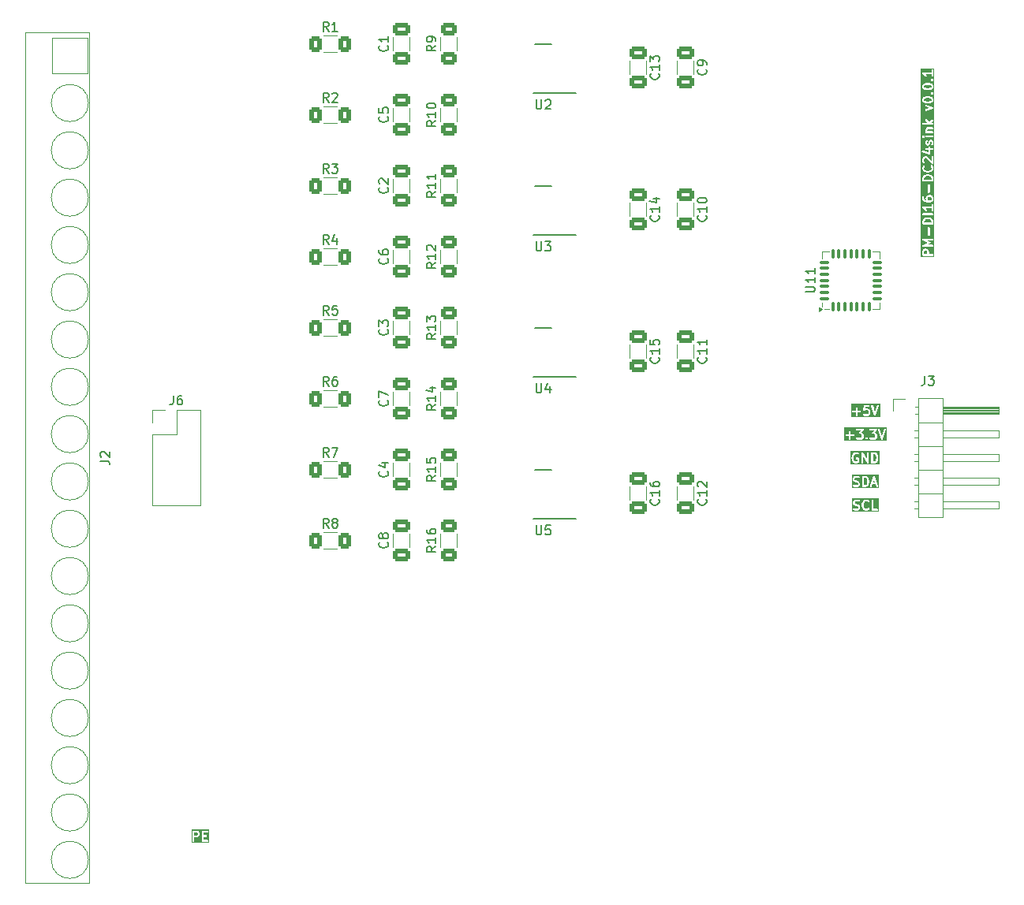
<source format=gbr>
%TF.GenerationSoftware,KiCad,Pcbnew,8.0.4-8.0.4-0~ubuntu22.04.1*%
%TF.CreationDate,2024-08-03T22:10:31+03:00*%
%TF.ProjectId,PM-DI16-DC24sink,504d2d44-4931-4362-9d44-43323473696e,rev?*%
%TF.SameCoordinates,Original*%
%TF.FileFunction,Legend,Top*%
%TF.FilePolarity,Positive*%
%FSLAX46Y46*%
G04 Gerber Fmt 4.6, Leading zero omitted, Abs format (unit mm)*
G04 Created by KiCad (PCBNEW 8.0.4-8.0.4-0~ubuntu22.04.1) date 2024-08-03 22:10:31*
%MOMM*%
%LPD*%
G01*
G04 APERTURE LIST*
G04 Aperture macros list*
%AMRoundRect*
0 Rectangle with rounded corners*
0 $1 Rounding radius*
0 $2 $3 $4 $5 $6 $7 $8 $9 X,Y pos of 4 corners*
0 Add a 4 corners polygon primitive as box body*
4,1,4,$2,$3,$4,$5,$6,$7,$8,$9,$2,$3,0*
0 Add four circle primitives for the rounded corners*
1,1,$1+$1,$2,$3*
1,1,$1+$1,$4,$5*
1,1,$1+$1,$6,$7*
1,1,$1+$1,$8,$9*
0 Add four rect primitives between the rounded corners*
20,1,$1+$1,$2,$3,$4,$5,0*
20,1,$1+$1,$4,$5,$6,$7,0*
20,1,$1+$1,$6,$7,$8,$9,0*
20,1,$1+$1,$8,$9,$2,$3,0*%
G04 Aperture macros list end*
%ADD10C,0.200000*%
%ADD11C,0.150000*%
%ADD12C,0.120000*%
%ADD13R,1.600000X1.600000*%
%ADD14O,1.600000X1.600000*%
%ADD15R,1.700000X1.700000*%
%ADD16O,1.700000X1.700000*%
%ADD17RoundRect,0.250000X0.625000X-0.400000X0.625000X0.400000X-0.625000X0.400000X-0.625000X-0.400000X0*%
%ADD18RoundRect,0.250000X-0.650000X0.412500X-0.650000X-0.412500X0.650000X-0.412500X0.650000X0.412500X0*%
%ADD19O,1.649999X0.399999*%
%ADD20RoundRect,0.250000X0.650000X-0.412500X0.650000X0.412500X-0.650000X0.412500X-0.650000X-0.412500X0*%
%ADD21RoundRect,0.250000X-0.400000X-0.625000X0.400000X-0.625000X0.400000X0.625000X-0.400000X0.625000X0*%
%ADD22O,6.350000X6.350000*%
%ADD23RoundRect,0.075000X0.075000X-0.437500X0.075000X0.437500X-0.075000X0.437500X-0.075000X-0.437500X0*%
%ADD24RoundRect,0.075000X0.437500X-0.075000X0.437500X0.075000X-0.437500X0.075000X-0.437500X-0.075000X0*%
%ADD25R,4.250000X4.250000*%
%ADD26R,3.500000X3.500000*%
%ADD27C,3.500000*%
%ADD28C,3.200000*%
G04 APERTURE END LIST*
D10*
G36*
X117451427Y-95963330D02*
G01*
X114317626Y-95963330D01*
X114317626Y-95351757D01*
X114428737Y-95351757D01*
X114428737Y-95390775D01*
X114443669Y-95426823D01*
X114471259Y-95454413D01*
X114507307Y-95469345D01*
X114526816Y-95471266D01*
X114807768Y-95471266D01*
X114807768Y-95752219D01*
X114809689Y-95771728D01*
X114824621Y-95807776D01*
X114852211Y-95835366D01*
X114888259Y-95850298D01*
X114927277Y-95850298D01*
X114963325Y-95835366D01*
X114990915Y-95807776D01*
X115005847Y-95771728D01*
X115007768Y-95752219D01*
X115007768Y-95471266D01*
X115288721Y-95471266D01*
X115308230Y-95469345D01*
X115344278Y-95454413D01*
X115371868Y-95426823D01*
X115386800Y-95390775D01*
X115386800Y-95351757D01*
X115371868Y-95315709D01*
X115344278Y-95288119D01*
X115308230Y-95273187D01*
X115288721Y-95271266D01*
X115007768Y-95271266D01*
X115007768Y-95238062D01*
X115617759Y-95238062D01*
X115619213Y-95242880D01*
X115619213Y-95247918D01*
X115624809Y-95261427D01*
X115629030Y-95275417D01*
X115632217Y-95279313D01*
X115634145Y-95283966D01*
X115644481Y-95294302D01*
X115653737Y-95305615D01*
X115658174Y-95307995D01*
X115661735Y-95311556D01*
X115675240Y-95317150D01*
X115688121Y-95324060D01*
X115693130Y-95324560D01*
X115697783Y-95326488D01*
X115712404Y-95326488D01*
X115726945Y-95327942D01*
X115731764Y-95326488D01*
X115736801Y-95326488D01*
X115750310Y-95320891D01*
X115764300Y-95316671D01*
X115768196Y-95313483D01*
X115772849Y-95311556D01*
X115788003Y-95299120D01*
X115824146Y-95262975D01*
X115883756Y-95233171D01*
X116074637Y-95233171D01*
X116134246Y-95262976D01*
X116158915Y-95287644D01*
X116188720Y-95347254D01*
X116188720Y-95538135D01*
X116158915Y-95597743D01*
X116134246Y-95622413D01*
X116074637Y-95652219D01*
X115883756Y-95652219D01*
X115824146Y-95622414D01*
X115788003Y-95586270D01*
X115772850Y-95573833D01*
X115736802Y-95558902D01*
X115697784Y-95558901D01*
X115661735Y-95573832D01*
X115634145Y-95601422D01*
X115619214Y-95637470D01*
X115619213Y-95676488D01*
X115634144Y-95712537D01*
X115646581Y-95727690D01*
X115694199Y-95775310D01*
X115701867Y-95781603D01*
X115703599Y-95783600D01*
X115706607Y-95785493D01*
X115709353Y-95787747D01*
X115711793Y-95788757D01*
X115720190Y-95794043D01*
X115815427Y-95841662D01*
X115833736Y-95848668D01*
X115837319Y-95848922D01*
X115840640Y-95850298D01*
X115860149Y-95852219D01*
X116098244Y-95852219D01*
X116117753Y-95850298D01*
X116121073Y-95848922D01*
X116124657Y-95848668D01*
X116142965Y-95841662D01*
X116238203Y-95794043D01*
X116246598Y-95788758D01*
X116249040Y-95787747D01*
X116251787Y-95785491D01*
X116254793Y-95783600D01*
X116256523Y-95781605D01*
X116264193Y-95775310D01*
X116311812Y-95727690D01*
X116318104Y-95720023D01*
X116320101Y-95718292D01*
X116321994Y-95715284D01*
X116324249Y-95712537D01*
X116325260Y-95710095D01*
X116330544Y-95701701D01*
X116378163Y-95606464D01*
X116385169Y-95588155D01*
X116385423Y-95584571D01*
X116386799Y-95581251D01*
X116388720Y-95561742D01*
X116388720Y-95323647D01*
X116386799Y-95304138D01*
X116385423Y-95300817D01*
X116385169Y-95297234D01*
X116378163Y-95278925D01*
X116330544Y-95183688D01*
X116325258Y-95175291D01*
X116324248Y-95172851D01*
X116321994Y-95170105D01*
X116320101Y-95167097D01*
X116318103Y-95165364D01*
X116311811Y-95157698D01*
X116264193Y-95110079D01*
X116256522Y-95103784D01*
X116254793Y-95101790D01*
X116251785Y-95099896D01*
X116249039Y-95097643D01*
X116246599Y-95096632D01*
X116238203Y-95091347D01*
X116142965Y-95043728D01*
X116124657Y-95036722D01*
X116121073Y-95036467D01*
X116117753Y-95035092D01*
X116098244Y-95033171D01*
X115860149Y-95033171D01*
X115840640Y-95035092D01*
X115837319Y-95036467D01*
X115836982Y-95036491D01*
X115855410Y-94852219D01*
X116241101Y-94852219D01*
X116260610Y-94850298D01*
X116296658Y-94835366D01*
X116324248Y-94807776D01*
X116339180Y-94771728D01*
X116339180Y-94764726D01*
X116475220Y-94764726D01*
X116479567Y-94783842D01*
X116812900Y-95783841D01*
X116820891Y-95801742D01*
X116825574Y-95807141D01*
X116828769Y-95813531D01*
X116838240Y-95821746D01*
X116846456Y-95831218D01*
X116852844Y-95834412D01*
X116858245Y-95839096D01*
X116870146Y-95843063D01*
X116881355Y-95848667D01*
X116888479Y-95849173D01*
X116895261Y-95851434D01*
X116907770Y-95850544D01*
X116920275Y-95851434D01*
X116927053Y-95849174D01*
X116934181Y-95848668D01*
X116945397Y-95843059D01*
X116957291Y-95839095D01*
X116962688Y-95834414D01*
X116969080Y-95831218D01*
X116977298Y-95821742D01*
X116986767Y-95813530D01*
X116989960Y-95807143D01*
X116994645Y-95801742D01*
X117002636Y-95783842D01*
X117335969Y-94783842D01*
X117340316Y-94764727D01*
X117337550Y-94725807D01*
X117320100Y-94690908D01*
X117290624Y-94665343D01*
X117253608Y-94653004D01*
X117214688Y-94655771D01*
X117179789Y-94673220D01*
X117154224Y-94702696D01*
X117146233Y-94720597D01*
X116907768Y-95435991D01*
X116669303Y-94720596D01*
X116661312Y-94702696D01*
X116635747Y-94673220D01*
X116600848Y-94655770D01*
X116561928Y-94653004D01*
X116524912Y-94665342D01*
X116495436Y-94690907D01*
X116477986Y-94725806D01*
X116475220Y-94764726D01*
X116339180Y-94764726D01*
X116339180Y-94732710D01*
X116324248Y-94696662D01*
X116296658Y-94669072D01*
X116260610Y-94654140D01*
X116241101Y-94652219D01*
X115764911Y-94652219D01*
X115757694Y-94652929D01*
X115755258Y-94652686D01*
X115752879Y-94653403D01*
X115745402Y-94654140D01*
X115731892Y-94659736D01*
X115717903Y-94663957D01*
X115714006Y-94667144D01*
X115709354Y-94669072D01*
X115699017Y-94679408D01*
X115687705Y-94688664D01*
X115685324Y-94693101D01*
X115681764Y-94696662D01*
X115676169Y-94710167D01*
X115669260Y-94723048D01*
X115667783Y-94730412D01*
X115666832Y-94732710D01*
X115666832Y-94735160D01*
X115665407Y-94742269D01*
X115617788Y-95218459D01*
X115617759Y-95238062D01*
X115007768Y-95238062D01*
X115007768Y-94990314D01*
X115005847Y-94970805D01*
X114990915Y-94934757D01*
X114963325Y-94907167D01*
X114927277Y-94892235D01*
X114888259Y-94892235D01*
X114852211Y-94907167D01*
X114824621Y-94934757D01*
X114809689Y-94970805D01*
X114807768Y-94990314D01*
X114807768Y-95271266D01*
X114526816Y-95271266D01*
X114507307Y-95273187D01*
X114471259Y-95288119D01*
X114443669Y-95315709D01*
X114428737Y-95351757D01*
X114317626Y-95351757D01*
X114317626Y-94541108D01*
X117451427Y-94541108D01*
X117451427Y-95963330D01*
G37*
G36*
X118165712Y-98503330D02*
G01*
X113603340Y-98503330D01*
X113603340Y-97891757D01*
X113714451Y-97891757D01*
X113714451Y-97930775D01*
X113729383Y-97966823D01*
X113756973Y-97994413D01*
X113793021Y-98009345D01*
X113812530Y-98011266D01*
X114093482Y-98011266D01*
X114093482Y-98292219D01*
X114095403Y-98311728D01*
X114110335Y-98347776D01*
X114137925Y-98375366D01*
X114173973Y-98390298D01*
X114212991Y-98390298D01*
X114249039Y-98375366D01*
X114276629Y-98347776D01*
X114291561Y-98311728D01*
X114293482Y-98292219D01*
X114293482Y-98011266D01*
X114574435Y-98011266D01*
X114593944Y-98009345D01*
X114629992Y-97994413D01*
X114657582Y-97966823D01*
X114672514Y-97930775D01*
X114672514Y-97891757D01*
X114657582Y-97855709D01*
X114629992Y-97828119D01*
X114593944Y-97813187D01*
X114574435Y-97811266D01*
X114293482Y-97811266D01*
X114293482Y-97530314D01*
X114291561Y-97510805D01*
X114276629Y-97474757D01*
X114249039Y-97447167D01*
X114212991Y-97432235D01*
X114173973Y-97432235D01*
X114137925Y-97447167D01*
X114110335Y-97474757D01*
X114095403Y-97510805D01*
X114093482Y-97530314D01*
X114093482Y-97811266D01*
X113812530Y-97811266D01*
X113793021Y-97813187D01*
X113756973Y-97828119D01*
X113729383Y-97855709D01*
X113714451Y-97891757D01*
X113603340Y-97891757D01*
X113603340Y-97272710D01*
X114857308Y-97272710D01*
X114857308Y-97311728D01*
X114872240Y-97347776D01*
X114899830Y-97375366D01*
X114935878Y-97390298D01*
X114955387Y-97392219D01*
X115354057Y-97392219D01*
X115165843Y-97607321D01*
X115159813Y-97615754D01*
X115157954Y-97617614D01*
X115157223Y-97619377D01*
X115154442Y-97623268D01*
X115149237Y-97638656D01*
X115143022Y-97653662D01*
X115143022Y-97657035D01*
X115141942Y-97660229D01*
X115143022Y-97676431D01*
X115143022Y-97692680D01*
X115144312Y-97695795D01*
X115144537Y-97699161D01*
X115151737Y-97713721D01*
X115157954Y-97728728D01*
X115160338Y-97731112D01*
X115161834Y-97734136D01*
X115174059Y-97744833D01*
X115185544Y-97756318D01*
X115188658Y-97757608D01*
X115191198Y-97759830D01*
X115206586Y-97765034D01*
X115221592Y-97771250D01*
X115226351Y-97771718D01*
X115228159Y-97772330D01*
X115230783Y-97772155D01*
X115241101Y-97773171D01*
X115360351Y-97773171D01*
X115419960Y-97802976D01*
X115444629Y-97827644D01*
X115474434Y-97887254D01*
X115474434Y-98078135D01*
X115444629Y-98137743D01*
X115419960Y-98162413D01*
X115360351Y-98192219D01*
X115121851Y-98192219D01*
X115062241Y-98162414D01*
X115026098Y-98126270D01*
X115010945Y-98113833D01*
X114974897Y-98098902D01*
X114935879Y-98098901D01*
X114899830Y-98113832D01*
X114872240Y-98141422D01*
X114857309Y-98177470D01*
X114857308Y-98216488D01*
X114872239Y-98252537D01*
X114884676Y-98267690D01*
X114932294Y-98315310D01*
X114939962Y-98321603D01*
X114941694Y-98323600D01*
X114944702Y-98325493D01*
X114947448Y-98327747D01*
X114949888Y-98328757D01*
X114958285Y-98334043D01*
X115053522Y-98381662D01*
X115071831Y-98388668D01*
X115075414Y-98388922D01*
X115078735Y-98390298D01*
X115098244Y-98392219D01*
X115383958Y-98392219D01*
X115403467Y-98390298D01*
X115406787Y-98388922D01*
X115410371Y-98388668D01*
X115428679Y-98381662D01*
X115523917Y-98334043D01*
X115532312Y-98328758D01*
X115534754Y-98327747D01*
X115537501Y-98325491D01*
X115540507Y-98323600D01*
X115542237Y-98321605D01*
X115549907Y-98315310D01*
X115597526Y-98267690D01*
X115603818Y-98260023D01*
X115605815Y-98258292D01*
X115607708Y-98255284D01*
X115609963Y-98252537D01*
X115610974Y-98250095D01*
X115616258Y-98241701D01*
X115624563Y-98225091D01*
X115857308Y-98225091D01*
X115857308Y-98264109D01*
X115863771Y-98279711D01*
X115872240Y-98300158D01*
X115872244Y-98300162D01*
X115884676Y-98315311D01*
X115932295Y-98362929D01*
X115947448Y-98375366D01*
X115956451Y-98379095D01*
X115983497Y-98390298D01*
X116022515Y-98390298D01*
X116058563Y-98375366D01*
X116073717Y-98362930D01*
X116121335Y-98315311D01*
X116133772Y-98300158D01*
X116140524Y-98283856D01*
X116148703Y-98264110D01*
X116148704Y-98225092D01*
X116133773Y-98189043D01*
X116121336Y-98173890D01*
X116073717Y-98126270D01*
X116058564Y-98113833D01*
X116043632Y-98107648D01*
X116022515Y-98098901D01*
X115983497Y-98098901D01*
X115972939Y-98103274D01*
X115947449Y-98113832D01*
X115947448Y-98113833D01*
X115932294Y-98126270D01*
X115884676Y-98173890D01*
X115872239Y-98189043D01*
X115862226Y-98213219D01*
X115857308Y-98225091D01*
X115624563Y-98225091D01*
X115663877Y-98146464D01*
X115670883Y-98128155D01*
X115671137Y-98124571D01*
X115672513Y-98121251D01*
X115674434Y-98101742D01*
X115674434Y-97863647D01*
X115672513Y-97844138D01*
X115671137Y-97840817D01*
X115670883Y-97837234D01*
X115663877Y-97818925D01*
X115616258Y-97723688D01*
X115610972Y-97715291D01*
X115609962Y-97712851D01*
X115607708Y-97710105D01*
X115605815Y-97707097D01*
X115603817Y-97705364D01*
X115597525Y-97697698D01*
X115549907Y-97650079D01*
X115542236Y-97643784D01*
X115540507Y-97641790D01*
X115537499Y-97639896D01*
X115534753Y-97637643D01*
X115532313Y-97636632D01*
X115523917Y-97631347D01*
X115445069Y-97591923D01*
X115649692Y-97358069D01*
X115655721Y-97349635D01*
X115657581Y-97347776D01*
X115658311Y-97346012D01*
X115661093Y-97342122D01*
X115666297Y-97326733D01*
X115672513Y-97311728D01*
X115672513Y-97308354D01*
X115673593Y-97305161D01*
X115672513Y-97288958D01*
X115672513Y-97272710D01*
X116285879Y-97272710D01*
X116285879Y-97311728D01*
X116300811Y-97347776D01*
X116328401Y-97375366D01*
X116364449Y-97390298D01*
X116383958Y-97392219D01*
X116782628Y-97392219D01*
X116594414Y-97607321D01*
X116588384Y-97615754D01*
X116586525Y-97617614D01*
X116585794Y-97619377D01*
X116583013Y-97623268D01*
X116577808Y-97638656D01*
X116571593Y-97653662D01*
X116571593Y-97657035D01*
X116570513Y-97660229D01*
X116571593Y-97676431D01*
X116571593Y-97692680D01*
X116572883Y-97695795D01*
X116573108Y-97699161D01*
X116580308Y-97713721D01*
X116586525Y-97728728D01*
X116588909Y-97731112D01*
X116590405Y-97734136D01*
X116602630Y-97744833D01*
X116614115Y-97756318D01*
X116617229Y-97757608D01*
X116619769Y-97759830D01*
X116635157Y-97765034D01*
X116650163Y-97771250D01*
X116654922Y-97771718D01*
X116656730Y-97772330D01*
X116659354Y-97772155D01*
X116669672Y-97773171D01*
X116788922Y-97773171D01*
X116848531Y-97802976D01*
X116873200Y-97827644D01*
X116903005Y-97887254D01*
X116903005Y-98078135D01*
X116873200Y-98137743D01*
X116848531Y-98162413D01*
X116788922Y-98192219D01*
X116550422Y-98192219D01*
X116490812Y-98162414D01*
X116454669Y-98126270D01*
X116439516Y-98113833D01*
X116403468Y-98098902D01*
X116364450Y-98098901D01*
X116328401Y-98113832D01*
X116300811Y-98141422D01*
X116285880Y-98177470D01*
X116285879Y-98216488D01*
X116300810Y-98252537D01*
X116313247Y-98267690D01*
X116360865Y-98315310D01*
X116368533Y-98321603D01*
X116370265Y-98323600D01*
X116373273Y-98325493D01*
X116376019Y-98327747D01*
X116378459Y-98328757D01*
X116386856Y-98334043D01*
X116482093Y-98381662D01*
X116500402Y-98388668D01*
X116503985Y-98388922D01*
X116507306Y-98390298D01*
X116526815Y-98392219D01*
X116812529Y-98392219D01*
X116832038Y-98390298D01*
X116835358Y-98388922D01*
X116838942Y-98388668D01*
X116857250Y-98381662D01*
X116952488Y-98334043D01*
X116960883Y-98328758D01*
X116963325Y-98327747D01*
X116966072Y-98325491D01*
X116969078Y-98323600D01*
X116970808Y-98321605D01*
X116978478Y-98315310D01*
X117026097Y-98267690D01*
X117032389Y-98260023D01*
X117034386Y-98258292D01*
X117036279Y-98255284D01*
X117038534Y-98252537D01*
X117039545Y-98250095D01*
X117044829Y-98241701D01*
X117092448Y-98146464D01*
X117099454Y-98128155D01*
X117099708Y-98124571D01*
X117101084Y-98121251D01*
X117103005Y-98101742D01*
X117103005Y-97863647D01*
X117101084Y-97844138D01*
X117099708Y-97840817D01*
X117099454Y-97837234D01*
X117092448Y-97818925D01*
X117044829Y-97723688D01*
X117039543Y-97715291D01*
X117038533Y-97712851D01*
X117036279Y-97710105D01*
X117034386Y-97707097D01*
X117032388Y-97705364D01*
X117026096Y-97697698D01*
X116978478Y-97650079D01*
X116970807Y-97643784D01*
X116969078Y-97641790D01*
X116966070Y-97639896D01*
X116963324Y-97637643D01*
X116960884Y-97636632D01*
X116952488Y-97631347D01*
X116873640Y-97591923D01*
X117078263Y-97358069D01*
X117084292Y-97349635D01*
X117086152Y-97347776D01*
X117086882Y-97346012D01*
X117089664Y-97342122D01*
X117094868Y-97326733D01*
X117101084Y-97311728D01*
X117101084Y-97308354D01*
X117102164Y-97305161D01*
X117102135Y-97304726D01*
X117189505Y-97304726D01*
X117193852Y-97323842D01*
X117527185Y-98323841D01*
X117535176Y-98341742D01*
X117539859Y-98347141D01*
X117543054Y-98353531D01*
X117552525Y-98361746D01*
X117560741Y-98371218D01*
X117567129Y-98374412D01*
X117572530Y-98379096D01*
X117584431Y-98383063D01*
X117595640Y-98388667D01*
X117602764Y-98389173D01*
X117609546Y-98391434D01*
X117622055Y-98390544D01*
X117634560Y-98391434D01*
X117641338Y-98389174D01*
X117648466Y-98388668D01*
X117659682Y-98383059D01*
X117671576Y-98379095D01*
X117676973Y-98374414D01*
X117683365Y-98371218D01*
X117691583Y-98361742D01*
X117701052Y-98353530D01*
X117704245Y-98347143D01*
X117708930Y-98341742D01*
X117716921Y-98323842D01*
X118050254Y-97323842D01*
X118054601Y-97304727D01*
X118051835Y-97265807D01*
X118034385Y-97230908D01*
X118004909Y-97205343D01*
X117967893Y-97193004D01*
X117928973Y-97195771D01*
X117894074Y-97213220D01*
X117868509Y-97242696D01*
X117860518Y-97260597D01*
X117622053Y-97975991D01*
X117383588Y-97260596D01*
X117375597Y-97242696D01*
X117350032Y-97213220D01*
X117315133Y-97195770D01*
X117276213Y-97193004D01*
X117239197Y-97205342D01*
X117209721Y-97230907D01*
X117192271Y-97265806D01*
X117189505Y-97304726D01*
X117102135Y-97304726D01*
X117101084Y-97288958D01*
X117101084Y-97272710D01*
X117099793Y-97269594D01*
X117099569Y-97266229D01*
X117092366Y-97251663D01*
X117086152Y-97236662D01*
X117083768Y-97234278D01*
X117082273Y-97231254D01*
X117070039Y-97220549D01*
X117058562Y-97209072D01*
X117055448Y-97207782D01*
X117052909Y-97205560D01*
X117037517Y-97200354D01*
X117022514Y-97194140D01*
X117017754Y-97193671D01*
X117015947Y-97193060D01*
X117013322Y-97193234D01*
X117003005Y-97192219D01*
X116383958Y-97192219D01*
X116364449Y-97194140D01*
X116328401Y-97209072D01*
X116300811Y-97236662D01*
X116285879Y-97272710D01*
X115672513Y-97272710D01*
X115671222Y-97269594D01*
X115670998Y-97266229D01*
X115663795Y-97251663D01*
X115657581Y-97236662D01*
X115655197Y-97234278D01*
X115653702Y-97231254D01*
X115641468Y-97220549D01*
X115629991Y-97209072D01*
X115626877Y-97207782D01*
X115624338Y-97205560D01*
X115608946Y-97200354D01*
X115593943Y-97194140D01*
X115589183Y-97193671D01*
X115587376Y-97193060D01*
X115584751Y-97193234D01*
X115574434Y-97192219D01*
X114955387Y-97192219D01*
X114935878Y-97194140D01*
X114899830Y-97209072D01*
X114872240Y-97236662D01*
X114857308Y-97272710D01*
X113603340Y-97272710D01*
X113603340Y-97081108D01*
X118165712Y-97081108D01*
X118165712Y-98503330D01*
G37*
G36*
X115925176Y-102507240D02*
G01*
X115992249Y-102574313D01*
X116027701Y-102645218D01*
X116069672Y-102813099D01*
X116069672Y-102931337D01*
X116027701Y-103099218D01*
X115992248Y-103170124D01*
X115925177Y-103237197D01*
X115820112Y-103272219D01*
X115698244Y-103272219D01*
X115698244Y-102472219D01*
X115820112Y-102472219D01*
X115925176Y-102507240D01*
G37*
G36*
X116888073Y-102986504D02*
G01*
X116689368Y-102986504D01*
X116788720Y-102688446D01*
X116888073Y-102986504D01*
G37*
G36*
X117332379Y-103583330D02*
G01*
X114387133Y-103583330D01*
X114387133Y-102562695D01*
X114498244Y-102562695D01*
X114498244Y-102657933D01*
X114500165Y-102677442D01*
X114501540Y-102680762D01*
X114501795Y-102684346D01*
X114508801Y-102702654D01*
X114556420Y-102797892D01*
X114561705Y-102806288D01*
X114562716Y-102808728D01*
X114564969Y-102811474D01*
X114566863Y-102814482D01*
X114568857Y-102816211D01*
X114575152Y-102823882D01*
X114622771Y-102871500D01*
X114630437Y-102877792D01*
X114632170Y-102879790D01*
X114635178Y-102881683D01*
X114637924Y-102883937D01*
X114640364Y-102884947D01*
X114648761Y-102890233D01*
X114743998Y-102937852D01*
X114745426Y-102938398D01*
X114746006Y-102938828D01*
X114754182Y-102941749D01*
X114762307Y-102944858D01*
X114763027Y-102944909D01*
X114764466Y-102945423D01*
X114944291Y-102990379D01*
X115015198Y-103025833D01*
X115039867Y-103050501D01*
X115069672Y-103110111D01*
X115069672Y-103158135D01*
X115039867Y-103217743D01*
X115015198Y-103242413D01*
X114955589Y-103272219D01*
X114757327Y-103272219D01*
X114629867Y-103229732D01*
X114610751Y-103225385D01*
X114571831Y-103228151D01*
X114536932Y-103245601D01*
X114511367Y-103275077D01*
X114499029Y-103312093D01*
X114501795Y-103351013D01*
X114519245Y-103385912D01*
X114548721Y-103411477D01*
X114566621Y-103419468D01*
X114709478Y-103467087D01*
X114719150Y-103469286D01*
X114721592Y-103470298D01*
X114725129Y-103470646D01*
X114728593Y-103471434D01*
X114731227Y-103471246D01*
X114741101Y-103472219D01*
X114979196Y-103472219D01*
X114998705Y-103470298D01*
X115002025Y-103468922D01*
X115005609Y-103468668D01*
X115023917Y-103461662D01*
X115119155Y-103414043D01*
X115127550Y-103408758D01*
X115129992Y-103407747D01*
X115132739Y-103405491D01*
X115135745Y-103403600D01*
X115137475Y-103401605D01*
X115145145Y-103395310D01*
X115192764Y-103347690D01*
X115199056Y-103340023D01*
X115201053Y-103338292D01*
X115202946Y-103335284D01*
X115205201Y-103332537D01*
X115206212Y-103330095D01*
X115211496Y-103321701D01*
X115259115Y-103226464D01*
X115266121Y-103208155D01*
X115266375Y-103204571D01*
X115267751Y-103201251D01*
X115269672Y-103181742D01*
X115269672Y-103086504D01*
X115267751Y-103066995D01*
X115266375Y-103063674D01*
X115266121Y-103060091D01*
X115259115Y-103041782D01*
X115211496Y-102946545D01*
X115206210Y-102938148D01*
X115205200Y-102935708D01*
X115202946Y-102932962D01*
X115201053Y-102929954D01*
X115199055Y-102928221D01*
X115192763Y-102920555D01*
X115145145Y-102872936D01*
X115137474Y-102866641D01*
X115135745Y-102864647D01*
X115132737Y-102862753D01*
X115129991Y-102860500D01*
X115127551Y-102859489D01*
X115119155Y-102854204D01*
X115023917Y-102806585D01*
X115022490Y-102806039D01*
X115021910Y-102805609D01*
X115013733Y-102802687D01*
X115005609Y-102799579D01*
X115004886Y-102799527D01*
X115003449Y-102799014D01*
X114823624Y-102754057D01*
X114752717Y-102718604D01*
X114728049Y-102693935D01*
X114698244Y-102634325D01*
X114698244Y-102586302D01*
X114728049Y-102526692D01*
X114752717Y-102502023D01*
X114812327Y-102472219D01*
X115010588Y-102472219D01*
X115138049Y-102514706D01*
X115157164Y-102519053D01*
X115196084Y-102516287D01*
X115230983Y-102498837D01*
X115256548Y-102469361D01*
X115268887Y-102432345D01*
X115266120Y-102393425D01*
X115255517Y-102372219D01*
X115498244Y-102372219D01*
X115498244Y-103372219D01*
X115500165Y-103391728D01*
X115515097Y-103427776D01*
X115542687Y-103455366D01*
X115578735Y-103470298D01*
X115598244Y-103472219D01*
X115836339Y-103472219D01*
X115846212Y-103471246D01*
X115848846Y-103471434D01*
X115852309Y-103470646D01*
X115855848Y-103470298D01*
X115858290Y-103469286D01*
X115867962Y-103467087D01*
X116010818Y-103419468D01*
X116028719Y-103411477D01*
X116031434Y-103409122D01*
X116034754Y-103407747D01*
X116049907Y-103395310D01*
X116085505Y-103359712D01*
X116356172Y-103359712D01*
X116358938Y-103398632D01*
X116376388Y-103433531D01*
X116405864Y-103459096D01*
X116442880Y-103471434D01*
X116481800Y-103468668D01*
X116516699Y-103451218D01*
X116542264Y-103421742D01*
X116550255Y-103403842D01*
X116622701Y-103186504D01*
X116954739Y-103186504D01*
X117027185Y-103403841D01*
X117035176Y-103421742D01*
X117060741Y-103451218D01*
X117095640Y-103468667D01*
X117134560Y-103471434D01*
X117171576Y-103459095D01*
X117201052Y-103433530D01*
X117218502Y-103398631D01*
X117221268Y-103359711D01*
X117216921Y-103340596D01*
X116883588Y-102340596D01*
X116875597Y-102322696D01*
X116870912Y-102317294D01*
X116867719Y-102310908D01*
X116858250Y-102302695D01*
X116850032Y-102293220D01*
X116843640Y-102290023D01*
X116838243Y-102285343D01*
X116826349Y-102281378D01*
X116815133Y-102275770D01*
X116808005Y-102275263D01*
X116801227Y-102273004D01*
X116788722Y-102273893D01*
X116776213Y-102273004D01*
X116769431Y-102275264D01*
X116762307Y-102275771D01*
X116751098Y-102281374D01*
X116739197Y-102285342D01*
X116733796Y-102290025D01*
X116727408Y-102293220D01*
X116719192Y-102302691D01*
X116709721Y-102310907D01*
X116706526Y-102317296D01*
X116701843Y-102322696D01*
X116693852Y-102340597D01*
X116360519Y-103340596D01*
X116356172Y-103359712D01*
X116085505Y-103359712D01*
X116145145Y-103300071D01*
X116151437Y-103292404D01*
X116153434Y-103290673D01*
X116155327Y-103287665D01*
X116157582Y-103284918D01*
X116158593Y-103282476D01*
X116163877Y-103274082D01*
X116211496Y-103178845D01*
X116212042Y-103177416D01*
X116212472Y-103176837D01*
X116215393Y-103168660D01*
X116218502Y-103160536D01*
X116218553Y-103159815D01*
X116219067Y-103158377D01*
X116266686Y-102967901D01*
X116267186Y-102964519D01*
X116267751Y-102963156D01*
X116268474Y-102955805D01*
X116269554Y-102948508D01*
X116269336Y-102947049D01*
X116269672Y-102943647D01*
X116269672Y-102800790D01*
X116269336Y-102797387D01*
X116269554Y-102795929D01*
X116268474Y-102788631D01*
X116267751Y-102781281D01*
X116267186Y-102779917D01*
X116266686Y-102776536D01*
X116219067Y-102586060D01*
X116218553Y-102584621D01*
X116218502Y-102583901D01*
X116215393Y-102575776D01*
X116212472Y-102567600D01*
X116212042Y-102567020D01*
X116211496Y-102565592D01*
X116163877Y-102470355D01*
X116158590Y-102461956D01*
X116157581Y-102459519D01*
X116155329Y-102456775D01*
X116153434Y-102453764D01*
X116151436Y-102452031D01*
X116145145Y-102444365D01*
X116049907Y-102349127D01*
X116034753Y-102336691D01*
X116031434Y-102335316D01*
X116028719Y-102332961D01*
X116010818Y-102324970D01*
X115867962Y-102277351D01*
X115858290Y-102275151D01*
X115855848Y-102274140D01*
X115852309Y-102273791D01*
X115848846Y-102273004D01*
X115846212Y-102273191D01*
X115836339Y-102272219D01*
X115598244Y-102272219D01*
X115578735Y-102274140D01*
X115542687Y-102289072D01*
X115515097Y-102316662D01*
X115500165Y-102352710D01*
X115498244Y-102372219D01*
X115255517Y-102372219D01*
X115248671Y-102358526D01*
X115219195Y-102332961D01*
X115201294Y-102324970D01*
X115058438Y-102277351D01*
X115048766Y-102275151D01*
X115046324Y-102274140D01*
X115042785Y-102273791D01*
X115039322Y-102273004D01*
X115036688Y-102273191D01*
X115026815Y-102272219D01*
X114788720Y-102272219D01*
X114769211Y-102274140D01*
X114765890Y-102275515D01*
X114762307Y-102275770D01*
X114743998Y-102282776D01*
X114648761Y-102330395D01*
X114640364Y-102335680D01*
X114637924Y-102336691D01*
X114635178Y-102338944D01*
X114632170Y-102340838D01*
X114630437Y-102342835D01*
X114622771Y-102349128D01*
X114575152Y-102396746D01*
X114568857Y-102404416D01*
X114566863Y-102406146D01*
X114564969Y-102409153D01*
X114562716Y-102411900D01*
X114561705Y-102414339D01*
X114556420Y-102422736D01*
X114508801Y-102517974D01*
X114501795Y-102536282D01*
X114501540Y-102539865D01*
X114500165Y-102543186D01*
X114498244Y-102562695D01*
X114387133Y-102562695D01*
X114387133Y-102161108D01*
X117332379Y-102161108D01*
X117332379Y-103583330D01*
G37*
G36*
X44152668Y-140602024D02*
G01*
X44177337Y-140626692D01*
X44207142Y-140686302D01*
X44207142Y-140781945D01*
X44177337Y-140841554D01*
X44152668Y-140866222D01*
X44093059Y-140896028D01*
X43835714Y-140896028D01*
X43835714Y-140572219D01*
X44093059Y-140572219D01*
X44152668Y-140602024D01*
G37*
G36*
X45421094Y-141683330D02*
G01*
X43524603Y-141683330D01*
X43524603Y-140472219D01*
X43635714Y-140472219D01*
X43635714Y-141472219D01*
X43637635Y-141491728D01*
X43652567Y-141527776D01*
X43680157Y-141555366D01*
X43716205Y-141570298D01*
X43755223Y-141570298D01*
X43791271Y-141555366D01*
X43818861Y-141527776D01*
X43833793Y-141491728D01*
X43835714Y-141472219D01*
X43835714Y-141096028D01*
X44116666Y-141096028D01*
X44136175Y-141094107D01*
X44139495Y-141092731D01*
X44143079Y-141092477D01*
X44161387Y-141085471D01*
X44256625Y-141037852D01*
X44265021Y-141032566D01*
X44267461Y-141031556D01*
X44270207Y-141029302D01*
X44273215Y-141027409D01*
X44274944Y-141025414D01*
X44282615Y-141019120D01*
X44330233Y-140971501D01*
X44336525Y-140963834D01*
X44338523Y-140962102D01*
X44340416Y-140959093D01*
X44342670Y-140956348D01*
X44343680Y-140953907D01*
X44348966Y-140945511D01*
X44396585Y-140850274D01*
X44403591Y-140831965D01*
X44403845Y-140828381D01*
X44405221Y-140825061D01*
X44407142Y-140805552D01*
X44407142Y-140662695D01*
X44405221Y-140643186D01*
X44403845Y-140639865D01*
X44403591Y-140636282D01*
X44396585Y-140617973D01*
X44348966Y-140522736D01*
X44343680Y-140514339D01*
X44342670Y-140511899D01*
X44340416Y-140509153D01*
X44338523Y-140506145D01*
X44336525Y-140504412D01*
X44330233Y-140496746D01*
X44305707Y-140472219D01*
X44635714Y-140472219D01*
X44635714Y-141472219D01*
X44637635Y-141491728D01*
X44652567Y-141527776D01*
X44680157Y-141555366D01*
X44716205Y-141570298D01*
X44735714Y-141572219D01*
X45211904Y-141572219D01*
X45231413Y-141570298D01*
X45267461Y-141555366D01*
X45295051Y-141527776D01*
X45309983Y-141491728D01*
X45309983Y-141452710D01*
X45295051Y-141416662D01*
X45267461Y-141389072D01*
X45231413Y-141374140D01*
X45211904Y-141372219D01*
X44835714Y-141372219D01*
X44835714Y-141048409D01*
X45069047Y-141048409D01*
X45088556Y-141046488D01*
X45124604Y-141031556D01*
X45152194Y-141003966D01*
X45167126Y-140967918D01*
X45167126Y-140928900D01*
X45152194Y-140892852D01*
X45124604Y-140865262D01*
X45088556Y-140850330D01*
X45069047Y-140848409D01*
X44835714Y-140848409D01*
X44835714Y-140572219D01*
X45211904Y-140572219D01*
X45231413Y-140570298D01*
X45267461Y-140555366D01*
X45295051Y-140527776D01*
X45309983Y-140491728D01*
X45309983Y-140452710D01*
X45295051Y-140416662D01*
X45267461Y-140389072D01*
X45231413Y-140374140D01*
X45211904Y-140372219D01*
X44735714Y-140372219D01*
X44716205Y-140374140D01*
X44680157Y-140389072D01*
X44652567Y-140416662D01*
X44637635Y-140452710D01*
X44635714Y-140472219D01*
X44305707Y-140472219D01*
X44282615Y-140449127D01*
X44274944Y-140442832D01*
X44273215Y-140440838D01*
X44270207Y-140438944D01*
X44267461Y-140436691D01*
X44265021Y-140435680D01*
X44256625Y-140430395D01*
X44161387Y-140382776D01*
X44143079Y-140375770D01*
X44139495Y-140375515D01*
X44136175Y-140374140D01*
X44116666Y-140372219D01*
X43735714Y-140372219D01*
X43716205Y-140374140D01*
X43680157Y-140389072D01*
X43652567Y-140416662D01*
X43637635Y-140452710D01*
X43635714Y-140472219D01*
X43524603Y-140472219D01*
X43524603Y-140261108D01*
X45421094Y-140261108D01*
X45421094Y-141683330D01*
G37*
G36*
X117307434Y-106123330D02*
G01*
X114410943Y-106123330D01*
X114410943Y-105102695D01*
X114522054Y-105102695D01*
X114522054Y-105197933D01*
X114523975Y-105217442D01*
X114525350Y-105220762D01*
X114525605Y-105224346D01*
X114532611Y-105242654D01*
X114580230Y-105337892D01*
X114585515Y-105346288D01*
X114586526Y-105348728D01*
X114588779Y-105351474D01*
X114590673Y-105354482D01*
X114592667Y-105356211D01*
X114598962Y-105363882D01*
X114646581Y-105411500D01*
X114654247Y-105417792D01*
X114655980Y-105419790D01*
X114658988Y-105421683D01*
X114661734Y-105423937D01*
X114664174Y-105424947D01*
X114672571Y-105430233D01*
X114767808Y-105477852D01*
X114769236Y-105478398D01*
X114769816Y-105478828D01*
X114777992Y-105481749D01*
X114786117Y-105484858D01*
X114786837Y-105484909D01*
X114788276Y-105485423D01*
X114968101Y-105530379D01*
X115039008Y-105565833D01*
X115063677Y-105590501D01*
X115093482Y-105650111D01*
X115093482Y-105698135D01*
X115063677Y-105757743D01*
X115039008Y-105782413D01*
X114979399Y-105812219D01*
X114781137Y-105812219D01*
X114653677Y-105769732D01*
X114634561Y-105765385D01*
X114595641Y-105768151D01*
X114560742Y-105785601D01*
X114535177Y-105815077D01*
X114522839Y-105852093D01*
X114525605Y-105891013D01*
X114543055Y-105925912D01*
X114572531Y-105951477D01*
X114590431Y-105959468D01*
X114733288Y-106007087D01*
X114742960Y-106009286D01*
X114745402Y-106010298D01*
X114748939Y-106010646D01*
X114752403Y-106011434D01*
X114755037Y-106011246D01*
X114764911Y-106012219D01*
X115003006Y-106012219D01*
X115022515Y-106010298D01*
X115025835Y-106008922D01*
X115029419Y-106008668D01*
X115047727Y-106001662D01*
X115142965Y-105954043D01*
X115151360Y-105948758D01*
X115153802Y-105947747D01*
X115156549Y-105945491D01*
X115159555Y-105943600D01*
X115161285Y-105941605D01*
X115168955Y-105935310D01*
X115216574Y-105887690D01*
X115222866Y-105880023D01*
X115224863Y-105878292D01*
X115226756Y-105875284D01*
X115229011Y-105872537D01*
X115230022Y-105870095D01*
X115235306Y-105861701D01*
X115282925Y-105766464D01*
X115289931Y-105748155D01*
X115290185Y-105744571D01*
X115291561Y-105741251D01*
X115293482Y-105721742D01*
X115293482Y-105626504D01*
X115291561Y-105606995D01*
X115290185Y-105603674D01*
X115289931Y-105600091D01*
X115282925Y-105581782D01*
X115235306Y-105486545D01*
X115230020Y-105478148D01*
X115229010Y-105475708D01*
X115226756Y-105472962D01*
X115224863Y-105469954D01*
X115222865Y-105468221D01*
X115216573Y-105460555D01*
X115168955Y-105412936D01*
X115161284Y-105406641D01*
X115159555Y-105404647D01*
X115156547Y-105402753D01*
X115153801Y-105400500D01*
X115151361Y-105399489D01*
X115142965Y-105394204D01*
X115047727Y-105346585D01*
X115046300Y-105346039D01*
X115045720Y-105345609D01*
X115037543Y-105342687D01*
X115032584Y-105340790D01*
X115474435Y-105340790D01*
X115474435Y-105483647D01*
X115474770Y-105487049D01*
X115474553Y-105488508D01*
X115475632Y-105495805D01*
X115476356Y-105503156D01*
X115476920Y-105504519D01*
X115477421Y-105507901D01*
X115525040Y-105698376D01*
X115525553Y-105699813D01*
X115525605Y-105700536D01*
X115528713Y-105708660D01*
X115531635Y-105716837D01*
X115532065Y-105717417D01*
X115532611Y-105718844D01*
X115580230Y-105814082D01*
X115585512Y-105822474D01*
X115586525Y-105824918D01*
X115588781Y-105827667D01*
X115590673Y-105830672D01*
X115592667Y-105832401D01*
X115598962Y-105840071D01*
X115694200Y-105935311D01*
X115709353Y-105947747D01*
X115712672Y-105949122D01*
X115715388Y-105951477D01*
X115733288Y-105959468D01*
X115876145Y-106007087D01*
X115885817Y-106009286D01*
X115888259Y-106010298D01*
X115891796Y-106010646D01*
X115895260Y-106011434D01*
X115897894Y-106011246D01*
X115907768Y-106012219D01*
X116003006Y-106012219D01*
X116012879Y-106011246D01*
X116015513Y-106011434D01*
X116018976Y-106010646D01*
X116022515Y-106010298D01*
X116024957Y-106009286D01*
X116034629Y-106007087D01*
X116177485Y-105959468D01*
X116195386Y-105951477D01*
X116198101Y-105949122D01*
X116201421Y-105947747D01*
X116216574Y-105935310D01*
X116264193Y-105887690D01*
X116276630Y-105872537D01*
X116291561Y-105836488D01*
X116291560Y-105797470D01*
X116276629Y-105761422D01*
X116249038Y-105733832D01*
X116212990Y-105718901D01*
X116173972Y-105718902D01*
X116137924Y-105733833D01*
X116122770Y-105746270D01*
X116091843Y-105777197D01*
X115986779Y-105812219D01*
X115923994Y-105812219D01*
X115818929Y-105777197D01*
X115751859Y-105710127D01*
X115716405Y-105639218D01*
X115674435Y-105471337D01*
X115674435Y-105353100D01*
X115716405Y-105185218D01*
X115751858Y-105114312D01*
X115818930Y-105047240D01*
X115923994Y-105012219D01*
X115986779Y-105012219D01*
X116091844Y-105047240D01*
X116122771Y-105078167D01*
X116137924Y-105090604D01*
X116173973Y-105105535D01*
X116212991Y-105105535D01*
X116249039Y-105090604D01*
X116276629Y-105063014D01*
X116291560Y-105026966D01*
X116291560Y-104987948D01*
X116276629Y-104951899D01*
X116264192Y-104936746D01*
X116239666Y-104912219D01*
X116522054Y-104912219D01*
X116522054Y-105912219D01*
X116523975Y-105931728D01*
X116538907Y-105967776D01*
X116566497Y-105995366D01*
X116602545Y-106010298D01*
X116622054Y-106012219D01*
X117098244Y-106012219D01*
X117117753Y-106010298D01*
X117153801Y-105995366D01*
X117181391Y-105967776D01*
X117196323Y-105931728D01*
X117196323Y-105892710D01*
X117181391Y-105856662D01*
X117153801Y-105829072D01*
X117117753Y-105814140D01*
X117098244Y-105812219D01*
X116722054Y-105812219D01*
X116722054Y-104912219D01*
X116720133Y-104892710D01*
X116705201Y-104856662D01*
X116677611Y-104829072D01*
X116641563Y-104814140D01*
X116602545Y-104814140D01*
X116566497Y-104829072D01*
X116538907Y-104856662D01*
X116523975Y-104892710D01*
X116522054Y-104912219D01*
X116239666Y-104912219D01*
X116216574Y-104889127D01*
X116201420Y-104876691D01*
X116198101Y-104875316D01*
X116195386Y-104872961D01*
X116177485Y-104864970D01*
X116034629Y-104817351D01*
X116024957Y-104815151D01*
X116022515Y-104814140D01*
X116018976Y-104813791D01*
X116015513Y-104813004D01*
X116012879Y-104813191D01*
X116003006Y-104812219D01*
X115907768Y-104812219D01*
X115897894Y-104813191D01*
X115895260Y-104813004D01*
X115891796Y-104813791D01*
X115888259Y-104814140D01*
X115885817Y-104815151D01*
X115876145Y-104817351D01*
X115733288Y-104864970D01*
X115715388Y-104872961D01*
X115712672Y-104875316D01*
X115709354Y-104876691D01*
X115694200Y-104889127D01*
X115598962Y-104984365D01*
X115592667Y-104992035D01*
X115590673Y-104993765D01*
X115588779Y-104996772D01*
X115586526Y-104999519D01*
X115585515Y-105001958D01*
X115580230Y-105010355D01*
X115532611Y-105105593D01*
X115532065Y-105107019D01*
X115531635Y-105107600D01*
X115528713Y-105115776D01*
X115525605Y-105123901D01*
X115525553Y-105124623D01*
X115525040Y-105126061D01*
X115477421Y-105316536D01*
X115476920Y-105319917D01*
X115476356Y-105321281D01*
X115475632Y-105328631D01*
X115474553Y-105335929D01*
X115474770Y-105337387D01*
X115474435Y-105340790D01*
X115032584Y-105340790D01*
X115029419Y-105339579D01*
X115028696Y-105339527D01*
X115027259Y-105339014D01*
X114847434Y-105294057D01*
X114776527Y-105258604D01*
X114751859Y-105233935D01*
X114722054Y-105174325D01*
X114722054Y-105126302D01*
X114751859Y-105066692D01*
X114776527Y-105042023D01*
X114836137Y-105012219D01*
X115034398Y-105012219D01*
X115161859Y-105054706D01*
X115180974Y-105059053D01*
X115219894Y-105056287D01*
X115254793Y-105038837D01*
X115280358Y-105009361D01*
X115292697Y-104972345D01*
X115289930Y-104933425D01*
X115272481Y-104898526D01*
X115243005Y-104872961D01*
X115225104Y-104864970D01*
X115082248Y-104817351D01*
X115072576Y-104815151D01*
X115070134Y-104814140D01*
X115066595Y-104813791D01*
X115063132Y-104813004D01*
X115060498Y-104813191D01*
X115050625Y-104812219D01*
X114812530Y-104812219D01*
X114793021Y-104814140D01*
X114789700Y-104815515D01*
X114786117Y-104815770D01*
X114767808Y-104822776D01*
X114672571Y-104870395D01*
X114664174Y-104875680D01*
X114661734Y-104876691D01*
X114658988Y-104878944D01*
X114655980Y-104880838D01*
X114654247Y-104882835D01*
X114646581Y-104889128D01*
X114598962Y-104936746D01*
X114592667Y-104944416D01*
X114590673Y-104946146D01*
X114588779Y-104949153D01*
X114586526Y-104951900D01*
X114585515Y-104954339D01*
X114580230Y-104962736D01*
X114532611Y-105057974D01*
X114525605Y-105076282D01*
X114525350Y-105079865D01*
X114523975Y-105083186D01*
X114522054Y-105102695D01*
X114410943Y-105102695D01*
X114410943Y-104701108D01*
X117307434Y-104701108D01*
X117307434Y-106123330D01*
G37*
G36*
X122426554Y-78109953D02*
G01*
X122451223Y-78134621D01*
X122481028Y-78194231D01*
X122481028Y-78451576D01*
X122157219Y-78451576D01*
X122157219Y-78194231D01*
X122187024Y-78134621D01*
X122211692Y-78109952D01*
X122271302Y-78080148D01*
X122366945Y-78080148D01*
X122426554Y-78109953D01*
G37*
G36*
X122784218Y-74741166D02*
G01*
X122855127Y-74776620D01*
X122922197Y-74843690D01*
X122957219Y-74948755D01*
X122957219Y-75070624D01*
X122157219Y-75070624D01*
X122157219Y-74948756D01*
X122192240Y-74843691D01*
X122259313Y-74776619D01*
X122330218Y-74741166D01*
X122498099Y-74699196D01*
X122616337Y-74699196D01*
X122784218Y-74741166D01*
G37*
G36*
X122902746Y-72348050D02*
G01*
X122927414Y-72372717D01*
X122957219Y-72432327D01*
X122957219Y-72575589D01*
X122927414Y-72635198D01*
X122902746Y-72659865D01*
X122843135Y-72689672D01*
X122652254Y-72689672D01*
X122592644Y-72659867D01*
X122567976Y-72635198D01*
X122538171Y-72575588D01*
X122538171Y-72432327D01*
X122567976Y-72372717D01*
X122592644Y-72348048D01*
X122652254Y-72318244D01*
X122843135Y-72318244D01*
X122902746Y-72348050D01*
G37*
G36*
X122784218Y-70122119D02*
G01*
X122855127Y-70157573D01*
X122922197Y-70224643D01*
X122957219Y-70329708D01*
X122957219Y-70451577D01*
X122157219Y-70451577D01*
X122157219Y-70329709D01*
X122192240Y-70224644D01*
X122259313Y-70157572D01*
X122330218Y-70122119D01*
X122498099Y-70080149D01*
X122616337Y-70080149D01*
X122784218Y-70122119D01*
G37*
G36*
X122831837Y-61741166D02*
G01*
X122902746Y-61776621D01*
X122927414Y-61801288D01*
X122957219Y-61860898D01*
X122957219Y-61908922D01*
X122927414Y-61968531D01*
X122902746Y-61993198D01*
X122831837Y-62028653D01*
X122663956Y-62070624D01*
X122450480Y-62070624D01*
X122282599Y-62028653D01*
X122211692Y-61993200D01*
X122187024Y-61968531D01*
X122157219Y-61908921D01*
X122157219Y-61860898D01*
X122187024Y-61801288D01*
X122211692Y-61776619D01*
X122282599Y-61741166D01*
X122450480Y-61699196D01*
X122663956Y-61699196D01*
X122831837Y-61741166D01*
G37*
G36*
X122831837Y-60312595D02*
G01*
X122902746Y-60348050D01*
X122927414Y-60372717D01*
X122957219Y-60432327D01*
X122957219Y-60480351D01*
X122927414Y-60539960D01*
X122902746Y-60564627D01*
X122831837Y-60600082D01*
X122663956Y-60642053D01*
X122450480Y-60642053D01*
X122282599Y-60600082D01*
X122211692Y-60564629D01*
X122187024Y-60539960D01*
X122157219Y-60480350D01*
X122157219Y-60432327D01*
X122187024Y-60372717D01*
X122211692Y-60348048D01*
X122282599Y-60312595D01*
X122450480Y-60270625D01*
X122663956Y-60270625D01*
X122831837Y-60312595D01*
G37*
G36*
X123268330Y-78762687D02*
G01*
X121799274Y-78762687D01*
X121799274Y-78170624D01*
X121957219Y-78170624D01*
X121957219Y-78551576D01*
X121959140Y-78571085D01*
X121974072Y-78607133D01*
X122001662Y-78634723D01*
X122037710Y-78649655D01*
X122057219Y-78651576D01*
X123057219Y-78651576D01*
X123076728Y-78649655D01*
X123112776Y-78634723D01*
X123140366Y-78607133D01*
X123155298Y-78571085D01*
X123155298Y-78532067D01*
X123140366Y-78496019D01*
X123112776Y-78468429D01*
X123076728Y-78453497D01*
X123057219Y-78451576D01*
X122681028Y-78451576D01*
X122681028Y-78170624D01*
X122679107Y-78151115D01*
X122677731Y-78147794D01*
X122677477Y-78144211D01*
X122670471Y-78125902D01*
X122622852Y-78030665D01*
X122617566Y-78022268D01*
X122616556Y-78019828D01*
X122614302Y-78017082D01*
X122612409Y-78014074D01*
X122610411Y-78012341D01*
X122604119Y-78004675D01*
X122556501Y-77957056D01*
X122548830Y-77950761D01*
X122547101Y-77948767D01*
X122544093Y-77946873D01*
X122541347Y-77944620D01*
X122538907Y-77943609D01*
X122530511Y-77938324D01*
X122435273Y-77890705D01*
X122416965Y-77883699D01*
X122413381Y-77883444D01*
X122410061Y-77882069D01*
X122390552Y-77880148D01*
X122247695Y-77880148D01*
X122228186Y-77882069D01*
X122224865Y-77883444D01*
X122221282Y-77883699D01*
X122202973Y-77890705D01*
X122107736Y-77938324D01*
X122099339Y-77943609D01*
X122096899Y-77944620D01*
X122094153Y-77946873D01*
X122091145Y-77948767D01*
X122089412Y-77950764D01*
X122081746Y-77957057D01*
X122034127Y-78004675D01*
X122027832Y-78012345D01*
X122025838Y-78014075D01*
X122023944Y-78017082D01*
X122021691Y-78019829D01*
X122020680Y-78022268D01*
X122015395Y-78030665D01*
X121967776Y-78125903D01*
X121960770Y-78144211D01*
X121960515Y-78147794D01*
X121959140Y-78151115D01*
X121957219Y-78170624D01*
X121799274Y-78170624D01*
X121799274Y-76900093D01*
X121958378Y-76900093D01*
X121959140Y-76902188D01*
X121959140Y-76904419D01*
X121965784Y-76920460D01*
X121971713Y-76936762D01*
X121973218Y-76938405D01*
X121974072Y-76940467D01*
X121986345Y-76952740D01*
X121998064Y-76965537D01*
X122000708Y-76967103D01*
X122001662Y-76968057D01*
X122003843Y-76968960D01*
X122014930Y-76975528D01*
X122535034Y-77218243D01*
X122014930Y-77460958D01*
X122003843Y-77467525D01*
X122001662Y-77468429D01*
X122000708Y-77469382D01*
X121998064Y-77470949D01*
X121986345Y-77483745D01*
X121974072Y-77496019D01*
X121973218Y-77498080D01*
X121971713Y-77499724D01*
X121965784Y-77516025D01*
X121959140Y-77532067D01*
X121959140Y-77534297D01*
X121958378Y-77536393D01*
X121959140Y-77553732D01*
X121959140Y-77571085D01*
X121959993Y-77573144D01*
X121960091Y-77575373D01*
X121967432Y-77591103D01*
X121974072Y-77607133D01*
X121975648Y-77608709D01*
X121976592Y-77610731D01*
X121989388Y-77622449D01*
X122001662Y-77634723D01*
X122003723Y-77635576D01*
X122005367Y-77637082D01*
X122021668Y-77643010D01*
X122037710Y-77649655D01*
X122040768Y-77649956D01*
X122042036Y-77650417D01*
X122044395Y-77650313D01*
X122057219Y-77651576D01*
X123057219Y-77651576D01*
X123076728Y-77649655D01*
X123112776Y-77634723D01*
X123140366Y-77607133D01*
X123155298Y-77571085D01*
X123155298Y-77532067D01*
X123140366Y-77496019D01*
X123112776Y-77468429D01*
X123076728Y-77453497D01*
X123057219Y-77451576D01*
X122507975Y-77451576D01*
X122813793Y-77308861D01*
X122820934Y-77304630D01*
X122823356Y-77303750D01*
X122825068Y-77302181D01*
X122830659Y-77298870D01*
X122840919Y-77287665D01*
X122852132Y-77277398D01*
X122854011Y-77273370D01*
X122857011Y-77270095D01*
X122862202Y-77255819D01*
X122868632Y-77242041D01*
X122868827Y-77237600D01*
X122870345Y-77233426D01*
X122869677Y-77218243D01*
X122870345Y-77203060D01*
X122868827Y-77198885D01*
X122868632Y-77194445D01*
X122862202Y-77180666D01*
X122857011Y-77166391D01*
X122854011Y-77163115D01*
X122852132Y-77159088D01*
X122840919Y-77148820D01*
X122830659Y-77137616D01*
X122825068Y-77134304D01*
X122823356Y-77132736D01*
X122820934Y-77131855D01*
X122813793Y-77127625D01*
X122507975Y-76984910D01*
X123057219Y-76984910D01*
X123076728Y-76982989D01*
X123112776Y-76968057D01*
X123140366Y-76940467D01*
X123155298Y-76904419D01*
X123155298Y-76865401D01*
X123140366Y-76829353D01*
X123112776Y-76801763D01*
X123076728Y-76786831D01*
X123057219Y-76784910D01*
X122057219Y-76784910D01*
X122044395Y-76786172D01*
X122042036Y-76786069D01*
X122040768Y-76786529D01*
X122037710Y-76786831D01*
X122021668Y-76793475D01*
X122005367Y-76799404D01*
X122003723Y-76800909D01*
X122001662Y-76801763D01*
X121989388Y-76814036D01*
X121976592Y-76825755D01*
X121975648Y-76827776D01*
X121974072Y-76829353D01*
X121967432Y-76845382D01*
X121960091Y-76861113D01*
X121959993Y-76863341D01*
X121959140Y-76865401D01*
X121959140Y-76882753D01*
X121958378Y-76900093D01*
X121799274Y-76900093D01*
X121799274Y-75646815D01*
X122576266Y-75646815D01*
X122576266Y-76408719D01*
X122578187Y-76428228D01*
X122593119Y-76464276D01*
X122620709Y-76491866D01*
X122656757Y-76506798D01*
X122695775Y-76506798D01*
X122731823Y-76491866D01*
X122759413Y-76464276D01*
X122774345Y-76428228D01*
X122776266Y-76408719D01*
X122776266Y-75646815D01*
X122774345Y-75627306D01*
X122759413Y-75591258D01*
X122731823Y-75563668D01*
X122695775Y-75548736D01*
X122656757Y-75548736D01*
X122620709Y-75563668D01*
X122593119Y-75591258D01*
X122578187Y-75627306D01*
X122576266Y-75646815D01*
X121799274Y-75646815D01*
X121799274Y-74932529D01*
X121957219Y-74932529D01*
X121957219Y-75170624D01*
X121959140Y-75190133D01*
X121974072Y-75226181D01*
X122001662Y-75253771D01*
X122037710Y-75268703D01*
X122057219Y-75270624D01*
X123057219Y-75270624D01*
X123076728Y-75268703D01*
X123112776Y-75253771D01*
X123140366Y-75226181D01*
X123155298Y-75190133D01*
X123157219Y-75170624D01*
X123157219Y-74932529D01*
X123156246Y-74922655D01*
X123156434Y-74920021D01*
X123155646Y-74916557D01*
X123155298Y-74913020D01*
X123154286Y-74910578D01*
X123152087Y-74900906D01*
X123104468Y-74758049D01*
X123096477Y-74740149D01*
X123094122Y-74737433D01*
X123092747Y-74734114D01*
X123080311Y-74718961D01*
X122985071Y-74623723D01*
X122977401Y-74617428D01*
X122975672Y-74615434D01*
X122972667Y-74613542D01*
X122969918Y-74611286D01*
X122967474Y-74610273D01*
X122959082Y-74604991D01*
X122863844Y-74557372D01*
X122862417Y-74556826D01*
X122861837Y-74556396D01*
X122853660Y-74553474D01*
X122845536Y-74550366D01*
X122844813Y-74550314D01*
X122843376Y-74549801D01*
X122652901Y-74502182D01*
X122649519Y-74501681D01*
X122648156Y-74501117D01*
X122640805Y-74500393D01*
X122633508Y-74499314D01*
X122632049Y-74499531D01*
X122628647Y-74499196D01*
X122485790Y-74499196D01*
X122482387Y-74499531D01*
X122480929Y-74499314D01*
X122473631Y-74500393D01*
X122466281Y-74501117D01*
X122464917Y-74501681D01*
X122461536Y-74502182D01*
X122271060Y-74549801D01*
X122269621Y-74550314D01*
X122268901Y-74550366D01*
X122260776Y-74553474D01*
X122252600Y-74556396D01*
X122252020Y-74556825D01*
X122250592Y-74557372D01*
X122155355Y-74604991D01*
X122146956Y-74610277D01*
X122144519Y-74611287D01*
X122141775Y-74613538D01*
X122138764Y-74615434D01*
X122137031Y-74617431D01*
X122129365Y-74623723D01*
X122034127Y-74718961D01*
X122021691Y-74734115D01*
X122020316Y-74737433D01*
X122017961Y-74740149D01*
X122009970Y-74758050D01*
X121962351Y-74900906D01*
X121960151Y-74910577D01*
X121959140Y-74913020D01*
X121958791Y-74916558D01*
X121958004Y-74920022D01*
X121958191Y-74922655D01*
X121957219Y-74932529D01*
X121799274Y-74932529D01*
X121799274Y-74151115D01*
X121959140Y-74151115D01*
X121959140Y-74190133D01*
X121974072Y-74226181D01*
X122001662Y-74253771D01*
X122037710Y-74268703D01*
X122057219Y-74270624D01*
X123057219Y-74270624D01*
X123076728Y-74268703D01*
X123112776Y-74253771D01*
X123140366Y-74226181D01*
X123155298Y-74190133D01*
X123155298Y-74151115D01*
X123140366Y-74115067D01*
X123112776Y-74087477D01*
X123076728Y-74072545D01*
X123057219Y-74070624D01*
X122057219Y-74070624D01*
X122037710Y-74072545D01*
X122001662Y-74087477D01*
X121974072Y-74115067D01*
X121959140Y-74151115D01*
X121799274Y-74151115D01*
X121799274Y-73456444D01*
X121957219Y-73456444D01*
X121959140Y-73466049D01*
X121959140Y-73475848D01*
X121962929Y-73484996D01*
X121964871Y-73494704D01*
X121970322Y-73502844D01*
X121974072Y-73511896D01*
X121981071Y-73518895D01*
X121986582Y-73527124D01*
X122001588Y-73539412D01*
X122001662Y-73539486D01*
X122001694Y-73539499D01*
X122001749Y-73539544D01*
X122136365Y-73629288D01*
X122213129Y-73706052D01*
X122253490Y-73786774D01*
X122263933Y-73803364D01*
X122293410Y-73828929D01*
X122330426Y-73841267D01*
X122369346Y-73838502D01*
X122404244Y-73821053D01*
X122429809Y-73791576D01*
X122442148Y-73754560D01*
X122439382Y-73715640D01*
X122432376Y-73697331D01*
X122384757Y-73602094D01*
X122379470Y-73593695D01*
X122378461Y-73591258D01*
X122376209Y-73588514D01*
X122374314Y-73585503D01*
X122372316Y-73583770D01*
X122366025Y-73576104D01*
X122346260Y-73556339D01*
X122957219Y-73556339D01*
X122957219Y-73742053D01*
X122959140Y-73761562D01*
X122974072Y-73797610D01*
X123001662Y-73825200D01*
X123037710Y-73840132D01*
X123076728Y-73840132D01*
X123112776Y-73825200D01*
X123140366Y-73797610D01*
X123155298Y-73761562D01*
X123157219Y-73742053D01*
X123157219Y-73170625D01*
X123155298Y-73151116D01*
X123140366Y-73115068D01*
X123112776Y-73087478D01*
X123076728Y-73072546D01*
X123037710Y-73072546D01*
X123001662Y-73087478D01*
X122974072Y-73115068D01*
X122959140Y-73151116D01*
X122957219Y-73170625D01*
X122957219Y-73356339D01*
X122057219Y-73356339D01*
X122057148Y-73356345D01*
X122057114Y-73356339D01*
X122057012Y-73356359D01*
X122037710Y-73358260D01*
X122028561Y-73362049D01*
X122018854Y-73363991D01*
X122010713Y-73369442D01*
X122001662Y-73373192D01*
X121994662Y-73380191D01*
X121986434Y-73385702D01*
X121980998Y-73393855D01*
X121974072Y-73400782D01*
X121970283Y-73409928D01*
X121964791Y-73418167D01*
X121962889Y-73427777D01*
X121959140Y-73436830D01*
X121959140Y-73446733D01*
X121957219Y-73456444D01*
X121799274Y-73456444D01*
X121799274Y-72313482D01*
X121957219Y-72313482D01*
X121957219Y-72503958D01*
X121959140Y-72523467D01*
X121960515Y-72526787D01*
X121960770Y-72530371D01*
X121967776Y-72548679D01*
X122015395Y-72643917D01*
X122020680Y-72652313D01*
X122021691Y-72654753D01*
X122023944Y-72657499D01*
X122025838Y-72660507D01*
X122027832Y-72662236D01*
X122034127Y-72669907D01*
X122081746Y-72717525D01*
X122081798Y-72717568D01*
X122081820Y-72717600D01*
X122089413Y-72723817D01*
X122096899Y-72729962D01*
X122096933Y-72729976D01*
X122096987Y-72730020D01*
X122239844Y-72825258D01*
X122250613Y-72831000D01*
X122252600Y-72832472D01*
X122254945Y-72833310D01*
X122257142Y-72834481D01*
X122259565Y-72834960D01*
X122271060Y-72839067D01*
X122461536Y-72886686D01*
X122464917Y-72887186D01*
X122466281Y-72887751D01*
X122473631Y-72888474D01*
X122480929Y-72889554D01*
X122482387Y-72889336D01*
X122485790Y-72889672D01*
X122866742Y-72889672D01*
X122886251Y-72887751D01*
X122889571Y-72886375D01*
X122893155Y-72886121D01*
X122911463Y-72879115D01*
X123006701Y-72831496D01*
X123015093Y-72826212D01*
X123017537Y-72825201D01*
X123020286Y-72822944D01*
X123023291Y-72821053D01*
X123025020Y-72819058D01*
X123032690Y-72812764D01*
X123080310Y-72765146D01*
X123086603Y-72757477D01*
X123088600Y-72755746D01*
X123090493Y-72752737D01*
X123092747Y-72749992D01*
X123093757Y-72747551D01*
X123099043Y-72739155D01*
X123146662Y-72643918D01*
X123153668Y-72625609D01*
X123153922Y-72622025D01*
X123155298Y-72618705D01*
X123157219Y-72599196D01*
X123157219Y-72408720D01*
X123155298Y-72389211D01*
X123153922Y-72385890D01*
X123153668Y-72382307D01*
X123146662Y-72363998D01*
X123099043Y-72268761D01*
X123093757Y-72260364D01*
X123092747Y-72257924D01*
X123090493Y-72255178D01*
X123088600Y-72252170D01*
X123086603Y-72250438D01*
X123080310Y-72242770D01*
X123032690Y-72195152D01*
X123025020Y-72188857D01*
X123023291Y-72186863D01*
X123020286Y-72184971D01*
X123017537Y-72182715D01*
X123015093Y-72181703D01*
X123006701Y-72176420D01*
X122911463Y-72128801D01*
X122893155Y-72121795D01*
X122889571Y-72121540D01*
X122886251Y-72120165D01*
X122866742Y-72118244D01*
X122628647Y-72118244D01*
X122609138Y-72120165D01*
X122605817Y-72121540D01*
X122602234Y-72121795D01*
X122583925Y-72128801D01*
X122488688Y-72176420D01*
X122480291Y-72181705D01*
X122477851Y-72182716D01*
X122475105Y-72184969D01*
X122472097Y-72186863D01*
X122470364Y-72188860D01*
X122462698Y-72195153D01*
X122415079Y-72242771D01*
X122408784Y-72250441D01*
X122406790Y-72252171D01*
X122404896Y-72255178D01*
X122402643Y-72257925D01*
X122401632Y-72260364D01*
X122396347Y-72268761D01*
X122348728Y-72363999D01*
X122341722Y-72382307D01*
X122341467Y-72385890D01*
X122340092Y-72389211D01*
X122338171Y-72408720D01*
X122338171Y-72599196D01*
X122340092Y-72618705D01*
X122341467Y-72622025D01*
X122341722Y-72625609D01*
X122348728Y-72643917D01*
X122353534Y-72653530D01*
X122336372Y-72649240D01*
X122216165Y-72569102D01*
X122187024Y-72539960D01*
X122157219Y-72480350D01*
X122157219Y-72313482D01*
X122155298Y-72293973D01*
X122140366Y-72257925D01*
X122112776Y-72230335D01*
X122076728Y-72215403D01*
X122037710Y-72215403D01*
X122001662Y-72230335D01*
X121974072Y-72257925D01*
X121959140Y-72293973D01*
X121957219Y-72313482D01*
X121799274Y-72313482D01*
X121799274Y-71027768D01*
X122576266Y-71027768D01*
X122576266Y-71789672D01*
X122578187Y-71809181D01*
X122593119Y-71845229D01*
X122620709Y-71872819D01*
X122656757Y-71887751D01*
X122695775Y-71887751D01*
X122731823Y-71872819D01*
X122759413Y-71845229D01*
X122774345Y-71809181D01*
X122776266Y-71789672D01*
X122776266Y-71027768D01*
X122774345Y-71008259D01*
X122759413Y-70972211D01*
X122731823Y-70944621D01*
X122695775Y-70929689D01*
X122656757Y-70929689D01*
X122620709Y-70944621D01*
X122593119Y-70972211D01*
X122578187Y-71008259D01*
X122576266Y-71027768D01*
X121799274Y-71027768D01*
X121799274Y-70313482D01*
X121957219Y-70313482D01*
X121957219Y-70551577D01*
X121959140Y-70571086D01*
X121974072Y-70607134D01*
X122001662Y-70634724D01*
X122037710Y-70649656D01*
X122057219Y-70651577D01*
X123057219Y-70651577D01*
X123076728Y-70649656D01*
X123112776Y-70634724D01*
X123140366Y-70607134D01*
X123155298Y-70571086D01*
X123157219Y-70551577D01*
X123157219Y-70313482D01*
X123156246Y-70303608D01*
X123156434Y-70300974D01*
X123155646Y-70297510D01*
X123155298Y-70293973D01*
X123154286Y-70291531D01*
X123152087Y-70281859D01*
X123104468Y-70139002D01*
X123096477Y-70121102D01*
X123094122Y-70118386D01*
X123092747Y-70115067D01*
X123080311Y-70099914D01*
X122985071Y-70004676D01*
X122977401Y-69998381D01*
X122975672Y-69996387D01*
X122972667Y-69994495D01*
X122969918Y-69992239D01*
X122967474Y-69991226D01*
X122959082Y-69985944D01*
X122863844Y-69938325D01*
X122862417Y-69937779D01*
X122861837Y-69937349D01*
X122853660Y-69934427D01*
X122845536Y-69931319D01*
X122844813Y-69931267D01*
X122843376Y-69930754D01*
X122652901Y-69883135D01*
X122649519Y-69882634D01*
X122648156Y-69882070D01*
X122640805Y-69881346D01*
X122633508Y-69880267D01*
X122632049Y-69880484D01*
X122628647Y-69880149D01*
X122485790Y-69880149D01*
X122482387Y-69880484D01*
X122480929Y-69880267D01*
X122473631Y-69881346D01*
X122466281Y-69882070D01*
X122464917Y-69882634D01*
X122461536Y-69883135D01*
X122271060Y-69930754D01*
X122269621Y-69931267D01*
X122268901Y-69931319D01*
X122260776Y-69934427D01*
X122252600Y-69937349D01*
X122252020Y-69937778D01*
X122250592Y-69938325D01*
X122155355Y-69985944D01*
X122146956Y-69991230D01*
X122144519Y-69992240D01*
X122141775Y-69994491D01*
X122138764Y-69996387D01*
X122137031Y-69998384D01*
X122129365Y-70004676D01*
X122034127Y-70099914D01*
X122021691Y-70115068D01*
X122020316Y-70118386D01*
X122017961Y-70121102D01*
X122009970Y-70139003D01*
X121962351Y-70281859D01*
X121960151Y-70291530D01*
X121959140Y-70293973D01*
X121958791Y-70297511D01*
X121958004Y-70300975D01*
X121958191Y-70303608D01*
X121957219Y-70313482D01*
X121799274Y-70313482D01*
X121799274Y-69170625D01*
X121957219Y-69170625D01*
X121957219Y-69265863D01*
X121958191Y-69275736D01*
X121958004Y-69278370D01*
X121958791Y-69281833D01*
X121959140Y-69285372D01*
X121960151Y-69287814D01*
X121962351Y-69297486D01*
X122009970Y-69440342D01*
X122017961Y-69458243D01*
X122020316Y-69460958D01*
X122021691Y-69464277D01*
X122034127Y-69479431D01*
X122129365Y-69574669D01*
X122137031Y-69580960D01*
X122138764Y-69582958D01*
X122141775Y-69584853D01*
X122144519Y-69587105D01*
X122146956Y-69588114D01*
X122155355Y-69593401D01*
X122250592Y-69641020D01*
X122252020Y-69641566D01*
X122252600Y-69641996D01*
X122260776Y-69644917D01*
X122268901Y-69648026D01*
X122269621Y-69648077D01*
X122271060Y-69648591D01*
X122461536Y-69696210D01*
X122464917Y-69696710D01*
X122466281Y-69697275D01*
X122473631Y-69697998D01*
X122480929Y-69699078D01*
X122482387Y-69698860D01*
X122485790Y-69699196D01*
X122628647Y-69699196D01*
X122632049Y-69698860D01*
X122633508Y-69699078D01*
X122640805Y-69697998D01*
X122648156Y-69697275D01*
X122649519Y-69696710D01*
X122652901Y-69696210D01*
X122843376Y-69648591D01*
X122844813Y-69648077D01*
X122845536Y-69648026D01*
X122853660Y-69644917D01*
X122861837Y-69641996D01*
X122862417Y-69641565D01*
X122863844Y-69641020D01*
X122959082Y-69593401D01*
X122967474Y-69588118D01*
X122969918Y-69587106D01*
X122972667Y-69584849D01*
X122975672Y-69582958D01*
X122977401Y-69580963D01*
X122985071Y-69574669D01*
X123080311Y-69479431D01*
X123092747Y-69464278D01*
X123094122Y-69460958D01*
X123096477Y-69458243D01*
X123104468Y-69440343D01*
X123152087Y-69297486D01*
X123154286Y-69287813D01*
X123155298Y-69285372D01*
X123155646Y-69281834D01*
X123156434Y-69278371D01*
X123156246Y-69275736D01*
X123157219Y-69265863D01*
X123157219Y-69170625D01*
X123156246Y-69160751D01*
X123156434Y-69158117D01*
X123155646Y-69154653D01*
X123155298Y-69151116D01*
X123154286Y-69148674D01*
X123152087Y-69139002D01*
X123104468Y-68996145D01*
X123096477Y-68978245D01*
X123094122Y-68975529D01*
X123092747Y-68972210D01*
X123080310Y-68957056D01*
X123032690Y-68909438D01*
X123017537Y-68897001D01*
X122981488Y-68882070D01*
X122942470Y-68882071D01*
X122906422Y-68897002D01*
X122878832Y-68924592D01*
X122863901Y-68960641D01*
X122863902Y-68999659D01*
X122878833Y-69035707D01*
X122891270Y-69050860D01*
X122922197Y-69081786D01*
X122957219Y-69186851D01*
X122957219Y-69249636D01*
X122922197Y-69354701D01*
X122855127Y-69421771D01*
X122784218Y-69457225D01*
X122616337Y-69499196D01*
X122498099Y-69499196D01*
X122330218Y-69457225D01*
X122259313Y-69421773D01*
X122192240Y-69354700D01*
X122157219Y-69249636D01*
X122157219Y-69186852D01*
X122192240Y-69081786D01*
X122223167Y-69050860D01*
X122235604Y-69035707D01*
X122250535Y-68999658D01*
X122250535Y-68960640D01*
X122235604Y-68924592D01*
X122208014Y-68897002D01*
X122171966Y-68882071D01*
X122132948Y-68882071D01*
X122096899Y-68897002D01*
X122081746Y-68909439D01*
X122034127Y-68957057D01*
X122021691Y-68972211D01*
X122020316Y-68975529D01*
X122017961Y-68978245D01*
X122009970Y-68996146D01*
X121962351Y-69139002D01*
X121960151Y-69148673D01*
X121959140Y-69151116D01*
X121958791Y-69154654D01*
X121958004Y-69158118D01*
X121958191Y-69160751D01*
X121957219Y-69170625D01*
X121799274Y-69170625D01*
X121799274Y-68218244D01*
X121957219Y-68218244D01*
X121957219Y-68456339D01*
X121959140Y-68475848D01*
X121960515Y-68479168D01*
X121960770Y-68482752D01*
X121967776Y-68501060D01*
X122015395Y-68596298D01*
X122020680Y-68604694D01*
X122021691Y-68607134D01*
X122023944Y-68609880D01*
X122025838Y-68612888D01*
X122027832Y-68614617D01*
X122034127Y-68622288D01*
X122081746Y-68669906D01*
X122096899Y-68682343D01*
X122132948Y-68697274D01*
X122171966Y-68697274D01*
X122208014Y-68682343D01*
X122235604Y-68654753D01*
X122250535Y-68618705D01*
X122250535Y-68579687D01*
X122235604Y-68543638D01*
X122223167Y-68528485D01*
X122187024Y-68492341D01*
X122157219Y-68432731D01*
X122157219Y-68241851D01*
X122187024Y-68182241D01*
X122211692Y-68157572D01*
X122271302Y-68127768D01*
X122326706Y-68127768D01*
X122431770Y-68162789D01*
X122986508Y-68717526D01*
X123001662Y-68729962D01*
X123037710Y-68744894D01*
X123076728Y-68744894D01*
X123112776Y-68729962D01*
X123140366Y-68702372D01*
X123155298Y-68666324D01*
X123157219Y-68646815D01*
X123157219Y-68027768D01*
X123155298Y-68008259D01*
X123140366Y-67972211D01*
X123112776Y-67944621D01*
X123076728Y-67929689D01*
X123037710Y-67929689D01*
X123001662Y-67944621D01*
X122974072Y-67972211D01*
X122959140Y-68008259D01*
X122957219Y-68027768D01*
X122957219Y-68405393D01*
X122556501Y-68004676D01*
X122541347Y-67992240D01*
X122538028Y-67990865D01*
X122535313Y-67988510D01*
X122517412Y-67980519D01*
X122374556Y-67932900D01*
X122364884Y-67930700D01*
X122362442Y-67929689D01*
X122358903Y-67929340D01*
X122355440Y-67928553D01*
X122352806Y-67928740D01*
X122342933Y-67927768D01*
X122247695Y-67927768D01*
X122228186Y-67929689D01*
X122224865Y-67931064D01*
X122221282Y-67931319D01*
X122202973Y-67938325D01*
X122107736Y-67985944D01*
X122099339Y-67991229D01*
X122096899Y-67992240D01*
X122094153Y-67994493D01*
X122091145Y-67996387D01*
X122089412Y-67998384D01*
X122081746Y-68004677D01*
X122034127Y-68052295D01*
X122027832Y-68059965D01*
X122025838Y-68061695D01*
X122023944Y-68064702D01*
X122021691Y-68067449D01*
X122020680Y-68069888D01*
X122015395Y-68078285D01*
X121967776Y-68173523D01*
X121960770Y-68191831D01*
X121960515Y-68195414D01*
X121959140Y-68198735D01*
X121957219Y-68218244D01*
X121799274Y-68218244D01*
X121799274Y-67396213D01*
X121910385Y-67396213D01*
X121913151Y-67435133D01*
X121930601Y-67470032D01*
X121960077Y-67495597D01*
X121977977Y-67503588D01*
X122692262Y-67741683D01*
X122701934Y-67743882D01*
X122704376Y-67744894D01*
X122706382Y-67744894D01*
X122711377Y-67746030D01*
X122727361Y-67744894D01*
X122743394Y-67744894D01*
X122746714Y-67743518D01*
X122750297Y-67743264D01*
X122764627Y-67736098D01*
X122779442Y-67729962D01*
X122781983Y-67727420D01*
X122785196Y-67725814D01*
X122795693Y-67713710D01*
X122807032Y-67702372D01*
X122808407Y-67699051D01*
X122810761Y-67696338D01*
X122815828Y-67681136D01*
X122821964Y-67666324D01*
X122822466Y-67661223D01*
X122823100Y-67659322D01*
X122822912Y-67656688D01*
X122823885Y-67646815D01*
X122823885Y-67270625D01*
X123057219Y-67270625D01*
X123076728Y-67268704D01*
X123112776Y-67253772D01*
X123140366Y-67226182D01*
X123155298Y-67190134D01*
X123155298Y-67151116D01*
X123140366Y-67115068D01*
X123112776Y-67087478D01*
X123076728Y-67072546D01*
X123057219Y-67070625D01*
X122823885Y-67070625D01*
X122823885Y-67027768D01*
X122821964Y-67008259D01*
X122807032Y-66972211D01*
X122779442Y-66944621D01*
X122743394Y-66929689D01*
X122704376Y-66929689D01*
X122668328Y-66944621D01*
X122640738Y-66972211D01*
X122625806Y-67008259D01*
X122623885Y-67027768D01*
X122623885Y-67070625D01*
X122390552Y-67070625D01*
X122371043Y-67072546D01*
X122334995Y-67087478D01*
X122307405Y-67115068D01*
X122292473Y-67151116D01*
X122292473Y-67190134D01*
X122307405Y-67226182D01*
X122334995Y-67253772D01*
X122371043Y-67268704D01*
X122390552Y-67270625D01*
X122623885Y-67270625D01*
X122623885Y-67508072D01*
X122041223Y-67313852D01*
X122022107Y-67309505D01*
X121983187Y-67312271D01*
X121948288Y-67329721D01*
X121922723Y-67359197D01*
X121910385Y-67396213D01*
X121799274Y-67396213D01*
X121799274Y-66408720D01*
X122290552Y-66408720D01*
X122290552Y-66551577D01*
X122292473Y-66571086D01*
X122293848Y-66574406D01*
X122294103Y-66577990D01*
X122301109Y-66596298D01*
X122348728Y-66691536D01*
X122350781Y-66694799D01*
X122351295Y-66696338D01*
X122352957Y-66698254D01*
X122359171Y-66708126D01*
X122368641Y-66716339D01*
X122376859Y-66725815D01*
X122386732Y-66732029D01*
X122388648Y-66733691D01*
X122390186Y-66734203D01*
X122393450Y-66736258D01*
X122488687Y-66783877D01*
X122506996Y-66790883D01*
X122510579Y-66791137D01*
X122513900Y-66792513D01*
X122533409Y-66794434D01*
X122581028Y-66794434D01*
X122600537Y-66792513D01*
X122603857Y-66791137D01*
X122607441Y-66790883D01*
X122625749Y-66783877D01*
X122720987Y-66736258D01*
X122724250Y-66734204D01*
X122725789Y-66733691D01*
X122727705Y-66732028D01*
X122737577Y-66725815D01*
X122745790Y-66716344D01*
X122755266Y-66708127D01*
X122761480Y-66698253D01*
X122763142Y-66696338D01*
X122763654Y-66694799D01*
X122765709Y-66691536D01*
X122813328Y-66596299D01*
X122820334Y-66577990D01*
X122820588Y-66574406D01*
X122821964Y-66571086D01*
X122823885Y-66551577D01*
X122823885Y-66432327D01*
X122846040Y-66388017D01*
X122890349Y-66365863D01*
X122890754Y-66365863D01*
X122935064Y-66388017D01*
X122957219Y-66432327D01*
X122957219Y-66575589D01*
X122920157Y-66649713D01*
X122913151Y-66668021D01*
X122910385Y-66706941D01*
X122922724Y-66743957D01*
X122948288Y-66773434D01*
X122983187Y-66790883D01*
X123022107Y-66793649D01*
X123059123Y-66781310D01*
X123088600Y-66755746D01*
X123099043Y-66739155D01*
X123146662Y-66643918D01*
X123153668Y-66625609D01*
X123153922Y-66622025D01*
X123155298Y-66618705D01*
X123157219Y-66599196D01*
X123157219Y-66408720D01*
X123155298Y-66389211D01*
X123153922Y-66385890D01*
X123153668Y-66382307D01*
X123146662Y-66363998D01*
X123099043Y-66268761D01*
X123096989Y-66265498D01*
X123096476Y-66263958D01*
X123094812Y-66262040D01*
X123088600Y-66252170D01*
X123079125Y-66243953D01*
X123070911Y-66234482D01*
X123061039Y-66228268D01*
X123059123Y-66226606D01*
X123057584Y-66226092D01*
X123054321Y-66224039D01*
X122959082Y-66176420D01*
X122940773Y-66169414D01*
X122937190Y-66169159D01*
X122933870Y-66167784D01*
X122914361Y-66165863D01*
X122866742Y-66165863D01*
X122847233Y-66167784D01*
X122843912Y-66169159D01*
X122840329Y-66169414D01*
X122822020Y-66176420D01*
X122726783Y-66224039D01*
X122723519Y-66226093D01*
X122721981Y-66226606D01*
X122720065Y-66228267D01*
X122710192Y-66234482D01*
X122701974Y-66243957D01*
X122692504Y-66252171D01*
X122686290Y-66262042D01*
X122684628Y-66263959D01*
X122684114Y-66265497D01*
X122682061Y-66268761D01*
X122634442Y-66363999D01*
X122627436Y-66382307D01*
X122627181Y-66385890D01*
X122625806Y-66389211D01*
X122623885Y-66408720D01*
X122623885Y-66527970D01*
X122601730Y-66572278D01*
X122557421Y-66594434D01*
X122557016Y-66594434D01*
X122512707Y-66572279D01*
X122490552Y-66527969D01*
X122490552Y-66432327D01*
X122527614Y-66358204D01*
X122534620Y-66339895D01*
X122537386Y-66300975D01*
X122525047Y-66263959D01*
X122499482Y-66234482D01*
X122464584Y-66217033D01*
X122425664Y-66214268D01*
X122388648Y-66226606D01*
X122359171Y-66252171D01*
X122348728Y-66268761D01*
X122301109Y-66363999D01*
X122294103Y-66382307D01*
X122293848Y-66385890D01*
X122292473Y-66389211D01*
X122290552Y-66408720D01*
X121799274Y-66408720D01*
X121799274Y-65817782D01*
X121959140Y-65817782D01*
X121959140Y-65856800D01*
X121974072Y-65892848D01*
X121986508Y-65908002D01*
X122034127Y-65955620D01*
X122049280Y-65968057D01*
X122059838Y-65972430D01*
X122085329Y-65982989D01*
X122124347Y-65982989D01*
X122160395Y-65968057D01*
X122175549Y-65955621D01*
X122223167Y-65908002D01*
X122235604Y-65892849D01*
X122246973Y-65865401D01*
X122250536Y-65856800D01*
X122250536Y-65817782D01*
X122292473Y-65817782D01*
X122292473Y-65856800D01*
X122307405Y-65892848D01*
X122334995Y-65920438D01*
X122371043Y-65935370D01*
X122390552Y-65937291D01*
X123057219Y-65937291D01*
X123076728Y-65935370D01*
X123112776Y-65920438D01*
X123140366Y-65892848D01*
X123155298Y-65856800D01*
X123155298Y-65817782D01*
X123140366Y-65781734D01*
X123112776Y-65754144D01*
X123076728Y-65739212D01*
X123057219Y-65737291D01*
X122390552Y-65737291D01*
X122371043Y-65739212D01*
X122334995Y-65754144D01*
X122307405Y-65781734D01*
X122292473Y-65817782D01*
X122250536Y-65817782D01*
X122235604Y-65781734D01*
X122235604Y-65781733D01*
X122223167Y-65766580D01*
X122175549Y-65718961D01*
X122160395Y-65706525D01*
X122124347Y-65691593D01*
X122085329Y-65691593D01*
X122059838Y-65702151D01*
X122049280Y-65706525D01*
X122034127Y-65718962D01*
X121986508Y-65766580D01*
X121974073Y-65781733D01*
X121974072Y-65781734D01*
X121959140Y-65817782D01*
X121799274Y-65817782D01*
X121799274Y-65075387D01*
X122290552Y-65075387D01*
X122290552Y-65218244D01*
X122292473Y-65237753D01*
X122293848Y-65241073D01*
X122294103Y-65244657D01*
X122301109Y-65262965D01*
X122317400Y-65295548D01*
X122307405Y-65305544D01*
X122292473Y-65341592D01*
X122292473Y-65380610D01*
X122307405Y-65416658D01*
X122334995Y-65444248D01*
X122371043Y-65459180D01*
X122390552Y-65461101D01*
X123057219Y-65461101D01*
X123076728Y-65459180D01*
X123112776Y-65444248D01*
X123140366Y-65416658D01*
X123155298Y-65380610D01*
X123155298Y-65341592D01*
X123140366Y-65305544D01*
X123112776Y-65277954D01*
X123076728Y-65263022D01*
X123057219Y-65261101D01*
X122527212Y-65261101D01*
X122520357Y-65254246D01*
X122490552Y-65194636D01*
X122490552Y-65098994D01*
X122512707Y-65054684D01*
X122557016Y-65032530D01*
X123057219Y-65032530D01*
X123076728Y-65030609D01*
X123112776Y-65015677D01*
X123140366Y-64988087D01*
X123155298Y-64952039D01*
X123155298Y-64913021D01*
X123140366Y-64876973D01*
X123112776Y-64849383D01*
X123076728Y-64834451D01*
X123057219Y-64832530D01*
X122533409Y-64832530D01*
X122513900Y-64834451D01*
X122510579Y-64835826D01*
X122506996Y-64836081D01*
X122488687Y-64843087D01*
X122393450Y-64890706D01*
X122390186Y-64892760D01*
X122388648Y-64893273D01*
X122386732Y-64894934D01*
X122376859Y-64901149D01*
X122368641Y-64910624D01*
X122359171Y-64918838D01*
X122352957Y-64928709D01*
X122351295Y-64930626D01*
X122350781Y-64932164D01*
X122348728Y-64935428D01*
X122301109Y-65030666D01*
X122294103Y-65048974D01*
X122293848Y-65052557D01*
X122292473Y-65055878D01*
X122290552Y-65075387D01*
X121799274Y-65075387D01*
X121799274Y-64436830D01*
X121959140Y-64436830D01*
X121959140Y-64475848D01*
X121974072Y-64511896D01*
X122001662Y-64539486D01*
X122037710Y-64554418D01*
X122057219Y-64556339D01*
X123057219Y-64556339D01*
X123076728Y-64554418D01*
X123112776Y-64539486D01*
X123140366Y-64511896D01*
X123155298Y-64475848D01*
X123155298Y-64436830D01*
X123140366Y-64400782D01*
X123112776Y-64373192D01*
X123076728Y-64358260D01*
X123057219Y-64356339D01*
X122849282Y-64356339D01*
X123117219Y-64155387D01*
X123131674Y-64142145D01*
X123151553Y-64108570D01*
X123157071Y-64069944D01*
X123147388Y-64032147D01*
X123123977Y-64000932D01*
X123090403Y-63981053D01*
X123051777Y-63975535D01*
X123013979Y-63985218D01*
X122997219Y-63995387D01*
X122685649Y-64229063D01*
X122461263Y-64004676D01*
X122446109Y-63992240D01*
X122410061Y-63977308D01*
X122371043Y-63977308D01*
X122334995Y-63992240D01*
X122307405Y-64019830D01*
X122292473Y-64055878D01*
X122292473Y-64094896D01*
X122307405Y-64130944D01*
X122319841Y-64146098D01*
X122530083Y-64356339D01*
X122057219Y-64356339D01*
X122037710Y-64358260D01*
X122001662Y-64373192D01*
X121974072Y-64400782D01*
X121959140Y-64436830D01*
X121799274Y-64436830D01*
X121799274Y-62489343D01*
X122291625Y-62489343D01*
X122293563Y-62528313D01*
X122310266Y-62563575D01*
X122339192Y-62589762D01*
X122356918Y-62598132D01*
X122759897Y-62742053D01*
X122356918Y-62885974D01*
X122339192Y-62894344D01*
X122310266Y-62920531D01*
X122293563Y-62955793D01*
X122291625Y-62994763D01*
X122304748Y-63031508D01*
X122330935Y-63060434D01*
X122366197Y-63077137D01*
X122405167Y-63079075D01*
X122424186Y-63074322D01*
X123090852Y-62836227D01*
X123108579Y-62827857D01*
X123112301Y-62824486D01*
X123116836Y-62822339D01*
X123126657Y-62811489D01*
X123137504Y-62801670D01*
X123139651Y-62797135D01*
X123143022Y-62793413D01*
X123147943Y-62779631D01*
X123154208Y-62766408D01*
X123154457Y-62761393D01*
X123156145Y-62756668D01*
X123155418Y-62742053D01*
X123156145Y-62727438D01*
X123154457Y-62722712D01*
X123154208Y-62717698D01*
X123147943Y-62704474D01*
X123143022Y-62690693D01*
X123139651Y-62686970D01*
X123137504Y-62682436D01*
X123126657Y-62672616D01*
X123116836Y-62661767D01*
X123112301Y-62659619D01*
X123108579Y-62656249D01*
X123090852Y-62647879D01*
X122424186Y-62409784D01*
X122405167Y-62405031D01*
X122366197Y-62406969D01*
X122330935Y-62423672D01*
X122304748Y-62452598D01*
X122291625Y-62489343D01*
X121799274Y-62489343D01*
X121799274Y-61837291D01*
X121957219Y-61837291D01*
X121957219Y-61932529D01*
X121959140Y-61952038D01*
X121960515Y-61955358D01*
X121960770Y-61958942D01*
X121967776Y-61977250D01*
X122015395Y-62072488D01*
X122020680Y-62080884D01*
X122021691Y-62083324D01*
X122023944Y-62086070D01*
X122025838Y-62089078D01*
X122027832Y-62090807D01*
X122034127Y-62098478D01*
X122081746Y-62146096D01*
X122089412Y-62152388D01*
X122091145Y-62154386D01*
X122094153Y-62156279D01*
X122096899Y-62158533D01*
X122099339Y-62159543D01*
X122107736Y-62164829D01*
X122202973Y-62212448D01*
X122204401Y-62212994D01*
X122204981Y-62213424D01*
X122213157Y-62216345D01*
X122221282Y-62219454D01*
X122222002Y-62219505D01*
X122223441Y-62220019D01*
X122413917Y-62267638D01*
X122417298Y-62268138D01*
X122418662Y-62268703D01*
X122426012Y-62269426D01*
X122433310Y-62270506D01*
X122434768Y-62270288D01*
X122438171Y-62270624D01*
X122676266Y-62270624D01*
X122679668Y-62270288D01*
X122681127Y-62270506D01*
X122688424Y-62269426D01*
X122695775Y-62268703D01*
X122697138Y-62268138D01*
X122700520Y-62267638D01*
X122890995Y-62220019D01*
X122892432Y-62219505D01*
X122893155Y-62219454D01*
X122901279Y-62216345D01*
X122909456Y-62213424D01*
X122910036Y-62212993D01*
X122911463Y-62212448D01*
X123006701Y-62164829D01*
X123015093Y-62159545D01*
X123017537Y-62158534D01*
X123020286Y-62156277D01*
X123023291Y-62154386D01*
X123025020Y-62152391D01*
X123032690Y-62146097D01*
X123080310Y-62098479D01*
X123086603Y-62090810D01*
X123088600Y-62089079D01*
X123090493Y-62086070D01*
X123092747Y-62083325D01*
X123093757Y-62080884D01*
X123099043Y-62072488D01*
X123146662Y-61977251D01*
X123153668Y-61958942D01*
X123153922Y-61955358D01*
X123155298Y-61952038D01*
X123157219Y-61932529D01*
X123157219Y-61837291D01*
X123155298Y-61817782D01*
X123153922Y-61814461D01*
X123153668Y-61810878D01*
X123146662Y-61792569D01*
X123099043Y-61697332D01*
X123093757Y-61688935D01*
X123092747Y-61686495D01*
X123090493Y-61683749D01*
X123088600Y-61680741D01*
X123086603Y-61679009D01*
X123080310Y-61671341D01*
X123032690Y-61623723D01*
X123025020Y-61617428D01*
X123023291Y-61615434D01*
X123020286Y-61613542D01*
X123017537Y-61611286D01*
X123015093Y-61610274D01*
X123006701Y-61604991D01*
X122911463Y-61557372D01*
X122910036Y-61556826D01*
X122909456Y-61556396D01*
X122901279Y-61553474D01*
X122893155Y-61550366D01*
X122892432Y-61550314D01*
X122890995Y-61549801D01*
X122700520Y-61502182D01*
X122697138Y-61501681D01*
X122695775Y-61501117D01*
X122688424Y-61500393D01*
X122681127Y-61499314D01*
X122679668Y-61499531D01*
X122676266Y-61499196D01*
X122438171Y-61499196D01*
X122434768Y-61499531D01*
X122433310Y-61499314D01*
X122426012Y-61500393D01*
X122418662Y-61501117D01*
X122417298Y-61501681D01*
X122413917Y-61502182D01*
X122223441Y-61549801D01*
X122222002Y-61550314D01*
X122221282Y-61550366D01*
X122213157Y-61553474D01*
X122204981Y-61556396D01*
X122204401Y-61556825D01*
X122202973Y-61557372D01*
X122107736Y-61604991D01*
X122099339Y-61610276D01*
X122096899Y-61611287D01*
X122094153Y-61613540D01*
X122091145Y-61615434D01*
X122089412Y-61617431D01*
X122081746Y-61623724D01*
X122034127Y-61671342D01*
X122027832Y-61679012D01*
X122025838Y-61680742D01*
X122023944Y-61683749D01*
X122021691Y-61686496D01*
X122020680Y-61688935D01*
X122015395Y-61697332D01*
X121967776Y-61792570D01*
X121960770Y-61810878D01*
X121960515Y-61814461D01*
X121959140Y-61817782D01*
X121957219Y-61837291D01*
X121799274Y-61837291D01*
X121799274Y-61151115D01*
X122863901Y-61151115D01*
X122863901Y-61190133D01*
X122865385Y-61193716D01*
X122878832Y-61226181D01*
X122878833Y-61226182D01*
X122891270Y-61241335D01*
X122938890Y-61288954D01*
X122954043Y-61301391D01*
X122979533Y-61311948D01*
X122990091Y-61316322D01*
X122990092Y-61316322D01*
X123029109Y-61316322D01*
X123050226Y-61307574D01*
X123065158Y-61301390D01*
X123065162Y-61301385D01*
X123080311Y-61288954D01*
X123127929Y-61241335D01*
X123140366Y-61226182D01*
X123151735Y-61198734D01*
X123155298Y-61190133D01*
X123155298Y-61151115D01*
X123140366Y-61115067D01*
X123140366Y-61115066D01*
X123127929Y-61099913D01*
X123080311Y-61052294D01*
X123065162Y-61039862D01*
X123065158Y-61039858D01*
X123050226Y-61033673D01*
X123029109Y-61024926D01*
X122990091Y-61024926D01*
X122979533Y-61029299D01*
X122954043Y-61039857D01*
X122938890Y-61052294D01*
X122891270Y-61099913D01*
X122878833Y-61115066D01*
X122878832Y-61115067D01*
X122868274Y-61140557D01*
X122863901Y-61151115D01*
X121799274Y-61151115D01*
X121799274Y-60408720D01*
X121957219Y-60408720D01*
X121957219Y-60503958D01*
X121959140Y-60523467D01*
X121960515Y-60526787D01*
X121960770Y-60530371D01*
X121967776Y-60548679D01*
X122015395Y-60643917D01*
X122020680Y-60652313D01*
X122021691Y-60654753D01*
X122023944Y-60657499D01*
X122025838Y-60660507D01*
X122027832Y-60662236D01*
X122034127Y-60669907D01*
X122081746Y-60717525D01*
X122089412Y-60723817D01*
X122091145Y-60725815D01*
X122094153Y-60727708D01*
X122096899Y-60729962D01*
X122099339Y-60730972D01*
X122107736Y-60736258D01*
X122202973Y-60783877D01*
X122204401Y-60784423D01*
X122204981Y-60784853D01*
X122213157Y-60787774D01*
X122221282Y-60790883D01*
X122222002Y-60790934D01*
X122223441Y-60791448D01*
X122413917Y-60839067D01*
X122417298Y-60839567D01*
X122418662Y-60840132D01*
X122426012Y-60840855D01*
X122433310Y-60841935D01*
X122434768Y-60841717D01*
X122438171Y-60842053D01*
X122676266Y-60842053D01*
X122679668Y-60841717D01*
X122681127Y-60841935D01*
X122688424Y-60840855D01*
X122695775Y-60840132D01*
X122697138Y-60839567D01*
X122700520Y-60839067D01*
X122890995Y-60791448D01*
X122892432Y-60790934D01*
X122893155Y-60790883D01*
X122901279Y-60787774D01*
X122909456Y-60784853D01*
X122910036Y-60784422D01*
X122911463Y-60783877D01*
X123006701Y-60736258D01*
X123015093Y-60730974D01*
X123017537Y-60729963D01*
X123020286Y-60727706D01*
X123023291Y-60725815D01*
X123025020Y-60723820D01*
X123032690Y-60717526D01*
X123080310Y-60669908D01*
X123086603Y-60662239D01*
X123088600Y-60660508D01*
X123090493Y-60657499D01*
X123092747Y-60654754D01*
X123093757Y-60652313D01*
X123099043Y-60643917D01*
X123146662Y-60548680D01*
X123153668Y-60530371D01*
X123153922Y-60526787D01*
X123155298Y-60523467D01*
X123157219Y-60503958D01*
X123157219Y-60408720D01*
X123155298Y-60389211D01*
X123153922Y-60385890D01*
X123153668Y-60382307D01*
X123146662Y-60363998D01*
X123099043Y-60268761D01*
X123093757Y-60260364D01*
X123092747Y-60257924D01*
X123090493Y-60255178D01*
X123088600Y-60252170D01*
X123086603Y-60250438D01*
X123080310Y-60242770D01*
X123032690Y-60195152D01*
X123025020Y-60188857D01*
X123023291Y-60186863D01*
X123020286Y-60184971D01*
X123017537Y-60182715D01*
X123015093Y-60181703D01*
X123006701Y-60176420D01*
X122911463Y-60128801D01*
X122910036Y-60128255D01*
X122909456Y-60127825D01*
X122901279Y-60124903D01*
X122893155Y-60121795D01*
X122892432Y-60121743D01*
X122890995Y-60121230D01*
X122700520Y-60073611D01*
X122697138Y-60073110D01*
X122695775Y-60072546D01*
X122688424Y-60071822D01*
X122681127Y-60070743D01*
X122679668Y-60070960D01*
X122676266Y-60070625D01*
X122438171Y-60070625D01*
X122434768Y-60070960D01*
X122433310Y-60070743D01*
X122426012Y-60071822D01*
X122418662Y-60072546D01*
X122417298Y-60073110D01*
X122413917Y-60073611D01*
X122223441Y-60121230D01*
X122222002Y-60121743D01*
X122221282Y-60121795D01*
X122213157Y-60124903D01*
X122204981Y-60127825D01*
X122204401Y-60128254D01*
X122202973Y-60128801D01*
X122107736Y-60176420D01*
X122099339Y-60181705D01*
X122096899Y-60182716D01*
X122094153Y-60184969D01*
X122091145Y-60186863D01*
X122089412Y-60188860D01*
X122081746Y-60195153D01*
X122034127Y-60242771D01*
X122027832Y-60250441D01*
X122025838Y-60252171D01*
X122023944Y-60255178D01*
X122021691Y-60257925D01*
X122020680Y-60260364D01*
X122015395Y-60268761D01*
X121967776Y-60363999D01*
X121960770Y-60382307D01*
X121960515Y-60385890D01*
X121959140Y-60389211D01*
X121957219Y-60408720D01*
X121799274Y-60408720D01*
X121799274Y-59722544D01*
X122863901Y-59722544D01*
X122863901Y-59761562D01*
X122865385Y-59765145D01*
X122878832Y-59797610D01*
X122878833Y-59797611D01*
X122891270Y-59812764D01*
X122938890Y-59860383D01*
X122954043Y-59872820D01*
X122979533Y-59883377D01*
X122990091Y-59887751D01*
X122990092Y-59887751D01*
X123029109Y-59887751D01*
X123050226Y-59879003D01*
X123065158Y-59872819D01*
X123065162Y-59872814D01*
X123080311Y-59860383D01*
X123127929Y-59812764D01*
X123140366Y-59797611D01*
X123151735Y-59770163D01*
X123155298Y-59761562D01*
X123155298Y-59722544D01*
X123140366Y-59686496D01*
X123140366Y-59686495D01*
X123127929Y-59671342D01*
X123080311Y-59623723D01*
X123065162Y-59611291D01*
X123065158Y-59611287D01*
X123050226Y-59605102D01*
X123029109Y-59596355D01*
X122990091Y-59596355D01*
X122979533Y-59600728D01*
X122954043Y-59611286D01*
X122938890Y-59623723D01*
X122891270Y-59671342D01*
X122878833Y-59686495D01*
X122878832Y-59686496D01*
X122868274Y-59711986D01*
X122863901Y-59722544D01*
X121799274Y-59722544D01*
X121799274Y-59027873D01*
X121957219Y-59027873D01*
X121959140Y-59037478D01*
X121959140Y-59047277D01*
X121962929Y-59056425D01*
X121964871Y-59066133D01*
X121970322Y-59074273D01*
X121974072Y-59083325D01*
X121981071Y-59090324D01*
X121986582Y-59098553D01*
X122001588Y-59110841D01*
X122001662Y-59110915D01*
X122001694Y-59110928D01*
X122001749Y-59110973D01*
X122136365Y-59200717D01*
X122213129Y-59277481D01*
X122253490Y-59358203D01*
X122263933Y-59374793D01*
X122293410Y-59400358D01*
X122330426Y-59412696D01*
X122369346Y-59409931D01*
X122404244Y-59392482D01*
X122429809Y-59363005D01*
X122442148Y-59325989D01*
X122439382Y-59287069D01*
X122432376Y-59268760D01*
X122384757Y-59173523D01*
X122379470Y-59165124D01*
X122378461Y-59162687D01*
X122376209Y-59159943D01*
X122374314Y-59156932D01*
X122372316Y-59155199D01*
X122366025Y-59147533D01*
X122346260Y-59127768D01*
X122957219Y-59127768D01*
X122957219Y-59313482D01*
X122959140Y-59332991D01*
X122974072Y-59369039D01*
X123001662Y-59396629D01*
X123037710Y-59411561D01*
X123076728Y-59411561D01*
X123112776Y-59396629D01*
X123140366Y-59369039D01*
X123155298Y-59332991D01*
X123157219Y-59313482D01*
X123157219Y-58742054D01*
X123155298Y-58722545D01*
X123140366Y-58686497D01*
X123112776Y-58658907D01*
X123076728Y-58643975D01*
X123037710Y-58643975D01*
X123001662Y-58658907D01*
X122974072Y-58686497D01*
X122959140Y-58722545D01*
X122957219Y-58742054D01*
X122957219Y-58927768D01*
X122057219Y-58927768D01*
X122057148Y-58927774D01*
X122057114Y-58927768D01*
X122057012Y-58927788D01*
X122037710Y-58929689D01*
X122028561Y-58933478D01*
X122018854Y-58935420D01*
X122010713Y-58940871D01*
X122001662Y-58944621D01*
X121994662Y-58951620D01*
X121986434Y-58957131D01*
X121980998Y-58965284D01*
X121974072Y-58972211D01*
X121970283Y-58981357D01*
X121964791Y-58989596D01*
X121962889Y-58999206D01*
X121959140Y-59008259D01*
X121959140Y-59018162D01*
X121957219Y-59027873D01*
X121799274Y-59027873D01*
X121799274Y-58532864D01*
X123268330Y-58532864D01*
X123268330Y-78762687D01*
G37*
G36*
X116901367Y-99967240D02*
G01*
X116968440Y-100034313D01*
X117003892Y-100105218D01*
X117045863Y-100273099D01*
X117045863Y-100391337D01*
X117003892Y-100559218D01*
X116968439Y-100630124D01*
X116901368Y-100697197D01*
X116796303Y-100732219D01*
X116674435Y-100732219D01*
X116674435Y-99932219D01*
X116796303Y-99932219D01*
X116901367Y-99967240D01*
G37*
G36*
X117356974Y-101043330D02*
G01*
X114268086Y-101043330D01*
X114268086Y-100260790D01*
X114379197Y-100260790D01*
X114379197Y-100403647D01*
X114379532Y-100407049D01*
X114379315Y-100408508D01*
X114380394Y-100415805D01*
X114381118Y-100423156D01*
X114381682Y-100424519D01*
X114382183Y-100427901D01*
X114429802Y-100618376D01*
X114430315Y-100619813D01*
X114430367Y-100620536D01*
X114433475Y-100628660D01*
X114436397Y-100636837D01*
X114436827Y-100637417D01*
X114437373Y-100638844D01*
X114484992Y-100734082D01*
X114490274Y-100742474D01*
X114491287Y-100744918D01*
X114493543Y-100747667D01*
X114495435Y-100750672D01*
X114497429Y-100752401D01*
X114503724Y-100760071D01*
X114598962Y-100855311D01*
X114614115Y-100867747D01*
X114617434Y-100869122D01*
X114620150Y-100871477D01*
X114638050Y-100879468D01*
X114780907Y-100927087D01*
X114790579Y-100929286D01*
X114793021Y-100930298D01*
X114796558Y-100930646D01*
X114800022Y-100931434D01*
X114802656Y-100931246D01*
X114812530Y-100932219D01*
X114907768Y-100932219D01*
X114917641Y-100931246D01*
X114920275Y-100931434D01*
X114923738Y-100930646D01*
X114927277Y-100930298D01*
X114929719Y-100929286D01*
X114939391Y-100927087D01*
X115082247Y-100879468D01*
X115100148Y-100871477D01*
X115102863Y-100869122D01*
X115106183Y-100867747D01*
X115121336Y-100855310D01*
X115168955Y-100807690D01*
X115181392Y-100792537D01*
X115196323Y-100756488D01*
X115198244Y-100736980D01*
X115198244Y-100403647D01*
X115196323Y-100384138D01*
X115181391Y-100348090D01*
X115153801Y-100320500D01*
X115117753Y-100305568D01*
X115098244Y-100303647D01*
X114907768Y-100303647D01*
X114888259Y-100305568D01*
X114852211Y-100320500D01*
X114824621Y-100348090D01*
X114809689Y-100384138D01*
X114809689Y-100423156D01*
X114824621Y-100459204D01*
X114852211Y-100486794D01*
X114888259Y-100501726D01*
X114907768Y-100503647D01*
X114998244Y-100503647D01*
X114998244Y-100695559D01*
X114996605Y-100697197D01*
X114891541Y-100732219D01*
X114828756Y-100732219D01*
X114723691Y-100697197D01*
X114656621Y-100630127D01*
X114621167Y-100559218D01*
X114579197Y-100391337D01*
X114579197Y-100273100D01*
X114621167Y-100105218D01*
X114656620Y-100034312D01*
X114723692Y-99967240D01*
X114828756Y-99932219D01*
X114931780Y-99932219D01*
X115005903Y-99969281D01*
X115024212Y-99976287D01*
X115063132Y-99979053D01*
X115100148Y-99966714D01*
X115129625Y-99941149D01*
X115147074Y-99906251D01*
X115149839Y-99867331D01*
X115138136Y-99832219D01*
X115426816Y-99832219D01*
X115426816Y-100832219D01*
X115428737Y-100851728D01*
X115443669Y-100887776D01*
X115471259Y-100915366D01*
X115507307Y-100930298D01*
X115546325Y-100930298D01*
X115582373Y-100915366D01*
X115609963Y-100887776D01*
X115624895Y-100851728D01*
X115626816Y-100832219D01*
X115626816Y-100208775D01*
X116011420Y-100881833D01*
X116014338Y-100885943D01*
X116015097Y-100887776D01*
X116016963Y-100889642D01*
X116022767Y-100897818D01*
X116033283Y-100905962D01*
X116042687Y-100915366D01*
X116048574Y-100917804D01*
X116053616Y-100921709D01*
X116066448Y-100925208D01*
X116078735Y-100930298D01*
X116085111Y-100930298D01*
X116091260Y-100931975D01*
X116104453Y-100930298D01*
X116117753Y-100930298D01*
X116123641Y-100927858D01*
X116129966Y-100927055D01*
X116141515Y-100920454D01*
X116153801Y-100915366D01*
X116158308Y-100910858D01*
X116163843Y-100907696D01*
X116171987Y-100897179D01*
X116181391Y-100887776D01*
X116183829Y-100881888D01*
X116187734Y-100876847D01*
X116191233Y-100864014D01*
X116196323Y-100851728D01*
X116197305Y-100841750D01*
X116198000Y-100839204D01*
X116197749Y-100837236D01*
X116198244Y-100832219D01*
X116198244Y-99832219D01*
X116474435Y-99832219D01*
X116474435Y-100832219D01*
X116476356Y-100851728D01*
X116491288Y-100887776D01*
X116518878Y-100915366D01*
X116554926Y-100930298D01*
X116574435Y-100932219D01*
X116812530Y-100932219D01*
X116822403Y-100931246D01*
X116825037Y-100931434D01*
X116828500Y-100930646D01*
X116832039Y-100930298D01*
X116834481Y-100929286D01*
X116844153Y-100927087D01*
X116987009Y-100879468D01*
X117004910Y-100871477D01*
X117007625Y-100869122D01*
X117010945Y-100867747D01*
X117026098Y-100855310D01*
X117121336Y-100760071D01*
X117127628Y-100752404D01*
X117129625Y-100750673D01*
X117131518Y-100747665D01*
X117133773Y-100744918D01*
X117134784Y-100742476D01*
X117140068Y-100734082D01*
X117187687Y-100638845D01*
X117188233Y-100637416D01*
X117188663Y-100636837D01*
X117191584Y-100628660D01*
X117194693Y-100620536D01*
X117194744Y-100619815D01*
X117195258Y-100618377D01*
X117242877Y-100427901D01*
X117243377Y-100424519D01*
X117243942Y-100423156D01*
X117244665Y-100415805D01*
X117245745Y-100408508D01*
X117245527Y-100407049D01*
X117245863Y-100403647D01*
X117245863Y-100260790D01*
X117245527Y-100257387D01*
X117245745Y-100255929D01*
X117244665Y-100248631D01*
X117243942Y-100241281D01*
X117243377Y-100239917D01*
X117242877Y-100236536D01*
X117195258Y-100046060D01*
X117194744Y-100044621D01*
X117194693Y-100043901D01*
X117191584Y-100035776D01*
X117188663Y-100027600D01*
X117188233Y-100027020D01*
X117187687Y-100025592D01*
X117140068Y-99930355D01*
X117134781Y-99921956D01*
X117133772Y-99919519D01*
X117131520Y-99916775D01*
X117129625Y-99913764D01*
X117127627Y-99912031D01*
X117121336Y-99904365D01*
X117026098Y-99809127D01*
X117010944Y-99796691D01*
X117007625Y-99795316D01*
X117004910Y-99792961D01*
X116987009Y-99784970D01*
X116844153Y-99737351D01*
X116834481Y-99735151D01*
X116832039Y-99734140D01*
X116828500Y-99733791D01*
X116825037Y-99733004D01*
X116822403Y-99733191D01*
X116812530Y-99732219D01*
X116574435Y-99732219D01*
X116554926Y-99734140D01*
X116518878Y-99749072D01*
X116491288Y-99776662D01*
X116476356Y-99812710D01*
X116474435Y-99832219D01*
X116198244Y-99832219D01*
X116196323Y-99812710D01*
X116181391Y-99776662D01*
X116153801Y-99749072D01*
X116117753Y-99734140D01*
X116078735Y-99734140D01*
X116042687Y-99749072D01*
X116015097Y-99776662D01*
X116000165Y-99812710D01*
X115998244Y-99832219D01*
X115998244Y-100455662D01*
X115613640Y-99782605D01*
X115610721Y-99778494D01*
X115609963Y-99776662D01*
X115608096Y-99774795D01*
X115602293Y-99766620D01*
X115591778Y-99758477D01*
X115582373Y-99749072D01*
X115576482Y-99746632D01*
X115571444Y-99742730D01*
X115558615Y-99739231D01*
X115546325Y-99734140D01*
X115539950Y-99734140D01*
X115533801Y-99732463D01*
X115520608Y-99734140D01*
X115507307Y-99734140D01*
X115501418Y-99736579D01*
X115495094Y-99737383D01*
X115483544Y-99743983D01*
X115471259Y-99749072D01*
X115466751Y-99753579D01*
X115461217Y-99756742D01*
X115453074Y-99767256D01*
X115443669Y-99776662D01*
X115441229Y-99782552D01*
X115437327Y-99787591D01*
X115433828Y-99800419D01*
X115428737Y-99812710D01*
X115427754Y-99822687D01*
X115427060Y-99825234D01*
X115427310Y-99827201D01*
X115426816Y-99832219D01*
X115138136Y-99832219D01*
X115137501Y-99830315D01*
X115111936Y-99800838D01*
X115095346Y-99790395D01*
X115000108Y-99742776D01*
X114981800Y-99735770D01*
X114978216Y-99735515D01*
X114974896Y-99734140D01*
X114955387Y-99732219D01*
X114812530Y-99732219D01*
X114802656Y-99733191D01*
X114800022Y-99733004D01*
X114796558Y-99733791D01*
X114793021Y-99734140D01*
X114790579Y-99735151D01*
X114780907Y-99737351D01*
X114638050Y-99784970D01*
X114620150Y-99792961D01*
X114617434Y-99795316D01*
X114614116Y-99796691D01*
X114598962Y-99809127D01*
X114503724Y-99904365D01*
X114497429Y-99912035D01*
X114495435Y-99913765D01*
X114493541Y-99916772D01*
X114491288Y-99919519D01*
X114490277Y-99921958D01*
X114484992Y-99930355D01*
X114437373Y-100025593D01*
X114436827Y-100027019D01*
X114436397Y-100027600D01*
X114433475Y-100035776D01*
X114430367Y-100043901D01*
X114430315Y-100044623D01*
X114429802Y-100046061D01*
X114382183Y-100236536D01*
X114381682Y-100239917D01*
X114381118Y-100241281D01*
X114380394Y-100248631D01*
X114379315Y-100255929D01*
X114379532Y-100257387D01*
X114379197Y-100260790D01*
X114268086Y-100260790D01*
X114268086Y-99621108D01*
X117356974Y-99621108D01*
X117356974Y-101043330D01*
G37*
D11*
X41576666Y-93644819D02*
X41576666Y-94359104D01*
X41576666Y-94359104D02*
X41529047Y-94501961D01*
X41529047Y-94501961D02*
X41433809Y-94597200D01*
X41433809Y-94597200D02*
X41290952Y-94644819D01*
X41290952Y-94644819D02*
X41195714Y-94644819D01*
X42481428Y-93644819D02*
X42290952Y-93644819D01*
X42290952Y-93644819D02*
X42195714Y-93692438D01*
X42195714Y-93692438D02*
X42148095Y-93740057D01*
X42148095Y-93740057D02*
X42052857Y-93882914D01*
X42052857Y-93882914D02*
X42005238Y-94073390D01*
X42005238Y-94073390D02*
X42005238Y-94454342D01*
X42005238Y-94454342D02*
X42052857Y-94549580D01*
X42052857Y-94549580D02*
X42100476Y-94597200D01*
X42100476Y-94597200D02*
X42195714Y-94644819D01*
X42195714Y-94644819D02*
X42386190Y-94644819D01*
X42386190Y-94644819D02*
X42481428Y-94597200D01*
X42481428Y-94597200D02*
X42529047Y-94549580D01*
X42529047Y-94549580D02*
X42576666Y-94454342D01*
X42576666Y-94454342D02*
X42576666Y-94216247D01*
X42576666Y-94216247D02*
X42529047Y-94121009D01*
X42529047Y-94121009D02*
X42481428Y-94073390D01*
X42481428Y-94073390D02*
X42386190Y-94025771D01*
X42386190Y-94025771D02*
X42195714Y-94025771D01*
X42195714Y-94025771D02*
X42100476Y-94073390D01*
X42100476Y-94073390D02*
X42052857Y-94121009D01*
X42052857Y-94121009D02*
X42005238Y-94216247D01*
X69754819Y-56046666D02*
X69278628Y-56379999D01*
X69754819Y-56618094D02*
X68754819Y-56618094D01*
X68754819Y-56618094D02*
X68754819Y-56237142D01*
X68754819Y-56237142D02*
X68802438Y-56141904D01*
X68802438Y-56141904D02*
X68850057Y-56094285D01*
X68850057Y-56094285D02*
X68945295Y-56046666D01*
X68945295Y-56046666D02*
X69088152Y-56046666D01*
X69088152Y-56046666D02*
X69183390Y-56094285D01*
X69183390Y-56094285D02*
X69231009Y-56141904D01*
X69231009Y-56141904D02*
X69278628Y-56237142D01*
X69278628Y-56237142D02*
X69278628Y-56618094D01*
X69754819Y-55570475D02*
X69754819Y-55379999D01*
X69754819Y-55379999D02*
X69707200Y-55284761D01*
X69707200Y-55284761D02*
X69659580Y-55237142D01*
X69659580Y-55237142D02*
X69516723Y-55141904D01*
X69516723Y-55141904D02*
X69326247Y-55094285D01*
X69326247Y-55094285D02*
X68945295Y-55094285D01*
X68945295Y-55094285D02*
X68850057Y-55141904D01*
X68850057Y-55141904D02*
X68802438Y-55189523D01*
X68802438Y-55189523D02*
X68754819Y-55284761D01*
X68754819Y-55284761D02*
X68754819Y-55475237D01*
X68754819Y-55475237D02*
X68802438Y-55570475D01*
X68802438Y-55570475D02*
X68850057Y-55618094D01*
X68850057Y-55618094D02*
X68945295Y-55665713D01*
X68945295Y-55665713D02*
X69183390Y-55665713D01*
X69183390Y-55665713D02*
X69278628Y-55618094D01*
X69278628Y-55618094D02*
X69326247Y-55570475D01*
X69326247Y-55570475D02*
X69373866Y-55475237D01*
X69373866Y-55475237D02*
X69373866Y-55284761D01*
X69373866Y-55284761D02*
X69326247Y-55189523D01*
X69326247Y-55189523D02*
X69278628Y-55141904D01*
X69278628Y-55141904D02*
X69183390Y-55094285D01*
X98729580Y-74302857D02*
X98777200Y-74350476D01*
X98777200Y-74350476D02*
X98824819Y-74493333D01*
X98824819Y-74493333D02*
X98824819Y-74588571D01*
X98824819Y-74588571D02*
X98777200Y-74731428D01*
X98777200Y-74731428D02*
X98681961Y-74826666D01*
X98681961Y-74826666D02*
X98586723Y-74874285D01*
X98586723Y-74874285D02*
X98396247Y-74921904D01*
X98396247Y-74921904D02*
X98253390Y-74921904D01*
X98253390Y-74921904D02*
X98062914Y-74874285D01*
X98062914Y-74874285D02*
X97967676Y-74826666D01*
X97967676Y-74826666D02*
X97872438Y-74731428D01*
X97872438Y-74731428D02*
X97824819Y-74588571D01*
X97824819Y-74588571D02*
X97824819Y-74493333D01*
X97824819Y-74493333D02*
X97872438Y-74350476D01*
X97872438Y-74350476D02*
X97920057Y-74302857D01*
X98824819Y-73350476D02*
X98824819Y-73921904D01*
X98824819Y-73636190D02*
X97824819Y-73636190D01*
X97824819Y-73636190D02*
X97967676Y-73731428D01*
X97967676Y-73731428D02*
X98062914Y-73826666D01*
X98062914Y-73826666D02*
X98110533Y-73921904D01*
X97824819Y-72731428D02*
X97824819Y-72636190D01*
X97824819Y-72636190D02*
X97872438Y-72540952D01*
X97872438Y-72540952D02*
X97920057Y-72493333D01*
X97920057Y-72493333D02*
X98015295Y-72445714D01*
X98015295Y-72445714D02*
X98205771Y-72398095D01*
X98205771Y-72398095D02*
X98443866Y-72398095D01*
X98443866Y-72398095D02*
X98634342Y-72445714D01*
X98634342Y-72445714D02*
X98729580Y-72493333D01*
X98729580Y-72493333D02*
X98777200Y-72540952D01*
X98777200Y-72540952D02*
X98824819Y-72636190D01*
X98824819Y-72636190D02*
X98824819Y-72731428D01*
X98824819Y-72731428D02*
X98777200Y-72826666D01*
X98777200Y-72826666D02*
X98729580Y-72874285D01*
X98729580Y-72874285D02*
X98634342Y-72921904D01*
X98634342Y-72921904D02*
X98443866Y-72969523D01*
X98443866Y-72969523D02*
X98205771Y-72969523D01*
X98205771Y-72969523D02*
X98015295Y-72921904D01*
X98015295Y-72921904D02*
X97920057Y-72874285D01*
X97920057Y-72874285D02*
X97872438Y-72826666D01*
X97872438Y-72826666D02*
X97824819Y-72731428D01*
X80518095Y-77114819D02*
X80518095Y-77924342D01*
X80518095Y-77924342D02*
X80565714Y-78019580D01*
X80565714Y-78019580D02*
X80613333Y-78067200D01*
X80613333Y-78067200D02*
X80708571Y-78114819D01*
X80708571Y-78114819D02*
X80899047Y-78114819D01*
X80899047Y-78114819D02*
X80994285Y-78067200D01*
X80994285Y-78067200D02*
X81041904Y-78019580D01*
X81041904Y-78019580D02*
X81089523Y-77924342D01*
X81089523Y-77924342D02*
X81089523Y-77114819D01*
X81470476Y-77114819D02*
X82089523Y-77114819D01*
X82089523Y-77114819D02*
X81756190Y-77495771D01*
X81756190Y-77495771D02*
X81899047Y-77495771D01*
X81899047Y-77495771D02*
X81994285Y-77543390D01*
X81994285Y-77543390D02*
X82041904Y-77591009D01*
X82041904Y-77591009D02*
X82089523Y-77686247D01*
X82089523Y-77686247D02*
X82089523Y-77924342D01*
X82089523Y-77924342D02*
X82041904Y-78019580D01*
X82041904Y-78019580D02*
X81994285Y-78067200D01*
X81994285Y-78067200D02*
X81899047Y-78114819D01*
X81899047Y-78114819D02*
X81613333Y-78114819D01*
X81613333Y-78114819D02*
X81518095Y-78067200D01*
X81518095Y-78067200D02*
X81470476Y-78019580D01*
X64549580Y-86526666D02*
X64597200Y-86574285D01*
X64597200Y-86574285D02*
X64644819Y-86717142D01*
X64644819Y-86717142D02*
X64644819Y-86812380D01*
X64644819Y-86812380D02*
X64597200Y-86955237D01*
X64597200Y-86955237D02*
X64501961Y-87050475D01*
X64501961Y-87050475D02*
X64406723Y-87098094D01*
X64406723Y-87098094D02*
X64216247Y-87145713D01*
X64216247Y-87145713D02*
X64073390Y-87145713D01*
X64073390Y-87145713D02*
X63882914Y-87098094D01*
X63882914Y-87098094D02*
X63787676Y-87050475D01*
X63787676Y-87050475D02*
X63692438Y-86955237D01*
X63692438Y-86955237D02*
X63644819Y-86812380D01*
X63644819Y-86812380D02*
X63644819Y-86717142D01*
X63644819Y-86717142D02*
X63692438Y-86574285D01*
X63692438Y-86574285D02*
X63740057Y-86526666D01*
X63644819Y-86193332D02*
X63644819Y-85574285D01*
X63644819Y-85574285D02*
X64025771Y-85907618D01*
X64025771Y-85907618D02*
X64025771Y-85764761D01*
X64025771Y-85764761D02*
X64073390Y-85669523D01*
X64073390Y-85669523D02*
X64121009Y-85621904D01*
X64121009Y-85621904D02*
X64216247Y-85574285D01*
X64216247Y-85574285D02*
X64454342Y-85574285D01*
X64454342Y-85574285D02*
X64549580Y-85621904D01*
X64549580Y-85621904D02*
X64597200Y-85669523D01*
X64597200Y-85669523D02*
X64644819Y-85764761D01*
X64644819Y-85764761D02*
X64644819Y-86050475D01*
X64644819Y-86050475D02*
X64597200Y-86145713D01*
X64597200Y-86145713D02*
X64549580Y-86193332D01*
X58253333Y-69754819D02*
X57920000Y-69278628D01*
X57681905Y-69754819D02*
X57681905Y-68754819D01*
X57681905Y-68754819D02*
X58062857Y-68754819D01*
X58062857Y-68754819D02*
X58158095Y-68802438D01*
X58158095Y-68802438D02*
X58205714Y-68850057D01*
X58205714Y-68850057D02*
X58253333Y-68945295D01*
X58253333Y-68945295D02*
X58253333Y-69088152D01*
X58253333Y-69088152D02*
X58205714Y-69183390D01*
X58205714Y-69183390D02*
X58158095Y-69231009D01*
X58158095Y-69231009D02*
X58062857Y-69278628D01*
X58062857Y-69278628D02*
X57681905Y-69278628D01*
X58586667Y-68754819D02*
X59205714Y-68754819D01*
X59205714Y-68754819D02*
X58872381Y-69135771D01*
X58872381Y-69135771D02*
X59015238Y-69135771D01*
X59015238Y-69135771D02*
X59110476Y-69183390D01*
X59110476Y-69183390D02*
X59158095Y-69231009D01*
X59158095Y-69231009D02*
X59205714Y-69326247D01*
X59205714Y-69326247D02*
X59205714Y-69564342D01*
X59205714Y-69564342D02*
X59158095Y-69659580D01*
X59158095Y-69659580D02*
X59110476Y-69707200D01*
X59110476Y-69707200D02*
X59015238Y-69754819D01*
X59015238Y-69754819D02*
X58729524Y-69754819D01*
X58729524Y-69754819D02*
X58634286Y-69707200D01*
X58634286Y-69707200D02*
X58586667Y-69659580D01*
X69754819Y-102242857D02*
X69278628Y-102576190D01*
X69754819Y-102814285D02*
X68754819Y-102814285D01*
X68754819Y-102814285D02*
X68754819Y-102433333D01*
X68754819Y-102433333D02*
X68802438Y-102338095D01*
X68802438Y-102338095D02*
X68850057Y-102290476D01*
X68850057Y-102290476D02*
X68945295Y-102242857D01*
X68945295Y-102242857D02*
X69088152Y-102242857D01*
X69088152Y-102242857D02*
X69183390Y-102290476D01*
X69183390Y-102290476D02*
X69231009Y-102338095D01*
X69231009Y-102338095D02*
X69278628Y-102433333D01*
X69278628Y-102433333D02*
X69278628Y-102814285D01*
X69754819Y-101290476D02*
X69754819Y-101861904D01*
X69754819Y-101576190D02*
X68754819Y-101576190D01*
X68754819Y-101576190D02*
X68897676Y-101671428D01*
X68897676Y-101671428D02*
X68992914Y-101766666D01*
X68992914Y-101766666D02*
X69040533Y-101861904D01*
X68754819Y-100385714D02*
X68754819Y-100861904D01*
X68754819Y-100861904D02*
X69231009Y-100909523D01*
X69231009Y-100909523D02*
X69183390Y-100861904D01*
X69183390Y-100861904D02*
X69135771Y-100766666D01*
X69135771Y-100766666D02*
X69135771Y-100528571D01*
X69135771Y-100528571D02*
X69183390Y-100433333D01*
X69183390Y-100433333D02*
X69231009Y-100385714D01*
X69231009Y-100385714D02*
X69326247Y-100338095D01*
X69326247Y-100338095D02*
X69564342Y-100338095D01*
X69564342Y-100338095D02*
X69659580Y-100385714D01*
X69659580Y-100385714D02*
X69707200Y-100433333D01*
X69707200Y-100433333D02*
X69754819Y-100528571D01*
X69754819Y-100528571D02*
X69754819Y-100766666D01*
X69754819Y-100766666D02*
X69707200Y-100861904D01*
X69707200Y-100861904D02*
X69659580Y-100909523D01*
X64549580Y-94146666D02*
X64597200Y-94194285D01*
X64597200Y-94194285D02*
X64644819Y-94337142D01*
X64644819Y-94337142D02*
X64644819Y-94432380D01*
X64644819Y-94432380D02*
X64597200Y-94575237D01*
X64597200Y-94575237D02*
X64501961Y-94670475D01*
X64501961Y-94670475D02*
X64406723Y-94718094D01*
X64406723Y-94718094D02*
X64216247Y-94765713D01*
X64216247Y-94765713D02*
X64073390Y-94765713D01*
X64073390Y-94765713D02*
X63882914Y-94718094D01*
X63882914Y-94718094D02*
X63787676Y-94670475D01*
X63787676Y-94670475D02*
X63692438Y-94575237D01*
X63692438Y-94575237D02*
X63644819Y-94432380D01*
X63644819Y-94432380D02*
X63644819Y-94337142D01*
X63644819Y-94337142D02*
X63692438Y-94194285D01*
X63692438Y-94194285D02*
X63740057Y-94146666D01*
X63644819Y-93813332D02*
X63644819Y-93146666D01*
X63644819Y-93146666D02*
X64644819Y-93575237D01*
X98729580Y-104782857D02*
X98777200Y-104830476D01*
X98777200Y-104830476D02*
X98824819Y-104973333D01*
X98824819Y-104973333D02*
X98824819Y-105068571D01*
X98824819Y-105068571D02*
X98777200Y-105211428D01*
X98777200Y-105211428D02*
X98681961Y-105306666D01*
X98681961Y-105306666D02*
X98586723Y-105354285D01*
X98586723Y-105354285D02*
X98396247Y-105401904D01*
X98396247Y-105401904D02*
X98253390Y-105401904D01*
X98253390Y-105401904D02*
X98062914Y-105354285D01*
X98062914Y-105354285D02*
X97967676Y-105306666D01*
X97967676Y-105306666D02*
X97872438Y-105211428D01*
X97872438Y-105211428D02*
X97824819Y-105068571D01*
X97824819Y-105068571D02*
X97824819Y-104973333D01*
X97824819Y-104973333D02*
X97872438Y-104830476D01*
X97872438Y-104830476D02*
X97920057Y-104782857D01*
X98824819Y-103830476D02*
X98824819Y-104401904D01*
X98824819Y-104116190D02*
X97824819Y-104116190D01*
X97824819Y-104116190D02*
X97967676Y-104211428D01*
X97967676Y-104211428D02*
X98062914Y-104306666D01*
X98062914Y-104306666D02*
X98110533Y-104401904D01*
X97920057Y-103449523D02*
X97872438Y-103401904D01*
X97872438Y-103401904D02*
X97824819Y-103306666D01*
X97824819Y-103306666D02*
X97824819Y-103068571D01*
X97824819Y-103068571D02*
X97872438Y-102973333D01*
X97872438Y-102973333D02*
X97920057Y-102925714D01*
X97920057Y-102925714D02*
X98015295Y-102878095D01*
X98015295Y-102878095D02*
X98110533Y-102878095D01*
X98110533Y-102878095D02*
X98253390Y-102925714D01*
X98253390Y-102925714D02*
X98824819Y-103497142D01*
X98824819Y-103497142D02*
X98824819Y-102878095D01*
X64549580Y-109386666D02*
X64597200Y-109434285D01*
X64597200Y-109434285D02*
X64644819Y-109577142D01*
X64644819Y-109577142D02*
X64644819Y-109672380D01*
X64644819Y-109672380D02*
X64597200Y-109815237D01*
X64597200Y-109815237D02*
X64501961Y-109910475D01*
X64501961Y-109910475D02*
X64406723Y-109958094D01*
X64406723Y-109958094D02*
X64216247Y-110005713D01*
X64216247Y-110005713D02*
X64073390Y-110005713D01*
X64073390Y-110005713D02*
X63882914Y-109958094D01*
X63882914Y-109958094D02*
X63787676Y-109910475D01*
X63787676Y-109910475D02*
X63692438Y-109815237D01*
X63692438Y-109815237D02*
X63644819Y-109672380D01*
X63644819Y-109672380D02*
X63644819Y-109577142D01*
X63644819Y-109577142D02*
X63692438Y-109434285D01*
X63692438Y-109434285D02*
X63740057Y-109386666D01*
X64073390Y-108815237D02*
X64025771Y-108910475D01*
X64025771Y-108910475D02*
X63978152Y-108958094D01*
X63978152Y-108958094D02*
X63882914Y-109005713D01*
X63882914Y-109005713D02*
X63835295Y-109005713D01*
X63835295Y-109005713D02*
X63740057Y-108958094D01*
X63740057Y-108958094D02*
X63692438Y-108910475D01*
X63692438Y-108910475D02*
X63644819Y-108815237D01*
X63644819Y-108815237D02*
X63644819Y-108624761D01*
X63644819Y-108624761D02*
X63692438Y-108529523D01*
X63692438Y-108529523D02*
X63740057Y-108481904D01*
X63740057Y-108481904D02*
X63835295Y-108434285D01*
X63835295Y-108434285D02*
X63882914Y-108434285D01*
X63882914Y-108434285D02*
X63978152Y-108481904D01*
X63978152Y-108481904D02*
X64025771Y-108529523D01*
X64025771Y-108529523D02*
X64073390Y-108624761D01*
X64073390Y-108624761D02*
X64073390Y-108815237D01*
X64073390Y-108815237D02*
X64121009Y-108910475D01*
X64121009Y-108910475D02*
X64168628Y-108958094D01*
X64168628Y-108958094D02*
X64263866Y-109005713D01*
X64263866Y-109005713D02*
X64454342Y-109005713D01*
X64454342Y-109005713D02*
X64549580Y-108958094D01*
X64549580Y-108958094D02*
X64597200Y-108910475D01*
X64597200Y-108910475D02*
X64644819Y-108815237D01*
X64644819Y-108815237D02*
X64644819Y-108624761D01*
X64644819Y-108624761D02*
X64597200Y-108529523D01*
X64597200Y-108529523D02*
X64549580Y-108481904D01*
X64549580Y-108481904D02*
X64454342Y-108434285D01*
X64454342Y-108434285D02*
X64263866Y-108434285D01*
X64263866Y-108434285D02*
X64168628Y-108481904D01*
X64168628Y-108481904D02*
X64121009Y-108529523D01*
X64121009Y-108529523D02*
X64073390Y-108624761D01*
X80518095Y-107594819D02*
X80518095Y-108404342D01*
X80518095Y-108404342D02*
X80565714Y-108499580D01*
X80565714Y-108499580D02*
X80613333Y-108547200D01*
X80613333Y-108547200D02*
X80708571Y-108594819D01*
X80708571Y-108594819D02*
X80899047Y-108594819D01*
X80899047Y-108594819D02*
X80994285Y-108547200D01*
X80994285Y-108547200D02*
X81041904Y-108499580D01*
X81041904Y-108499580D02*
X81089523Y-108404342D01*
X81089523Y-108404342D02*
X81089523Y-107594819D01*
X82041904Y-107594819D02*
X81565714Y-107594819D01*
X81565714Y-107594819D02*
X81518095Y-108071009D01*
X81518095Y-108071009D02*
X81565714Y-108023390D01*
X81565714Y-108023390D02*
X81660952Y-107975771D01*
X81660952Y-107975771D02*
X81899047Y-107975771D01*
X81899047Y-107975771D02*
X81994285Y-108023390D01*
X81994285Y-108023390D02*
X82041904Y-108071009D01*
X82041904Y-108071009D02*
X82089523Y-108166247D01*
X82089523Y-108166247D02*
X82089523Y-108404342D01*
X82089523Y-108404342D02*
X82041904Y-108499580D01*
X82041904Y-108499580D02*
X81994285Y-108547200D01*
X81994285Y-108547200D02*
X81899047Y-108594819D01*
X81899047Y-108594819D02*
X81660952Y-108594819D01*
X81660952Y-108594819D02*
X81565714Y-108547200D01*
X81565714Y-108547200D02*
X81518095Y-108499580D01*
X93649580Y-59062857D02*
X93697200Y-59110476D01*
X93697200Y-59110476D02*
X93744819Y-59253333D01*
X93744819Y-59253333D02*
X93744819Y-59348571D01*
X93744819Y-59348571D02*
X93697200Y-59491428D01*
X93697200Y-59491428D02*
X93601961Y-59586666D01*
X93601961Y-59586666D02*
X93506723Y-59634285D01*
X93506723Y-59634285D02*
X93316247Y-59681904D01*
X93316247Y-59681904D02*
X93173390Y-59681904D01*
X93173390Y-59681904D02*
X92982914Y-59634285D01*
X92982914Y-59634285D02*
X92887676Y-59586666D01*
X92887676Y-59586666D02*
X92792438Y-59491428D01*
X92792438Y-59491428D02*
X92744819Y-59348571D01*
X92744819Y-59348571D02*
X92744819Y-59253333D01*
X92744819Y-59253333D02*
X92792438Y-59110476D01*
X92792438Y-59110476D02*
X92840057Y-59062857D01*
X93744819Y-58110476D02*
X93744819Y-58681904D01*
X93744819Y-58396190D02*
X92744819Y-58396190D01*
X92744819Y-58396190D02*
X92887676Y-58491428D01*
X92887676Y-58491428D02*
X92982914Y-58586666D01*
X92982914Y-58586666D02*
X93030533Y-58681904D01*
X92744819Y-57777142D02*
X92744819Y-57158095D01*
X92744819Y-57158095D02*
X93125771Y-57491428D01*
X93125771Y-57491428D02*
X93125771Y-57348571D01*
X93125771Y-57348571D02*
X93173390Y-57253333D01*
X93173390Y-57253333D02*
X93221009Y-57205714D01*
X93221009Y-57205714D02*
X93316247Y-57158095D01*
X93316247Y-57158095D02*
X93554342Y-57158095D01*
X93554342Y-57158095D02*
X93649580Y-57205714D01*
X93649580Y-57205714D02*
X93697200Y-57253333D01*
X93697200Y-57253333D02*
X93744819Y-57348571D01*
X93744819Y-57348571D02*
X93744819Y-57634285D01*
X93744819Y-57634285D02*
X93697200Y-57729523D01*
X93697200Y-57729523D02*
X93649580Y-57777142D01*
X58253333Y-54514819D02*
X57920000Y-54038628D01*
X57681905Y-54514819D02*
X57681905Y-53514819D01*
X57681905Y-53514819D02*
X58062857Y-53514819D01*
X58062857Y-53514819D02*
X58158095Y-53562438D01*
X58158095Y-53562438D02*
X58205714Y-53610057D01*
X58205714Y-53610057D02*
X58253333Y-53705295D01*
X58253333Y-53705295D02*
X58253333Y-53848152D01*
X58253333Y-53848152D02*
X58205714Y-53943390D01*
X58205714Y-53943390D02*
X58158095Y-53991009D01*
X58158095Y-53991009D02*
X58062857Y-54038628D01*
X58062857Y-54038628D02*
X57681905Y-54038628D01*
X59205714Y-54514819D02*
X58634286Y-54514819D01*
X58920000Y-54514819D02*
X58920000Y-53514819D01*
X58920000Y-53514819D02*
X58824762Y-53657676D01*
X58824762Y-53657676D02*
X58729524Y-53752914D01*
X58729524Y-53752914D02*
X58634286Y-53800533D01*
X64549580Y-71286666D02*
X64597200Y-71334285D01*
X64597200Y-71334285D02*
X64644819Y-71477142D01*
X64644819Y-71477142D02*
X64644819Y-71572380D01*
X64644819Y-71572380D02*
X64597200Y-71715237D01*
X64597200Y-71715237D02*
X64501961Y-71810475D01*
X64501961Y-71810475D02*
X64406723Y-71858094D01*
X64406723Y-71858094D02*
X64216247Y-71905713D01*
X64216247Y-71905713D02*
X64073390Y-71905713D01*
X64073390Y-71905713D02*
X63882914Y-71858094D01*
X63882914Y-71858094D02*
X63787676Y-71810475D01*
X63787676Y-71810475D02*
X63692438Y-71715237D01*
X63692438Y-71715237D02*
X63644819Y-71572380D01*
X63644819Y-71572380D02*
X63644819Y-71477142D01*
X63644819Y-71477142D02*
X63692438Y-71334285D01*
X63692438Y-71334285D02*
X63740057Y-71286666D01*
X63740057Y-70905713D02*
X63692438Y-70858094D01*
X63692438Y-70858094D02*
X63644819Y-70762856D01*
X63644819Y-70762856D02*
X63644819Y-70524761D01*
X63644819Y-70524761D02*
X63692438Y-70429523D01*
X63692438Y-70429523D02*
X63740057Y-70381904D01*
X63740057Y-70381904D02*
X63835295Y-70334285D01*
X63835295Y-70334285D02*
X63930533Y-70334285D01*
X63930533Y-70334285D02*
X64073390Y-70381904D01*
X64073390Y-70381904D02*
X64644819Y-70953332D01*
X64644819Y-70953332D02*
X64644819Y-70334285D01*
X109444819Y-82518094D02*
X110254342Y-82518094D01*
X110254342Y-82518094D02*
X110349580Y-82470475D01*
X110349580Y-82470475D02*
X110397200Y-82422856D01*
X110397200Y-82422856D02*
X110444819Y-82327618D01*
X110444819Y-82327618D02*
X110444819Y-82137142D01*
X110444819Y-82137142D02*
X110397200Y-82041904D01*
X110397200Y-82041904D02*
X110349580Y-81994285D01*
X110349580Y-81994285D02*
X110254342Y-81946666D01*
X110254342Y-81946666D02*
X109444819Y-81946666D01*
X110444819Y-80946666D02*
X110444819Y-81518094D01*
X110444819Y-81232380D02*
X109444819Y-81232380D01*
X109444819Y-81232380D02*
X109587676Y-81327618D01*
X109587676Y-81327618D02*
X109682914Y-81422856D01*
X109682914Y-81422856D02*
X109730533Y-81518094D01*
X110444819Y-79994285D02*
X110444819Y-80565713D01*
X110444819Y-80279999D02*
X109444819Y-80279999D01*
X109444819Y-80279999D02*
X109587676Y-80375237D01*
X109587676Y-80375237D02*
X109682914Y-80470475D01*
X109682914Y-80470475D02*
X109730533Y-80565713D01*
X64549580Y-101766666D02*
X64597200Y-101814285D01*
X64597200Y-101814285D02*
X64644819Y-101957142D01*
X64644819Y-101957142D02*
X64644819Y-102052380D01*
X64644819Y-102052380D02*
X64597200Y-102195237D01*
X64597200Y-102195237D02*
X64501961Y-102290475D01*
X64501961Y-102290475D02*
X64406723Y-102338094D01*
X64406723Y-102338094D02*
X64216247Y-102385713D01*
X64216247Y-102385713D02*
X64073390Y-102385713D01*
X64073390Y-102385713D02*
X63882914Y-102338094D01*
X63882914Y-102338094D02*
X63787676Y-102290475D01*
X63787676Y-102290475D02*
X63692438Y-102195237D01*
X63692438Y-102195237D02*
X63644819Y-102052380D01*
X63644819Y-102052380D02*
X63644819Y-101957142D01*
X63644819Y-101957142D02*
X63692438Y-101814285D01*
X63692438Y-101814285D02*
X63740057Y-101766666D01*
X63978152Y-100909523D02*
X64644819Y-100909523D01*
X63597200Y-101147618D02*
X64311485Y-101385713D01*
X64311485Y-101385713D02*
X64311485Y-100766666D01*
X69754819Y-109862857D02*
X69278628Y-110196190D01*
X69754819Y-110434285D02*
X68754819Y-110434285D01*
X68754819Y-110434285D02*
X68754819Y-110053333D01*
X68754819Y-110053333D02*
X68802438Y-109958095D01*
X68802438Y-109958095D02*
X68850057Y-109910476D01*
X68850057Y-109910476D02*
X68945295Y-109862857D01*
X68945295Y-109862857D02*
X69088152Y-109862857D01*
X69088152Y-109862857D02*
X69183390Y-109910476D01*
X69183390Y-109910476D02*
X69231009Y-109958095D01*
X69231009Y-109958095D02*
X69278628Y-110053333D01*
X69278628Y-110053333D02*
X69278628Y-110434285D01*
X69754819Y-108910476D02*
X69754819Y-109481904D01*
X69754819Y-109196190D02*
X68754819Y-109196190D01*
X68754819Y-109196190D02*
X68897676Y-109291428D01*
X68897676Y-109291428D02*
X68992914Y-109386666D01*
X68992914Y-109386666D02*
X69040533Y-109481904D01*
X68754819Y-108053333D02*
X68754819Y-108243809D01*
X68754819Y-108243809D02*
X68802438Y-108339047D01*
X68802438Y-108339047D02*
X68850057Y-108386666D01*
X68850057Y-108386666D02*
X68992914Y-108481904D01*
X68992914Y-108481904D02*
X69183390Y-108529523D01*
X69183390Y-108529523D02*
X69564342Y-108529523D01*
X69564342Y-108529523D02*
X69659580Y-108481904D01*
X69659580Y-108481904D02*
X69707200Y-108434285D01*
X69707200Y-108434285D02*
X69754819Y-108339047D01*
X69754819Y-108339047D02*
X69754819Y-108148571D01*
X69754819Y-108148571D02*
X69707200Y-108053333D01*
X69707200Y-108053333D02*
X69659580Y-108005714D01*
X69659580Y-108005714D02*
X69564342Y-107958095D01*
X69564342Y-107958095D02*
X69326247Y-107958095D01*
X69326247Y-107958095D02*
X69231009Y-108005714D01*
X69231009Y-108005714D02*
X69183390Y-108053333D01*
X69183390Y-108053333D02*
X69135771Y-108148571D01*
X69135771Y-108148571D02*
X69135771Y-108339047D01*
X69135771Y-108339047D02*
X69183390Y-108434285D01*
X69183390Y-108434285D02*
X69231009Y-108481904D01*
X69231009Y-108481904D02*
X69326247Y-108529523D01*
X58253333Y-92614819D02*
X57920000Y-92138628D01*
X57681905Y-92614819D02*
X57681905Y-91614819D01*
X57681905Y-91614819D02*
X58062857Y-91614819D01*
X58062857Y-91614819D02*
X58158095Y-91662438D01*
X58158095Y-91662438D02*
X58205714Y-91710057D01*
X58205714Y-91710057D02*
X58253333Y-91805295D01*
X58253333Y-91805295D02*
X58253333Y-91948152D01*
X58253333Y-91948152D02*
X58205714Y-92043390D01*
X58205714Y-92043390D02*
X58158095Y-92091009D01*
X58158095Y-92091009D02*
X58062857Y-92138628D01*
X58062857Y-92138628D02*
X57681905Y-92138628D01*
X59110476Y-91614819D02*
X58920000Y-91614819D01*
X58920000Y-91614819D02*
X58824762Y-91662438D01*
X58824762Y-91662438D02*
X58777143Y-91710057D01*
X58777143Y-91710057D02*
X58681905Y-91852914D01*
X58681905Y-91852914D02*
X58634286Y-92043390D01*
X58634286Y-92043390D02*
X58634286Y-92424342D01*
X58634286Y-92424342D02*
X58681905Y-92519580D01*
X58681905Y-92519580D02*
X58729524Y-92567200D01*
X58729524Y-92567200D02*
X58824762Y-92614819D01*
X58824762Y-92614819D02*
X59015238Y-92614819D01*
X59015238Y-92614819D02*
X59110476Y-92567200D01*
X59110476Y-92567200D02*
X59158095Y-92519580D01*
X59158095Y-92519580D02*
X59205714Y-92424342D01*
X59205714Y-92424342D02*
X59205714Y-92186247D01*
X59205714Y-92186247D02*
X59158095Y-92091009D01*
X59158095Y-92091009D02*
X59110476Y-92043390D01*
X59110476Y-92043390D02*
X59015238Y-91995771D01*
X59015238Y-91995771D02*
X58824762Y-91995771D01*
X58824762Y-91995771D02*
X58729524Y-92043390D01*
X58729524Y-92043390D02*
X58681905Y-92091009D01*
X58681905Y-92091009D02*
X58634286Y-92186247D01*
X33744819Y-100663333D02*
X34459104Y-100663333D01*
X34459104Y-100663333D02*
X34601961Y-100710952D01*
X34601961Y-100710952D02*
X34697200Y-100806190D01*
X34697200Y-100806190D02*
X34744819Y-100949047D01*
X34744819Y-100949047D02*
X34744819Y-101044285D01*
X33840057Y-100234761D02*
X33792438Y-100187142D01*
X33792438Y-100187142D02*
X33744819Y-100091904D01*
X33744819Y-100091904D02*
X33744819Y-99853809D01*
X33744819Y-99853809D02*
X33792438Y-99758571D01*
X33792438Y-99758571D02*
X33840057Y-99710952D01*
X33840057Y-99710952D02*
X33935295Y-99663333D01*
X33935295Y-99663333D02*
X34030533Y-99663333D01*
X34030533Y-99663333D02*
X34173390Y-99710952D01*
X34173390Y-99710952D02*
X34744819Y-100282380D01*
X34744819Y-100282380D02*
X34744819Y-99663333D01*
X64549580Y-56046666D02*
X64597200Y-56094285D01*
X64597200Y-56094285D02*
X64644819Y-56237142D01*
X64644819Y-56237142D02*
X64644819Y-56332380D01*
X64644819Y-56332380D02*
X64597200Y-56475237D01*
X64597200Y-56475237D02*
X64501961Y-56570475D01*
X64501961Y-56570475D02*
X64406723Y-56618094D01*
X64406723Y-56618094D02*
X64216247Y-56665713D01*
X64216247Y-56665713D02*
X64073390Y-56665713D01*
X64073390Y-56665713D02*
X63882914Y-56618094D01*
X63882914Y-56618094D02*
X63787676Y-56570475D01*
X63787676Y-56570475D02*
X63692438Y-56475237D01*
X63692438Y-56475237D02*
X63644819Y-56332380D01*
X63644819Y-56332380D02*
X63644819Y-56237142D01*
X63644819Y-56237142D02*
X63692438Y-56094285D01*
X63692438Y-56094285D02*
X63740057Y-56046666D01*
X64644819Y-55094285D02*
X64644819Y-55665713D01*
X64644819Y-55379999D02*
X63644819Y-55379999D01*
X63644819Y-55379999D02*
X63787676Y-55475237D01*
X63787676Y-55475237D02*
X63882914Y-55570475D01*
X63882914Y-55570475D02*
X63930533Y-55665713D01*
X69754819Y-64142857D02*
X69278628Y-64476190D01*
X69754819Y-64714285D02*
X68754819Y-64714285D01*
X68754819Y-64714285D02*
X68754819Y-64333333D01*
X68754819Y-64333333D02*
X68802438Y-64238095D01*
X68802438Y-64238095D02*
X68850057Y-64190476D01*
X68850057Y-64190476D02*
X68945295Y-64142857D01*
X68945295Y-64142857D02*
X69088152Y-64142857D01*
X69088152Y-64142857D02*
X69183390Y-64190476D01*
X69183390Y-64190476D02*
X69231009Y-64238095D01*
X69231009Y-64238095D02*
X69278628Y-64333333D01*
X69278628Y-64333333D02*
X69278628Y-64714285D01*
X69754819Y-63190476D02*
X69754819Y-63761904D01*
X69754819Y-63476190D02*
X68754819Y-63476190D01*
X68754819Y-63476190D02*
X68897676Y-63571428D01*
X68897676Y-63571428D02*
X68992914Y-63666666D01*
X68992914Y-63666666D02*
X69040533Y-63761904D01*
X68754819Y-62571428D02*
X68754819Y-62476190D01*
X68754819Y-62476190D02*
X68802438Y-62380952D01*
X68802438Y-62380952D02*
X68850057Y-62333333D01*
X68850057Y-62333333D02*
X68945295Y-62285714D01*
X68945295Y-62285714D02*
X69135771Y-62238095D01*
X69135771Y-62238095D02*
X69373866Y-62238095D01*
X69373866Y-62238095D02*
X69564342Y-62285714D01*
X69564342Y-62285714D02*
X69659580Y-62333333D01*
X69659580Y-62333333D02*
X69707200Y-62380952D01*
X69707200Y-62380952D02*
X69754819Y-62476190D01*
X69754819Y-62476190D02*
X69754819Y-62571428D01*
X69754819Y-62571428D02*
X69707200Y-62666666D01*
X69707200Y-62666666D02*
X69659580Y-62714285D01*
X69659580Y-62714285D02*
X69564342Y-62761904D01*
X69564342Y-62761904D02*
X69373866Y-62809523D01*
X69373866Y-62809523D02*
X69135771Y-62809523D01*
X69135771Y-62809523D02*
X68945295Y-62761904D01*
X68945295Y-62761904D02*
X68850057Y-62714285D01*
X68850057Y-62714285D02*
X68802438Y-62666666D01*
X68802438Y-62666666D02*
X68754819Y-62571428D01*
X58253333Y-84994819D02*
X57920000Y-84518628D01*
X57681905Y-84994819D02*
X57681905Y-83994819D01*
X57681905Y-83994819D02*
X58062857Y-83994819D01*
X58062857Y-83994819D02*
X58158095Y-84042438D01*
X58158095Y-84042438D02*
X58205714Y-84090057D01*
X58205714Y-84090057D02*
X58253333Y-84185295D01*
X58253333Y-84185295D02*
X58253333Y-84328152D01*
X58253333Y-84328152D02*
X58205714Y-84423390D01*
X58205714Y-84423390D02*
X58158095Y-84471009D01*
X58158095Y-84471009D02*
X58062857Y-84518628D01*
X58062857Y-84518628D02*
X57681905Y-84518628D01*
X59158095Y-83994819D02*
X58681905Y-83994819D01*
X58681905Y-83994819D02*
X58634286Y-84471009D01*
X58634286Y-84471009D02*
X58681905Y-84423390D01*
X58681905Y-84423390D02*
X58777143Y-84375771D01*
X58777143Y-84375771D02*
X59015238Y-84375771D01*
X59015238Y-84375771D02*
X59110476Y-84423390D01*
X59110476Y-84423390D02*
X59158095Y-84471009D01*
X59158095Y-84471009D02*
X59205714Y-84566247D01*
X59205714Y-84566247D02*
X59205714Y-84804342D01*
X59205714Y-84804342D02*
X59158095Y-84899580D01*
X59158095Y-84899580D02*
X59110476Y-84947200D01*
X59110476Y-84947200D02*
X59015238Y-84994819D01*
X59015238Y-84994819D02*
X58777143Y-84994819D01*
X58777143Y-84994819D02*
X58681905Y-84947200D01*
X58681905Y-84947200D02*
X58634286Y-84899580D01*
X64549580Y-78906666D02*
X64597200Y-78954285D01*
X64597200Y-78954285D02*
X64644819Y-79097142D01*
X64644819Y-79097142D02*
X64644819Y-79192380D01*
X64644819Y-79192380D02*
X64597200Y-79335237D01*
X64597200Y-79335237D02*
X64501961Y-79430475D01*
X64501961Y-79430475D02*
X64406723Y-79478094D01*
X64406723Y-79478094D02*
X64216247Y-79525713D01*
X64216247Y-79525713D02*
X64073390Y-79525713D01*
X64073390Y-79525713D02*
X63882914Y-79478094D01*
X63882914Y-79478094D02*
X63787676Y-79430475D01*
X63787676Y-79430475D02*
X63692438Y-79335237D01*
X63692438Y-79335237D02*
X63644819Y-79192380D01*
X63644819Y-79192380D02*
X63644819Y-79097142D01*
X63644819Y-79097142D02*
X63692438Y-78954285D01*
X63692438Y-78954285D02*
X63740057Y-78906666D01*
X63644819Y-78049523D02*
X63644819Y-78239999D01*
X63644819Y-78239999D02*
X63692438Y-78335237D01*
X63692438Y-78335237D02*
X63740057Y-78382856D01*
X63740057Y-78382856D02*
X63882914Y-78478094D01*
X63882914Y-78478094D02*
X64073390Y-78525713D01*
X64073390Y-78525713D02*
X64454342Y-78525713D01*
X64454342Y-78525713D02*
X64549580Y-78478094D01*
X64549580Y-78478094D02*
X64597200Y-78430475D01*
X64597200Y-78430475D02*
X64644819Y-78335237D01*
X64644819Y-78335237D02*
X64644819Y-78144761D01*
X64644819Y-78144761D02*
X64597200Y-78049523D01*
X64597200Y-78049523D02*
X64549580Y-78001904D01*
X64549580Y-78001904D02*
X64454342Y-77954285D01*
X64454342Y-77954285D02*
X64216247Y-77954285D01*
X64216247Y-77954285D02*
X64121009Y-78001904D01*
X64121009Y-78001904D02*
X64073390Y-78049523D01*
X64073390Y-78049523D02*
X64025771Y-78144761D01*
X64025771Y-78144761D02*
X64025771Y-78335237D01*
X64025771Y-78335237D02*
X64073390Y-78430475D01*
X64073390Y-78430475D02*
X64121009Y-78478094D01*
X64121009Y-78478094D02*
X64216247Y-78525713D01*
X58253333Y-100234819D02*
X57920000Y-99758628D01*
X57681905Y-100234819D02*
X57681905Y-99234819D01*
X57681905Y-99234819D02*
X58062857Y-99234819D01*
X58062857Y-99234819D02*
X58158095Y-99282438D01*
X58158095Y-99282438D02*
X58205714Y-99330057D01*
X58205714Y-99330057D02*
X58253333Y-99425295D01*
X58253333Y-99425295D02*
X58253333Y-99568152D01*
X58253333Y-99568152D02*
X58205714Y-99663390D01*
X58205714Y-99663390D02*
X58158095Y-99711009D01*
X58158095Y-99711009D02*
X58062857Y-99758628D01*
X58062857Y-99758628D02*
X57681905Y-99758628D01*
X58586667Y-99234819D02*
X59253333Y-99234819D01*
X59253333Y-99234819D02*
X58824762Y-100234819D01*
X58253333Y-77374819D02*
X57920000Y-76898628D01*
X57681905Y-77374819D02*
X57681905Y-76374819D01*
X57681905Y-76374819D02*
X58062857Y-76374819D01*
X58062857Y-76374819D02*
X58158095Y-76422438D01*
X58158095Y-76422438D02*
X58205714Y-76470057D01*
X58205714Y-76470057D02*
X58253333Y-76565295D01*
X58253333Y-76565295D02*
X58253333Y-76708152D01*
X58253333Y-76708152D02*
X58205714Y-76803390D01*
X58205714Y-76803390D02*
X58158095Y-76851009D01*
X58158095Y-76851009D02*
X58062857Y-76898628D01*
X58062857Y-76898628D02*
X57681905Y-76898628D01*
X59110476Y-76708152D02*
X59110476Y-77374819D01*
X58872381Y-76327200D02*
X58634286Y-77041485D01*
X58634286Y-77041485D02*
X59253333Y-77041485D01*
X69754819Y-94622857D02*
X69278628Y-94956190D01*
X69754819Y-95194285D02*
X68754819Y-95194285D01*
X68754819Y-95194285D02*
X68754819Y-94813333D01*
X68754819Y-94813333D02*
X68802438Y-94718095D01*
X68802438Y-94718095D02*
X68850057Y-94670476D01*
X68850057Y-94670476D02*
X68945295Y-94622857D01*
X68945295Y-94622857D02*
X69088152Y-94622857D01*
X69088152Y-94622857D02*
X69183390Y-94670476D01*
X69183390Y-94670476D02*
X69231009Y-94718095D01*
X69231009Y-94718095D02*
X69278628Y-94813333D01*
X69278628Y-94813333D02*
X69278628Y-95194285D01*
X69754819Y-93670476D02*
X69754819Y-94241904D01*
X69754819Y-93956190D02*
X68754819Y-93956190D01*
X68754819Y-93956190D02*
X68897676Y-94051428D01*
X68897676Y-94051428D02*
X68992914Y-94146666D01*
X68992914Y-94146666D02*
X69040533Y-94241904D01*
X69088152Y-92813333D02*
X69754819Y-92813333D01*
X68707200Y-93051428D02*
X69421485Y-93289523D01*
X69421485Y-93289523D02*
X69421485Y-92670476D01*
X58253333Y-62134819D02*
X57920000Y-61658628D01*
X57681905Y-62134819D02*
X57681905Y-61134819D01*
X57681905Y-61134819D02*
X58062857Y-61134819D01*
X58062857Y-61134819D02*
X58158095Y-61182438D01*
X58158095Y-61182438D02*
X58205714Y-61230057D01*
X58205714Y-61230057D02*
X58253333Y-61325295D01*
X58253333Y-61325295D02*
X58253333Y-61468152D01*
X58253333Y-61468152D02*
X58205714Y-61563390D01*
X58205714Y-61563390D02*
X58158095Y-61611009D01*
X58158095Y-61611009D02*
X58062857Y-61658628D01*
X58062857Y-61658628D02*
X57681905Y-61658628D01*
X58634286Y-61230057D02*
X58681905Y-61182438D01*
X58681905Y-61182438D02*
X58777143Y-61134819D01*
X58777143Y-61134819D02*
X59015238Y-61134819D01*
X59015238Y-61134819D02*
X59110476Y-61182438D01*
X59110476Y-61182438D02*
X59158095Y-61230057D01*
X59158095Y-61230057D02*
X59205714Y-61325295D01*
X59205714Y-61325295D02*
X59205714Y-61420533D01*
X59205714Y-61420533D02*
X59158095Y-61563390D01*
X59158095Y-61563390D02*
X58586667Y-62134819D01*
X58586667Y-62134819D02*
X59205714Y-62134819D01*
X93649580Y-104782857D02*
X93697200Y-104830476D01*
X93697200Y-104830476D02*
X93744819Y-104973333D01*
X93744819Y-104973333D02*
X93744819Y-105068571D01*
X93744819Y-105068571D02*
X93697200Y-105211428D01*
X93697200Y-105211428D02*
X93601961Y-105306666D01*
X93601961Y-105306666D02*
X93506723Y-105354285D01*
X93506723Y-105354285D02*
X93316247Y-105401904D01*
X93316247Y-105401904D02*
X93173390Y-105401904D01*
X93173390Y-105401904D02*
X92982914Y-105354285D01*
X92982914Y-105354285D02*
X92887676Y-105306666D01*
X92887676Y-105306666D02*
X92792438Y-105211428D01*
X92792438Y-105211428D02*
X92744819Y-105068571D01*
X92744819Y-105068571D02*
X92744819Y-104973333D01*
X92744819Y-104973333D02*
X92792438Y-104830476D01*
X92792438Y-104830476D02*
X92840057Y-104782857D01*
X93744819Y-103830476D02*
X93744819Y-104401904D01*
X93744819Y-104116190D02*
X92744819Y-104116190D01*
X92744819Y-104116190D02*
X92887676Y-104211428D01*
X92887676Y-104211428D02*
X92982914Y-104306666D01*
X92982914Y-104306666D02*
X93030533Y-104401904D01*
X92744819Y-102973333D02*
X92744819Y-103163809D01*
X92744819Y-103163809D02*
X92792438Y-103259047D01*
X92792438Y-103259047D02*
X92840057Y-103306666D01*
X92840057Y-103306666D02*
X92982914Y-103401904D01*
X92982914Y-103401904D02*
X93173390Y-103449523D01*
X93173390Y-103449523D02*
X93554342Y-103449523D01*
X93554342Y-103449523D02*
X93649580Y-103401904D01*
X93649580Y-103401904D02*
X93697200Y-103354285D01*
X93697200Y-103354285D02*
X93744819Y-103259047D01*
X93744819Y-103259047D02*
X93744819Y-103068571D01*
X93744819Y-103068571D02*
X93697200Y-102973333D01*
X93697200Y-102973333D02*
X93649580Y-102925714D01*
X93649580Y-102925714D02*
X93554342Y-102878095D01*
X93554342Y-102878095D02*
X93316247Y-102878095D01*
X93316247Y-102878095D02*
X93221009Y-102925714D01*
X93221009Y-102925714D02*
X93173390Y-102973333D01*
X93173390Y-102973333D02*
X93125771Y-103068571D01*
X93125771Y-103068571D02*
X93125771Y-103259047D01*
X93125771Y-103259047D02*
X93173390Y-103354285D01*
X93173390Y-103354285D02*
X93221009Y-103401904D01*
X93221009Y-103401904D02*
X93316247Y-103449523D01*
X98729580Y-58586666D02*
X98777200Y-58634285D01*
X98777200Y-58634285D02*
X98824819Y-58777142D01*
X98824819Y-58777142D02*
X98824819Y-58872380D01*
X98824819Y-58872380D02*
X98777200Y-59015237D01*
X98777200Y-59015237D02*
X98681961Y-59110475D01*
X98681961Y-59110475D02*
X98586723Y-59158094D01*
X98586723Y-59158094D02*
X98396247Y-59205713D01*
X98396247Y-59205713D02*
X98253390Y-59205713D01*
X98253390Y-59205713D02*
X98062914Y-59158094D01*
X98062914Y-59158094D02*
X97967676Y-59110475D01*
X97967676Y-59110475D02*
X97872438Y-59015237D01*
X97872438Y-59015237D02*
X97824819Y-58872380D01*
X97824819Y-58872380D02*
X97824819Y-58777142D01*
X97824819Y-58777142D02*
X97872438Y-58634285D01*
X97872438Y-58634285D02*
X97920057Y-58586666D01*
X98824819Y-58110475D02*
X98824819Y-57919999D01*
X98824819Y-57919999D02*
X98777200Y-57824761D01*
X98777200Y-57824761D02*
X98729580Y-57777142D01*
X98729580Y-57777142D02*
X98586723Y-57681904D01*
X98586723Y-57681904D02*
X98396247Y-57634285D01*
X98396247Y-57634285D02*
X98015295Y-57634285D01*
X98015295Y-57634285D02*
X97920057Y-57681904D01*
X97920057Y-57681904D02*
X97872438Y-57729523D01*
X97872438Y-57729523D02*
X97824819Y-57824761D01*
X97824819Y-57824761D02*
X97824819Y-58015237D01*
X97824819Y-58015237D02*
X97872438Y-58110475D01*
X97872438Y-58110475D02*
X97920057Y-58158094D01*
X97920057Y-58158094D02*
X98015295Y-58205713D01*
X98015295Y-58205713D02*
X98253390Y-58205713D01*
X98253390Y-58205713D02*
X98348628Y-58158094D01*
X98348628Y-58158094D02*
X98396247Y-58110475D01*
X98396247Y-58110475D02*
X98443866Y-58015237D01*
X98443866Y-58015237D02*
X98443866Y-57824761D01*
X98443866Y-57824761D02*
X98396247Y-57729523D01*
X98396247Y-57729523D02*
X98348628Y-57681904D01*
X98348628Y-57681904D02*
X98253390Y-57634285D01*
X80518095Y-92354819D02*
X80518095Y-93164342D01*
X80518095Y-93164342D02*
X80565714Y-93259580D01*
X80565714Y-93259580D02*
X80613333Y-93307200D01*
X80613333Y-93307200D02*
X80708571Y-93354819D01*
X80708571Y-93354819D02*
X80899047Y-93354819D01*
X80899047Y-93354819D02*
X80994285Y-93307200D01*
X80994285Y-93307200D02*
X81041904Y-93259580D01*
X81041904Y-93259580D02*
X81089523Y-93164342D01*
X81089523Y-93164342D02*
X81089523Y-92354819D01*
X81994285Y-92688152D02*
X81994285Y-93354819D01*
X81756190Y-92307200D02*
X81518095Y-93021485D01*
X81518095Y-93021485D02*
X82137142Y-93021485D01*
X93649580Y-74302857D02*
X93697200Y-74350476D01*
X93697200Y-74350476D02*
X93744819Y-74493333D01*
X93744819Y-74493333D02*
X93744819Y-74588571D01*
X93744819Y-74588571D02*
X93697200Y-74731428D01*
X93697200Y-74731428D02*
X93601961Y-74826666D01*
X93601961Y-74826666D02*
X93506723Y-74874285D01*
X93506723Y-74874285D02*
X93316247Y-74921904D01*
X93316247Y-74921904D02*
X93173390Y-74921904D01*
X93173390Y-74921904D02*
X92982914Y-74874285D01*
X92982914Y-74874285D02*
X92887676Y-74826666D01*
X92887676Y-74826666D02*
X92792438Y-74731428D01*
X92792438Y-74731428D02*
X92744819Y-74588571D01*
X92744819Y-74588571D02*
X92744819Y-74493333D01*
X92744819Y-74493333D02*
X92792438Y-74350476D01*
X92792438Y-74350476D02*
X92840057Y-74302857D01*
X93744819Y-73350476D02*
X93744819Y-73921904D01*
X93744819Y-73636190D02*
X92744819Y-73636190D01*
X92744819Y-73636190D02*
X92887676Y-73731428D01*
X92887676Y-73731428D02*
X92982914Y-73826666D01*
X92982914Y-73826666D02*
X93030533Y-73921904D01*
X93078152Y-72493333D02*
X93744819Y-72493333D01*
X92697200Y-72731428D02*
X93411485Y-72969523D01*
X93411485Y-72969523D02*
X93411485Y-72350476D01*
X122221666Y-91529819D02*
X122221666Y-92244104D01*
X122221666Y-92244104D02*
X122174047Y-92386961D01*
X122174047Y-92386961D02*
X122078809Y-92482200D01*
X122078809Y-92482200D02*
X121935952Y-92529819D01*
X121935952Y-92529819D02*
X121840714Y-92529819D01*
X122602619Y-91529819D02*
X123221666Y-91529819D01*
X123221666Y-91529819D02*
X122888333Y-91910771D01*
X122888333Y-91910771D02*
X123031190Y-91910771D01*
X123031190Y-91910771D02*
X123126428Y-91958390D01*
X123126428Y-91958390D02*
X123174047Y-92006009D01*
X123174047Y-92006009D02*
X123221666Y-92101247D01*
X123221666Y-92101247D02*
X123221666Y-92339342D01*
X123221666Y-92339342D02*
X123174047Y-92434580D01*
X123174047Y-92434580D02*
X123126428Y-92482200D01*
X123126428Y-92482200D02*
X123031190Y-92529819D01*
X123031190Y-92529819D02*
X122745476Y-92529819D01*
X122745476Y-92529819D02*
X122650238Y-92482200D01*
X122650238Y-92482200D02*
X122602619Y-92434580D01*
X93649580Y-89542857D02*
X93697200Y-89590476D01*
X93697200Y-89590476D02*
X93744819Y-89733333D01*
X93744819Y-89733333D02*
X93744819Y-89828571D01*
X93744819Y-89828571D02*
X93697200Y-89971428D01*
X93697200Y-89971428D02*
X93601961Y-90066666D01*
X93601961Y-90066666D02*
X93506723Y-90114285D01*
X93506723Y-90114285D02*
X93316247Y-90161904D01*
X93316247Y-90161904D02*
X93173390Y-90161904D01*
X93173390Y-90161904D02*
X92982914Y-90114285D01*
X92982914Y-90114285D02*
X92887676Y-90066666D01*
X92887676Y-90066666D02*
X92792438Y-89971428D01*
X92792438Y-89971428D02*
X92744819Y-89828571D01*
X92744819Y-89828571D02*
X92744819Y-89733333D01*
X92744819Y-89733333D02*
X92792438Y-89590476D01*
X92792438Y-89590476D02*
X92840057Y-89542857D01*
X93744819Y-88590476D02*
X93744819Y-89161904D01*
X93744819Y-88876190D02*
X92744819Y-88876190D01*
X92744819Y-88876190D02*
X92887676Y-88971428D01*
X92887676Y-88971428D02*
X92982914Y-89066666D01*
X92982914Y-89066666D02*
X93030533Y-89161904D01*
X92744819Y-87685714D02*
X92744819Y-88161904D01*
X92744819Y-88161904D02*
X93221009Y-88209523D01*
X93221009Y-88209523D02*
X93173390Y-88161904D01*
X93173390Y-88161904D02*
X93125771Y-88066666D01*
X93125771Y-88066666D02*
X93125771Y-87828571D01*
X93125771Y-87828571D02*
X93173390Y-87733333D01*
X93173390Y-87733333D02*
X93221009Y-87685714D01*
X93221009Y-87685714D02*
X93316247Y-87638095D01*
X93316247Y-87638095D02*
X93554342Y-87638095D01*
X93554342Y-87638095D02*
X93649580Y-87685714D01*
X93649580Y-87685714D02*
X93697200Y-87733333D01*
X93697200Y-87733333D02*
X93744819Y-87828571D01*
X93744819Y-87828571D02*
X93744819Y-88066666D01*
X93744819Y-88066666D02*
X93697200Y-88161904D01*
X93697200Y-88161904D02*
X93649580Y-88209523D01*
X64549580Y-63666666D02*
X64597200Y-63714285D01*
X64597200Y-63714285D02*
X64644819Y-63857142D01*
X64644819Y-63857142D02*
X64644819Y-63952380D01*
X64644819Y-63952380D02*
X64597200Y-64095237D01*
X64597200Y-64095237D02*
X64501961Y-64190475D01*
X64501961Y-64190475D02*
X64406723Y-64238094D01*
X64406723Y-64238094D02*
X64216247Y-64285713D01*
X64216247Y-64285713D02*
X64073390Y-64285713D01*
X64073390Y-64285713D02*
X63882914Y-64238094D01*
X63882914Y-64238094D02*
X63787676Y-64190475D01*
X63787676Y-64190475D02*
X63692438Y-64095237D01*
X63692438Y-64095237D02*
X63644819Y-63952380D01*
X63644819Y-63952380D02*
X63644819Y-63857142D01*
X63644819Y-63857142D02*
X63692438Y-63714285D01*
X63692438Y-63714285D02*
X63740057Y-63666666D01*
X63644819Y-62761904D02*
X63644819Y-63238094D01*
X63644819Y-63238094D02*
X64121009Y-63285713D01*
X64121009Y-63285713D02*
X64073390Y-63238094D01*
X64073390Y-63238094D02*
X64025771Y-63142856D01*
X64025771Y-63142856D02*
X64025771Y-62904761D01*
X64025771Y-62904761D02*
X64073390Y-62809523D01*
X64073390Y-62809523D02*
X64121009Y-62761904D01*
X64121009Y-62761904D02*
X64216247Y-62714285D01*
X64216247Y-62714285D02*
X64454342Y-62714285D01*
X64454342Y-62714285D02*
X64549580Y-62761904D01*
X64549580Y-62761904D02*
X64597200Y-62809523D01*
X64597200Y-62809523D02*
X64644819Y-62904761D01*
X64644819Y-62904761D02*
X64644819Y-63142856D01*
X64644819Y-63142856D02*
X64597200Y-63238094D01*
X64597200Y-63238094D02*
X64549580Y-63285713D01*
X80518095Y-61874819D02*
X80518095Y-62684342D01*
X80518095Y-62684342D02*
X80565714Y-62779580D01*
X80565714Y-62779580D02*
X80613333Y-62827200D01*
X80613333Y-62827200D02*
X80708571Y-62874819D01*
X80708571Y-62874819D02*
X80899047Y-62874819D01*
X80899047Y-62874819D02*
X80994285Y-62827200D01*
X80994285Y-62827200D02*
X81041904Y-62779580D01*
X81041904Y-62779580D02*
X81089523Y-62684342D01*
X81089523Y-62684342D02*
X81089523Y-61874819D01*
X81518095Y-61970057D02*
X81565714Y-61922438D01*
X81565714Y-61922438D02*
X81660952Y-61874819D01*
X81660952Y-61874819D02*
X81899047Y-61874819D01*
X81899047Y-61874819D02*
X81994285Y-61922438D01*
X81994285Y-61922438D02*
X82041904Y-61970057D01*
X82041904Y-61970057D02*
X82089523Y-62065295D01*
X82089523Y-62065295D02*
X82089523Y-62160533D01*
X82089523Y-62160533D02*
X82041904Y-62303390D01*
X82041904Y-62303390D02*
X81470476Y-62874819D01*
X81470476Y-62874819D02*
X82089523Y-62874819D01*
X69754819Y-71762857D02*
X69278628Y-72096190D01*
X69754819Y-72334285D02*
X68754819Y-72334285D01*
X68754819Y-72334285D02*
X68754819Y-71953333D01*
X68754819Y-71953333D02*
X68802438Y-71858095D01*
X68802438Y-71858095D02*
X68850057Y-71810476D01*
X68850057Y-71810476D02*
X68945295Y-71762857D01*
X68945295Y-71762857D02*
X69088152Y-71762857D01*
X69088152Y-71762857D02*
X69183390Y-71810476D01*
X69183390Y-71810476D02*
X69231009Y-71858095D01*
X69231009Y-71858095D02*
X69278628Y-71953333D01*
X69278628Y-71953333D02*
X69278628Y-72334285D01*
X69754819Y-70810476D02*
X69754819Y-71381904D01*
X69754819Y-71096190D02*
X68754819Y-71096190D01*
X68754819Y-71096190D02*
X68897676Y-71191428D01*
X68897676Y-71191428D02*
X68992914Y-71286666D01*
X68992914Y-71286666D02*
X69040533Y-71381904D01*
X69754819Y-69858095D02*
X69754819Y-70429523D01*
X69754819Y-70143809D02*
X68754819Y-70143809D01*
X68754819Y-70143809D02*
X68897676Y-70239047D01*
X68897676Y-70239047D02*
X68992914Y-70334285D01*
X68992914Y-70334285D02*
X69040533Y-70429523D01*
X69754819Y-87002857D02*
X69278628Y-87336190D01*
X69754819Y-87574285D02*
X68754819Y-87574285D01*
X68754819Y-87574285D02*
X68754819Y-87193333D01*
X68754819Y-87193333D02*
X68802438Y-87098095D01*
X68802438Y-87098095D02*
X68850057Y-87050476D01*
X68850057Y-87050476D02*
X68945295Y-87002857D01*
X68945295Y-87002857D02*
X69088152Y-87002857D01*
X69088152Y-87002857D02*
X69183390Y-87050476D01*
X69183390Y-87050476D02*
X69231009Y-87098095D01*
X69231009Y-87098095D02*
X69278628Y-87193333D01*
X69278628Y-87193333D02*
X69278628Y-87574285D01*
X69754819Y-86050476D02*
X69754819Y-86621904D01*
X69754819Y-86336190D02*
X68754819Y-86336190D01*
X68754819Y-86336190D02*
X68897676Y-86431428D01*
X68897676Y-86431428D02*
X68992914Y-86526666D01*
X68992914Y-86526666D02*
X69040533Y-86621904D01*
X68754819Y-85717142D02*
X68754819Y-85098095D01*
X68754819Y-85098095D02*
X69135771Y-85431428D01*
X69135771Y-85431428D02*
X69135771Y-85288571D01*
X69135771Y-85288571D02*
X69183390Y-85193333D01*
X69183390Y-85193333D02*
X69231009Y-85145714D01*
X69231009Y-85145714D02*
X69326247Y-85098095D01*
X69326247Y-85098095D02*
X69564342Y-85098095D01*
X69564342Y-85098095D02*
X69659580Y-85145714D01*
X69659580Y-85145714D02*
X69707200Y-85193333D01*
X69707200Y-85193333D02*
X69754819Y-85288571D01*
X69754819Y-85288571D02*
X69754819Y-85574285D01*
X69754819Y-85574285D02*
X69707200Y-85669523D01*
X69707200Y-85669523D02*
X69659580Y-85717142D01*
X69754819Y-79382857D02*
X69278628Y-79716190D01*
X69754819Y-79954285D02*
X68754819Y-79954285D01*
X68754819Y-79954285D02*
X68754819Y-79573333D01*
X68754819Y-79573333D02*
X68802438Y-79478095D01*
X68802438Y-79478095D02*
X68850057Y-79430476D01*
X68850057Y-79430476D02*
X68945295Y-79382857D01*
X68945295Y-79382857D02*
X69088152Y-79382857D01*
X69088152Y-79382857D02*
X69183390Y-79430476D01*
X69183390Y-79430476D02*
X69231009Y-79478095D01*
X69231009Y-79478095D02*
X69278628Y-79573333D01*
X69278628Y-79573333D02*
X69278628Y-79954285D01*
X69754819Y-78430476D02*
X69754819Y-79001904D01*
X69754819Y-78716190D02*
X68754819Y-78716190D01*
X68754819Y-78716190D02*
X68897676Y-78811428D01*
X68897676Y-78811428D02*
X68992914Y-78906666D01*
X68992914Y-78906666D02*
X69040533Y-79001904D01*
X68850057Y-78049523D02*
X68802438Y-78001904D01*
X68802438Y-78001904D02*
X68754819Y-77906666D01*
X68754819Y-77906666D02*
X68754819Y-77668571D01*
X68754819Y-77668571D02*
X68802438Y-77573333D01*
X68802438Y-77573333D02*
X68850057Y-77525714D01*
X68850057Y-77525714D02*
X68945295Y-77478095D01*
X68945295Y-77478095D02*
X69040533Y-77478095D01*
X69040533Y-77478095D02*
X69183390Y-77525714D01*
X69183390Y-77525714D02*
X69754819Y-78097142D01*
X69754819Y-78097142D02*
X69754819Y-77478095D01*
X98729580Y-89542857D02*
X98777200Y-89590476D01*
X98777200Y-89590476D02*
X98824819Y-89733333D01*
X98824819Y-89733333D02*
X98824819Y-89828571D01*
X98824819Y-89828571D02*
X98777200Y-89971428D01*
X98777200Y-89971428D02*
X98681961Y-90066666D01*
X98681961Y-90066666D02*
X98586723Y-90114285D01*
X98586723Y-90114285D02*
X98396247Y-90161904D01*
X98396247Y-90161904D02*
X98253390Y-90161904D01*
X98253390Y-90161904D02*
X98062914Y-90114285D01*
X98062914Y-90114285D02*
X97967676Y-90066666D01*
X97967676Y-90066666D02*
X97872438Y-89971428D01*
X97872438Y-89971428D02*
X97824819Y-89828571D01*
X97824819Y-89828571D02*
X97824819Y-89733333D01*
X97824819Y-89733333D02*
X97872438Y-89590476D01*
X97872438Y-89590476D02*
X97920057Y-89542857D01*
X98824819Y-88590476D02*
X98824819Y-89161904D01*
X98824819Y-88876190D02*
X97824819Y-88876190D01*
X97824819Y-88876190D02*
X97967676Y-88971428D01*
X97967676Y-88971428D02*
X98062914Y-89066666D01*
X98062914Y-89066666D02*
X98110533Y-89161904D01*
X98824819Y-87638095D02*
X98824819Y-88209523D01*
X98824819Y-87923809D02*
X97824819Y-87923809D01*
X97824819Y-87923809D02*
X97967676Y-88019047D01*
X97967676Y-88019047D02*
X98062914Y-88114285D01*
X98062914Y-88114285D02*
X98110533Y-88209523D01*
X58253333Y-107854819D02*
X57920000Y-107378628D01*
X57681905Y-107854819D02*
X57681905Y-106854819D01*
X57681905Y-106854819D02*
X58062857Y-106854819D01*
X58062857Y-106854819D02*
X58158095Y-106902438D01*
X58158095Y-106902438D02*
X58205714Y-106950057D01*
X58205714Y-106950057D02*
X58253333Y-107045295D01*
X58253333Y-107045295D02*
X58253333Y-107188152D01*
X58253333Y-107188152D02*
X58205714Y-107283390D01*
X58205714Y-107283390D02*
X58158095Y-107331009D01*
X58158095Y-107331009D02*
X58062857Y-107378628D01*
X58062857Y-107378628D02*
X57681905Y-107378628D01*
X58824762Y-107283390D02*
X58729524Y-107235771D01*
X58729524Y-107235771D02*
X58681905Y-107188152D01*
X58681905Y-107188152D02*
X58634286Y-107092914D01*
X58634286Y-107092914D02*
X58634286Y-107045295D01*
X58634286Y-107045295D02*
X58681905Y-106950057D01*
X58681905Y-106950057D02*
X58729524Y-106902438D01*
X58729524Y-106902438D02*
X58824762Y-106854819D01*
X58824762Y-106854819D02*
X59015238Y-106854819D01*
X59015238Y-106854819D02*
X59110476Y-106902438D01*
X59110476Y-106902438D02*
X59158095Y-106950057D01*
X59158095Y-106950057D02*
X59205714Y-107045295D01*
X59205714Y-107045295D02*
X59205714Y-107092914D01*
X59205714Y-107092914D02*
X59158095Y-107188152D01*
X59158095Y-107188152D02*
X59110476Y-107235771D01*
X59110476Y-107235771D02*
X59015238Y-107283390D01*
X59015238Y-107283390D02*
X58824762Y-107283390D01*
X58824762Y-107283390D02*
X58729524Y-107331009D01*
X58729524Y-107331009D02*
X58681905Y-107378628D01*
X58681905Y-107378628D02*
X58634286Y-107473866D01*
X58634286Y-107473866D02*
X58634286Y-107664342D01*
X58634286Y-107664342D02*
X58681905Y-107759580D01*
X58681905Y-107759580D02*
X58729524Y-107807200D01*
X58729524Y-107807200D02*
X58824762Y-107854819D01*
X58824762Y-107854819D02*
X59015238Y-107854819D01*
X59015238Y-107854819D02*
X59110476Y-107807200D01*
X59110476Y-107807200D02*
X59158095Y-107759580D01*
X59158095Y-107759580D02*
X59205714Y-107664342D01*
X59205714Y-107664342D02*
X59205714Y-107473866D01*
X59205714Y-107473866D02*
X59158095Y-107378628D01*
X59158095Y-107378628D02*
X59110476Y-107331009D01*
X59110476Y-107331009D02*
X59015238Y-107283390D01*
D12*
%TO.C,J6*%
X39310000Y-95190000D02*
X40640000Y-95190000D01*
X39310000Y-96520000D02*
X39310000Y-95190000D01*
X39310000Y-97790000D02*
X39310000Y-105470000D01*
X39310000Y-97790000D02*
X41910000Y-97790000D01*
X39310000Y-105470000D02*
X44510000Y-105470000D01*
X41910000Y-95190000D02*
X44510000Y-95190000D01*
X41910000Y-97790000D02*
X41910000Y-95190000D01*
X44510000Y-95190000D02*
X44510000Y-105470000D01*
%TO.C,R9*%
X70210000Y-56607064D02*
X70210000Y-55152936D01*
X72030000Y-56607064D02*
X72030000Y-55152936D01*
%TO.C,C10*%
X95610000Y-72948748D02*
X95610000Y-74371252D01*
X97430000Y-72948748D02*
X97430000Y-74371252D01*
D10*
%TO.C,U3*%
X82180001Y-71160000D02*
X80379999Y-71160000D01*
X84830001Y-76360000D02*
X80180000Y-76360000D01*
D12*
%TO.C,C3*%
X65130000Y-87071252D02*
X65130000Y-85648748D01*
X66950000Y-87071252D02*
X66950000Y-85648748D01*
%TO.C,R3*%
X57692936Y-70210000D02*
X59147064Y-70210000D01*
X57692936Y-72030000D02*
X59147064Y-72030000D01*
%TO.C,R15*%
X70210000Y-102327064D02*
X70210000Y-100872936D01*
X72030000Y-102327064D02*
X72030000Y-100872936D01*
%TO.C,C7*%
X65130000Y-94691252D02*
X65130000Y-93268748D01*
X66950000Y-94691252D02*
X66950000Y-93268748D01*
%TO.C,C12*%
X95610000Y-103428748D02*
X95610000Y-104851252D01*
X97430000Y-103428748D02*
X97430000Y-104851252D01*
%TO.C,C8*%
X65130000Y-109931252D02*
X65130000Y-108508748D01*
X66950000Y-109931252D02*
X66950000Y-108508748D01*
D10*
%TO.C,U5*%
X82180001Y-101640000D02*
X80379999Y-101640000D01*
X84830001Y-106840000D02*
X80180000Y-106840000D01*
D12*
%TO.C,C13*%
X90530000Y-57708748D02*
X90530000Y-59131252D01*
X92350000Y-57708748D02*
X92350000Y-59131252D01*
%TO.C,R1*%
X57692936Y-54970000D02*
X59147064Y-54970000D01*
X57692936Y-56790000D02*
X59147064Y-56790000D01*
%TO.C,C2*%
X65130000Y-71831252D02*
X65130000Y-70408748D01*
X66950000Y-71831252D02*
X66950000Y-70408748D01*
%TO.C,U11*%
X111190000Y-78170000D02*
X111940000Y-78170000D01*
X111190000Y-78920000D02*
X111190000Y-78170000D01*
X111190000Y-83640000D02*
X111190000Y-84090000D01*
X111940000Y-84390000D02*
X111430000Y-84390000D01*
X117410000Y-78170000D02*
X116660000Y-78170000D01*
X117410000Y-78920000D02*
X117410000Y-78170000D01*
X117410000Y-83640000D02*
X117410000Y-84390000D01*
X117410000Y-84390000D02*
X116660000Y-84390000D01*
X111190000Y-84390000D02*
X110860000Y-84630000D01*
X110860000Y-84150000D01*
X111190000Y-84390000D01*
G36*
X111190000Y-84390000D02*
G01*
X110860000Y-84630000D01*
X110860000Y-84150000D01*
X111190000Y-84390000D01*
G37*
%TO.C,C4*%
X65130000Y-102311252D02*
X65130000Y-100888748D01*
X66950000Y-102311252D02*
X66950000Y-100888748D01*
%TO.C,R16*%
X70210000Y-109947064D02*
X70210000Y-108492936D01*
X72030000Y-109947064D02*
X72030000Y-108492936D01*
%TO.C,R6*%
X57692936Y-93070000D02*
X59147064Y-93070000D01*
X57692936Y-94890000D02*
X59147064Y-94890000D01*
%TO.C,J2*%
X32385000Y-55245000D02*
X28575000Y-55245000D01*
X28575000Y-59055000D01*
X32385000Y-59055000D01*
X32385000Y-55245000D01*
X32590000Y-54670000D02*
X25660000Y-54670000D01*
X25660000Y-145990000D01*
X32590000Y-145990000D01*
X32590000Y-54670000D01*
X32480000Y-62230000D02*
G75*
G02*
X28480000Y-62230000I-2000000J0D01*
G01*
X28480000Y-62230000D02*
G75*
G02*
X32480000Y-62230000I2000000J0D01*
G01*
X32480000Y-67310000D02*
G75*
G02*
X28480000Y-67310000I-2000000J0D01*
G01*
X28480000Y-67310000D02*
G75*
G02*
X32480000Y-67310000I2000000J0D01*
G01*
X32480000Y-72390000D02*
G75*
G02*
X28480000Y-72390000I-2000000J0D01*
G01*
X28480000Y-72390000D02*
G75*
G02*
X32480000Y-72390000I2000000J0D01*
G01*
X32480000Y-77470000D02*
G75*
G02*
X28480000Y-77470000I-2000000J0D01*
G01*
X28480000Y-77470000D02*
G75*
G02*
X32480000Y-77470000I2000000J0D01*
G01*
X32480000Y-82550000D02*
G75*
G02*
X28480000Y-82550000I-2000000J0D01*
G01*
X28480000Y-82550000D02*
G75*
G02*
X32480000Y-82550000I2000000J0D01*
G01*
X32480000Y-87630000D02*
G75*
G02*
X28480000Y-87630000I-2000000J0D01*
G01*
X28480000Y-87630000D02*
G75*
G02*
X32480000Y-87630000I2000000J0D01*
G01*
X32480000Y-92710000D02*
G75*
G02*
X28480000Y-92710000I-2000000J0D01*
G01*
X28480000Y-92710000D02*
G75*
G02*
X32480000Y-92710000I2000000J0D01*
G01*
X32480000Y-97790000D02*
G75*
G02*
X28480000Y-97790000I-2000000J0D01*
G01*
X28480000Y-97790000D02*
G75*
G02*
X32480000Y-97790000I2000000J0D01*
G01*
X32480000Y-102870000D02*
G75*
G02*
X28480000Y-102870000I-2000000J0D01*
G01*
X28480000Y-102870000D02*
G75*
G02*
X32480000Y-102870000I2000000J0D01*
G01*
X32480000Y-107950000D02*
G75*
G02*
X28480000Y-107950000I-2000000J0D01*
G01*
X28480000Y-107950000D02*
G75*
G02*
X32480000Y-107950000I2000000J0D01*
G01*
X32480000Y-113030000D02*
G75*
G02*
X28480000Y-113030000I-2000000J0D01*
G01*
X28480000Y-113030000D02*
G75*
G02*
X32480000Y-113030000I2000000J0D01*
G01*
X32480000Y-118110000D02*
G75*
G02*
X28480000Y-118110000I-2000000J0D01*
G01*
X28480000Y-118110000D02*
G75*
G02*
X32480000Y-118110000I2000000J0D01*
G01*
X32480000Y-123190000D02*
G75*
G02*
X28480000Y-123190000I-2000000J0D01*
G01*
X28480000Y-123190000D02*
G75*
G02*
X32480000Y-123190000I2000000J0D01*
G01*
X32480000Y-128270000D02*
G75*
G02*
X28480000Y-128270000I-2000000J0D01*
G01*
X28480000Y-128270000D02*
G75*
G02*
X32480000Y-128270000I2000000J0D01*
G01*
X32480000Y-133350000D02*
G75*
G02*
X28480000Y-133350000I-2000000J0D01*
G01*
X28480000Y-133350000D02*
G75*
G02*
X32480000Y-133350000I2000000J0D01*
G01*
X32480000Y-138430000D02*
G75*
G02*
X28480000Y-138430000I-2000000J0D01*
G01*
X28480000Y-138430000D02*
G75*
G02*
X32480000Y-138430000I2000000J0D01*
G01*
X32480000Y-143510000D02*
G75*
G02*
X28480000Y-143510000I-2000000J0D01*
G01*
X28480000Y-143510000D02*
G75*
G02*
X32480000Y-143510000I2000000J0D01*
G01*
%TO.C,C1*%
X65130000Y-56591252D02*
X65130000Y-55168748D01*
X66950000Y-56591252D02*
X66950000Y-55168748D01*
%TO.C,R10*%
X70210000Y-64227064D02*
X70210000Y-62772936D01*
X72030000Y-64227064D02*
X72030000Y-62772936D01*
%TO.C,R5*%
X57692936Y-85450000D02*
X59147064Y-85450000D01*
X57692936Y-87270000D02*
X59147064Y-87270000D01*
%TO.C,C6*%
X65130000Y-79451252D02*
X65130000Y-78028748D01*
X66950000Y-79451252D02*
X66950000Y-78028748D01*
%TO.C,R7*%
X57692936Y-100690000D02*
X59147064Y-100690000D01*
X57692936Y-102510000D02*
X59147064Y-102510000D01*
%TO.C,R4*%
X57692936Y-77830000D02*
X59147064Y-77830000D01*
X57692936Y-79650000D02*
X59147064Y-79650000D01*
%TO.C,R14*%
X70210000Y-94707064D02*
X70210000Y-93252936D01*
X72030000Y-94707064D02*
X72030000Y-93252936D01*
%TO.C,R2*%
X57692936Y-62590000D02*
X59147064Y-62590000D01*
X57692936Y-64410000D02*
X59147064Y-64410000D01*
%TO.C,C16*%
X90530000Y-103428748D02*
X90530000Y-104851252D01*
X92350000Y-103428748D02*
X92350000Y-104851252D01*
%TO.C,C9*%
X95610000Y-57708748D02*
X95610000Y-59131252D01*
X97430000Y-57708748D02*
X97430000Y-59131252D01*
D10*
%TO.C,U4*%
X82180001Y-86400000D02*
X80379999Y-86400000D01*
X84830001Y-91600000D02*
X80180000Y-91600000D01*
D12*
%TO.C,C14*%
X90530000Y-72948748D02*
X90530000Y-74371252D01*
X92350000Y-72948748D02*
X92350000Y-74371252D01*
%TO.C,J3*%
X118815000Y-93980000D02*
X120085000Y-93980000D01*
X118815000Y-95250000D02*
X118815000Y-93980000D01*
X121127929Y-97410000D02*
X121525000Y-97410000D01*
X121127929Y-98170000D02*
X121525000Y-98170000D01*
X121127929Y-99950000D02*
X121525000Y-99950000D01*
X121127929Y-100710000D02*
X121525000Y-100710000D01*
X121127929Y-102490000D02*
X121525000Y-102490000D01*
X121127929Y-103250000D02*
X121525000Y-103250000D01*
X121127929Y-105030000D02*
X121525000Y-105030000D01*
X121127929Y-105790000D02*
X121525000Y-105790000D01*
X121195000Y-94870000D02*
X121525000Y-94870000D01*
X121195000Y-95630000D02*
X121525000Y-95630000D01*
X121525000Y-93920000D02*
X121525000Y-106740000D01*
X121525000Y-96520000D02*
X124185000Y-96520000D01*
X121525000Y-99060000D02*
X124185000Y-99060000D01*
X121525000Y-101600000D02*
X124185000Y-101600000D01*
X121525000Y-104140000D02*
X124185000Y-104140000D01*
X121525000Y-106740000D02*
X124185000Y-106740000D01*
X124185000Y-93920000D02*
X121525000Y-93920000D01*
X124185000Y-94870000D02*
X130185000Y-94870000D01*
X124185000Y-94930000D02*
X130185000Y-94930000D01*
X124185000Y-95050000D02*
X130185000Y-95050000D01*
X124185000Y-95170000D02*
X130185000Y-95170000D01*
X124185000Y-95290000D02*
X130185000Y-95290000D01*
X124185000Y-95410000D02*
X130185000Y-95410000D01*
X124185000Y-95530000D02*
X130185000Y-95530000D01*
X124185000Y-97410000D02*
X130185000Y-97410000D01*
X124185000Y-99950000D02*
X130185000Y-99950000D01*
X124185000Y-102490000D02*
X130185000Y-102490000D01*
X124185000Y-105030000D02*
X130185000Y-105030000D01*
X124185000Y-106740000D02*
X124185000Y-93920000D01*
X130185000Y-94870000D02*
X130185000Y-95630000D01*
X130185000Y-95630000D02*
X124185000Y-95630000D01*
X130185000Y-97410000D02*
X130185000Y-98170000D01*
X130185000Y-98170000D02*
X124185000Y-98170000D01*
X130185000Y-99950000D02*
X130185000Y-100710000D01*
X130185000Y-100710000D02*
X124185000Y-100710000D01*
X130185000Y-102490000D02*
X130185000Y-103250000D01*
X130185000Y-103250000D02*
X124185000Y-103250000D01*
X130185000Y-105030000D02*
X130185000Y-105790000D01*
X130185000Y-105790000D02*
X124185000Y-105790000D01*
%TO.C,C15*%
X90530000Y-88188748D02*
X90530000Y-89611252D01*
X92350000Y-88188748D02*
X92350000Y-89611252D01*
%TO.C,C5*%
X65130000Y-64211252D02*
X65130000Y-62788748D01*
X66950000Y-64211252D02*
X66950000Y-62788748D01*
D10*
%TO.C,U2*%
X82180001Y-55920000D02*
X80379999Y-55920000D01*
X84830001Y-61120000D02*
X80180000Y-61120000D01*
D12*
%TO.C,R11*%
X70210000Y-71847064D02*
X70210000Y-70392936D01*
X72030000Y-71847064D02*
X72030000Y-70392936D01*
%TO.C,R13*%
X70210000Y-87087064D02*
X70210000Y-85632936D01*
X72030000Y-87087064D02*
X72030000Y-85632936D01*
%TO.C,R12*%
X70210000Y-79467064D02*
X70210000Y-78012936D01*
X72030000Y-79467064D02*
X72030000Y-78012936D01*
%TO.C,C11*%
X95610000Y-88188748D02*
X95610000Y-89611252D01*
X97430000Y-88188748D02*
X97430000Y-89611252D01*
%TO.C,R8*%
X57692936Y-108310000D02*
X59147064Y-108310000D01*
X57692936Y-110130000D02*
X59147064Y-110130000D01*
%TD*%
%LPC*%
D13*
%TO.C,SW1*%
X68580000Y-135890000D03*
D14*
X68580000Y-138430000D03*
X68580000Y-140970000D03*
X60960000Y-140970000D03*
X60960000Y-138430000D03*
X60960000Y-135890000D03*
%TD*%
D15*
%TO.C,J6*%
X40640000Y-96520000D03*
D16*
X43180000Y-96520000D03*
X40640000Y-99060000D03*
X43180000Y-99060000D03*
X40640000Y-101600000D03*
X43180000Y-101600000D03*
X40640000Y-104140000D03*
X43180000Y-104140000D03*
%TD*%
D17*
%TO.C,R9*%
X71120000Y-57430000D03*
X71120000Y-54330000D03*
%TD*%
D18*
%TO.C,C10*%
X96520000Y-72097500D03*
X96520000Y-75222500D03*
%TD*%
D19*
%TO.C,U3*%
X84105001Y-75882500D03*
X84105001Y-75247500D03*
X84105001Y-74612500D03*
X84105001Y-73977500D03*
X84105001Y-73342500D03*
X84105001Y-72707500D03*
X84105001Y-72072500D03*
X84105001Y-71437500D03*
X78455002Y-71437500D03*
X78455002Y-72072500D03*
X78455002Y-72707500D03*
X78455002Y-73342500D03*
X78455002Y-73977500D03*
X78455002Y-74612500D03*
X78455002Y-75247500D03*
X78455002Y-75882500D03*
%TD*%
D20*
%TO.C,C3*%
X66040000Y-87922500D03*
X66040000Y-84797500D03*
%TD*%
D21*
%TO.C,R3*%
X56870000Y-71120000D03*
X59970000Y-71120000D03*
%TD*%
D17*
%TO.C,R15*%
X71120000Y-103150000D03*
X71120000Y-100050000D03*
%TD*%
D20*
%TO.C,C7*%
X66040000Y-95542500D03*
X66040000Y-92417500D03*
%TD*%
D18*
%TO.C,C12*%
X96520000Y-102577500D03*
X96520000Y-105702500D03*
%TD*%
D20*
%TO.C,C8*%
X66040000Y-110782500D03*
X66040000Y-107657500D03*
%TD*%
D19*
%TO.C,U5*%
X84105001Y-106362500D03*
X84105001Y-105727500D03*
X84105001Y-105092500D03*
X84105001Y-104457500D03*
X84105001Y-103822500D03*
X84105001Y-103187500D03*
X84105001Y-102552500D03*
X84105001Y-101917500D03*
X78455002Y-101917500D03*
X78455002Y-102552500D03*
X78455002Y-103187500D03*
X78455002Y-103822500D03*
X78455002Y-104457500D03*
X78455002Y-105092500D03*
X78455002Y-105727500D03*
X78455002Y-106362500D03*
%TD*%
D22*
%TO.C,D2*%
X44450000Y-146050000D03*
%TD*%
D18*
%TO.C,C13*%
X91440000Y-56857500D03*
X91440000Y-59982500D03*
%TD*%
D21*
%TO.C,R1*%
X56870000Y-55880000D03*
X59970000Y-55880000D03*
%TD*%
D20*
%TO.C,C2*%
X66040000Y-72682500D03*
X66040000Y-69557500D03*
%TD*%
D23*
%TO.C,U11*%
X112350000Y-84117500D03*
X113000000Y-84117500D03*
X113650000Y-84117500D03*
X114300000Y-84117500D03*
X114950000Y-84117500D03*
X115600000Y-84117500D03*
X116250000Y-84117500D03*
D24*
X117137500Y-83230000D03*
X117137500Y-82580000D03*
X117137500Y-81930000D03*
X117137500Y-81280000D03*
X117137500Y-80630000D03*
X117137500Y-79980000D03*
X117137500Y-79330000D03*
D23*
X116250000Y-78442500D03*
X115600000Y-78442500D03*
X114950000Y-78442500D03*
X114300000Y-78442500D03*
X113650000Y-78442500D03*
X113000000Y-78442500D03*
X112350000Y-78442500D03*
D24*
X111462500Y-79330000D03*
X111462500Y-79980000D03*
X111462500Y-80630000D03*
X111462500Y-81280000D03*
X111462500Y-81930000D03*
X111462500Y-82580000D03*
X111462500Y-83230000D03*
D25*
X114300000Y-81280000D03*
%TD*%
D20*
%TO.C,C4*%
X66040000Y-103162500D03*
X66040000Y-100037500D03*
%TD*%
D17*
%TO.C,R16*%
X71120000Y-110770000D03*
X71120000Y-107670000D03*
%TD*%
D21*
%TO.C,R6*%
X56870000Y-93980000D03*
X59970000Y-93980000D03*
%TD*%
D26*
%TO.C,J2*%
X30480000Y-57150000D03*
D27*
X30480000Y-62230000D03*
X30480000Y-67310000D03*
X30480000Y-72390000D03*
X30480000Y-77470000D03*
X30480000Y-82550000D03*
X30480000Y-87630000D03*
X30480000Y-92710000D03*
X30480000Y-97790000D03*
X30480000Y-102870000D03*
X30480000Y-107950000D03*
X30480000Y-113030000D03*
X30480000Y-118110000D03*
X30480000Y-123190000D03*
X30480000Y-128270000D03*
X30480000Y-133350000D03*
X30480000Y-138430000D03*
X30480000Y-143510000D03*
%TD*%
D20*
%TO.C,C1*%
X66040000Y-57442500D03*
X66040000Y-54317500D03*
%TD*%
D17*
%TO.C,R10*%
X71120000Y-65050000D03*
X71120000Y-61950000D03*
%TD*%
D28*
%TO.C,H1*%
X44450000Y-54610000D03*
%TD*%
D21*
%TO.C,R5*%
X56870000Y-86360000D03*
X59970000Y-86360000D03*
%TD*%
D28*
%TO.C,H3*%
X120650000Y-146050000D03*
%TD*%
D20*
%TO.C,C6*%
X66040000Y-80302500D03*
X66040000Y-77177500D03*
%TD*%
D21*
%TO.C,R7*%
X56870000Y-101600000D03*
X59970000Y-101600000D03*
%TD*%
%TO.C,R4*%
X56870000Y-78740000D03*
X59970000Y-78740000D03*
%TD*%
D17*
%TO.C,R14*%
X71120000Y-95530000D03*
X71120000Y-92430000D03*
%TD*%
D21*
%TO.C,R2*%
X56870000Y-63500000D03*
X59970000Y-63500000D03*
%TD*%
D18*
%TO.C,C16*%
X91440000Y-102577500D03*
X91440000Y-105702500D03*
%TD*%
%TO.C,C9*%
X96520000Y-56857500D03*
X96520000Y-59982500D03*
%TD*%
D19*
%TO.C,U4*%
X84105001Y-91122500D03*
X84105001Y-90487500D03*
X84105001Y-89852500D03*
X84105001Y-89217500D03*
X84105001Y-88582500D03*
X84105001Y-87947500D03*
X84105001Y-87312500D03*
X84105001Y-86677500D03*
X78455002Y-86677500D03*
X78455002Y-87312500D03*
X78455002Y-87947500D03*
X78455002Y-88582500D03*
X78455002Y-89217500D03*
X78455002Y-89852500D03*
X78455002Y-90487500D03*
X78455002Y-91122500D03*
%TD*%
D18*
%TO.C,C14*%
X91440000Y-72097500D03*
X91440000Y-75222500D03*
%TD*%
D15*
%TO.C,J3*%
X120085000Y-95250000D03*
D16*
X120085000Y-97790000D03*
X120085000Y-100330000D03*
X120085000Y-102870000D03*
X120085000Y-105410000D03*
%TD*%
D18*
%TO.C,C15*%
X91440000Y-87337500D03*
X91440000Y-90462500D03*
%TD*%
D20*
%TO.C,C5*%
X66040000Y-65062500D03*
X66040000Y-61937500D03*
%TD*%
D19*
%TO.C,U2*%
X84105001Y-60642500D03*
X84105001Y-60007500D03*
X84105001Y-59372500D03*
X84105001Y-58737500D03*
X84105001Y-58102500D03*
X84105001Y-57467500D03*
X84105001Y-56832500D03*
X84105001Y-56197500D03*
X78455002Y-56197500D03*
X78455002Y-56832500D03*
X78455002Y-57467500D03*
X78455002Y-58102500D03*
X78455002Y-58737500D03*
X78455002Y-59372500D03*
X78455002Y-60007500D03*
X78455002Y-60642500D03*
%TD*%
D17*
%TO.C,R11*%
X71120000Y-72670000D03*
X71120000Y-69570000D03*
%TD*%
%TO.C,R13*%
X71120000Y-87910000D03*
X71120000Y-84810000D03*
%TD*%
%TO.C,R12*%
X71120000Y-80290000D03*
X71120000Y-77190000D03*
%TD*%
D28*
%TO.C,H2*%
X120650000Y-54610000D03*
%TD*%
D18*
%TO.C,C11*%
X96520000Y-87337500D03*
X96520000Y-90462500D03*
%TD*%
D21*
%TO.C,R8*%
X56870000Y-109220000D03*
X59970000Y-109220000D03*
%TD*%
D15*
%TO.C,J5*%
X106680000Y-111760000D03*
D16*
X106680000Y-114300000D03*
X106680000Y-116840000D03*
X106680000Y-119380000D03*
X106680000Y-121920000D03*
X106680000Y-124460000D03*
X106680000Y-127000000D03*
X106680000Y-129540000D03*
X106680000Y-132080000D03*
X106680000Y-134620000D03*
X106680000Y-137160000D03*
X106680000Y-139700000D03*
%TD*%
D15*
%TO.C,J4*%
X121920000Y-111760000D03*
D16*
X121920000Y-114300000D03*
X121920000Y-116840000D03*
X121920000Y-119380000D03*
X121920000Y-121920000D03*
X121920000Y-124460000D03*
X121920000Y-127000000D03*
X121920000Y-129540000D03*
X121920000Y-132080000D03*
X121920000Y-134620000D03*
X121920000Y-137160000D03*
X121920000Y-139700000D03*
%TD*%
%LPD*%
M02*

</source>
